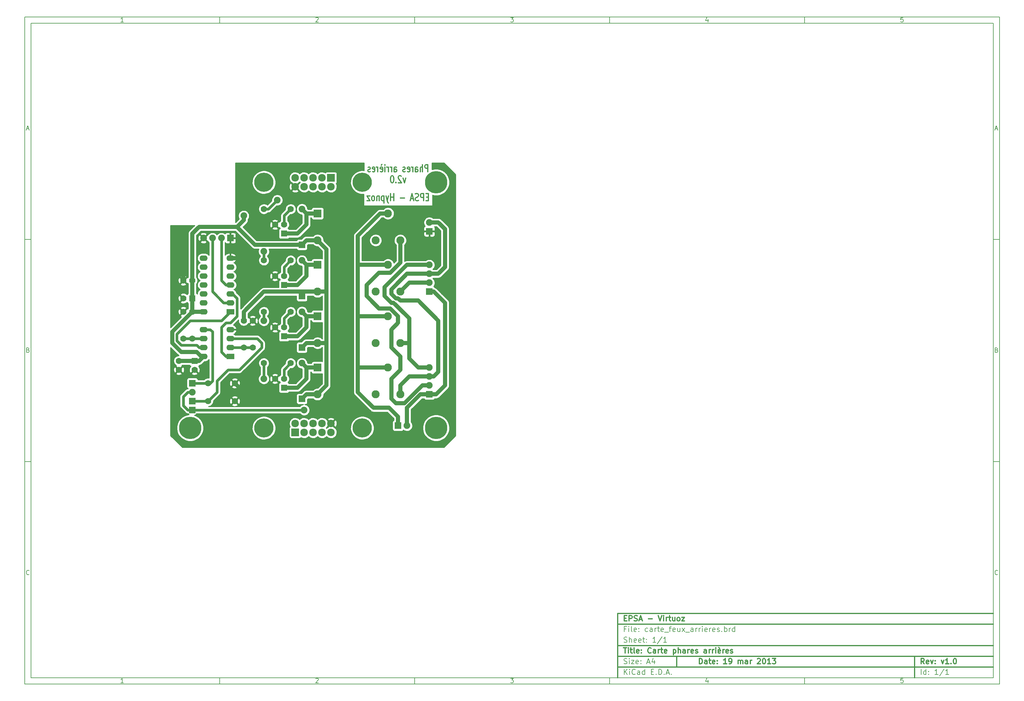
<source format=gbl>
G04 (created by PCBNEW-RS274X (2012-01-19 BZR 3256)-stable) date 19/03/2013 15:20:05*
G01*
G70*
G90*
%MOIN*%
G04 Gerber Fmt 3.4, Leading zero omitted, Abs format*
%FSLAX34Y34*%
G04 APERTURE LIST*
%ADD10C,0.006000*%
%ADD11C,0.012000*%
%ADD12C,0.215000*%
%ADD13R,0.085000X0.085000*%
%ADD14C,0.085000*%
%ADD15R,0.075000X0.075000*%
%ADD16C,0.075000*%
%ADD17R,0.070000X0.070000*%
%ADD18C,0.070000*%
%ADD19R,0.090000X0.090000*%
%ADD20C,0.090000*%
%ADD21R,0.090000X0.062000*%
%ADD22O,0.090000X0.062000*%
%ADD23C,0.250000*%
%ADD24C,0.045000*%
%ADD25C,0.030000*%
%ADD26C,0.010000*%
G04 APERTURE END LIST*
G54D10*
X04000Y-04000D02*
X113000Y-04000D01*
X113000Y-78670D01*
X04000Y-78670D01*
X04000Y-04000D01*
X04700Y-04700D02*
X112300Y-04700D01*
X112300Y-77970D01*
X04700Y-77970D01*
X04700Y-04700D01*
X25800Y-04000D02*
X25800Y-04700D01*
X15043Y-04552D02*
X14757Y-04552D01*
X14900Y-04552D02*
X14900Y-04052D01*
X14852Y-04124D01*
X14805Y-04171D01*
X14757Y-04195D01*
X25800Y-78670D02*
X25800Y-77970D01*
X15043Y-78522D02*
X14757Y-78522D01*
X14900Y-78522D02*
X14900Y-78022D01*
X14852Y-78094D01*
X14805Y-78141D01*
X14757Y-78165D01*
X47600Y-04000D02*
X47600Y-04700D01*
X36557Y-04100D02*
X36581Y-04076D01*
X36629Y-04052D01*
X36748Y-04052D01*
X36795Y-04076D01*
X36819Y-04100D01*
X36843Y-04148D01*
X36843Y-04195D01*
X36819Y-04267D01*
X36533Y-04552D01*
X36843Y-04552D01*
X47600Y-78670D02*
X47600Y-77970D01*
X36557Y-78070D02*
X36581Y-78046D01*
X36629Y-78022D01*
X36748Y-78022D01*
X36795Y-78046D01*
X36819Y-78070D01*
X36843Y-78118D01*
X36843Y-78165D01*
X36819Y-78237D01*
X36533Y-78522D01*
X36843Y-78522D01*
X69400Y-04000D02*
X69400Y-04700D01*
X58333Y-04052D02*
X58643Y-04052D01*
X58476Y-04243D01*
X58548Y-04243D01*
X58595Y-04267D01*
X58619Y-04290D01*
X58643Y-04338D01*
X58643Y-04457D01*
X58619Y-04505D01*
X58595Y-04529D01*
X58548Y-04552D01*
X58405Y-04552D01*
X58357Y-04529D01*
X58333Y-04505D01*
X69400Y-78670D02*
X69400Y-77970D01*
X58333Y-78022D02*
X58643Y-78022D01*
X58476Y-78213D01*
X58548Y-78213D01*
X58595Y-78237D01*
X58619Y-78260D01*
X58643Y-78308D01*
X58643Y-78427D01*
X58619Y-78475D01*
X58595Y-78499D01*
X58548Y-78522D01*
X58405Y-78522D01*
X58357Y-78499D01*
X58333Y-78475D01*
X91200Y-04000D02*
X91200Y-04700D01*
X80395Y-04219D02*
X80395Y-04552D01*
X80276Y-04029D02*
X80157Y-04386D01*
X80467Y-04386D01*
X91200Y-78670D02*
X91200Y-77970D01*
X80395Y-78189D02*
X80395Y-78522D01*
X80276Y-77999D02*
X80157Y-78356D01*
X80467Y-78356D01*
X102219Y-04052D02*
X101981Y-04052D01*
X101957Y-04290D01*
X101981Y-04267D01*
X102029Y-04243D01*
X102148Y-04243D01*
X102195Y-04267D01*
X102219Y-04290D01*
X102243Y-04338D01*
X102243Y-04457D01*
X102219Y-04505D01*
X102195Y-04529D01*
X102148Y-04552D01*
X102029Y-04552D01*
X101981Y-04529D01*
X101957Y-04505D01*
X102219Y-78022D02*
X101981Y-78022D01*
X101957Y-78260D01*
X101981Y-78237D01*
X102029Y-78213D01*
X102148Y-78213D01*
X102195Y-78237D01*
X102219Y-78260D01*
X102243Y-78308D01*
X102243Y-78427D01*
X102219Y-78475D01*
X102195Y-78499D01*
X102148Y-78522D01*
X102029Y-78522D01*
X101981Y-78499D01*
X101957Y-78475D01*
X04000Y-28890D02*
X04700Y-28890D01*
X04231Y-16510D02*
X04469Y-16510D01*
X04184Y-16652D02*
X04350Y-16152D01*
X04517Y-16652D01*
X113000Y-28890D02*
X112300Y-28890D01*
X112531Y-16510D02*
X112769Y-16510D01*
X112484Y-16652D02*
X112650Y-16152D01*
X112817Y-16652D01*
X04000Y-53780D02*
X04700Y-53780D01*
X04386Y-41280D02*
X04457Y-41304D01*
X04481Y-41328D01*
X04505Y-41376D01*
X04505Y-41447D01*
X04481Y-41495D01*
X04457Y-41519D01*
X04410Y-41542D01*
X04219Y-41542D01*
X04219Y-41042D01*
X04386Y-41042D01*
X04433Y-41066D01*
X04457Y-41090D01*
X04481Y-41138D01*
X04481Y-41185D01*
X04457Y-41233D01*
X04433Y-41257D01*
X04386Y-41280D01*
X04219Y-41280D01*
X113000Y-53780D02*
X112300Y-53780D01*
X112686Y-41280D02*
X112757Y-41304D01*
X112781Y-41328D01*
X112805Y-41376D01*
X112805Y-41447D01*
X112781Y-41495D01*
X112757Y-41519D01*
X112710Y-41542D01*
X112519Y-41542D01*
X112519Y-41042D01*
X112686Y-41042D01*
X112733Y-41066D01*
X112757Y-41090D01*
X112781Y-41138D01*
X112781Y-41185D01*
X112757Y-41233D01*
X112733Y-41257D01*
X112686Y-41280D01*
X112519Y-41280D01*
X04505Y-66385D02*
X04481Y-66409D01*
X04410Y-66432D01*
X04362Y-66432D01*
X04290Y-66409D01*
X04243Y-66361D01*
X04219Y-66313D01*
X04195Y-66218D01*
X04195Y-66147D01*
X04219Y-66051D01*
X04243Y-66004D01*
X04290Y-65956D01*
X04362Y-65932D01*
X04410Y-65932D01*
X04481Y-65956D01*
X04505Y-65980D01*
X112805Y-66385D02*
X112781Y-66409D01*
X112710Y-66432D01*
X112662Y-66432D01*
X112590Y-66409D01*
X112543Y-66361D01*
X112519Y-66313D01*
X112495Y-66218D01*
X112495Y-66147D01*
X112519Y-66051D01*
X112543Y-66004D01*
X112590Y-65956D01*
X112662Y-65932D01*
X112710Y-65932D01*
X112781Y-65956D01*
X112805Y-65980D01*
G54D11*
X79443Y-76413D02*
X79443Y-75813D01*
X79586Y-75813D01*
X79671Y-75841D01*
X79729Y-75899D01*
X79757Y-75956D01*
X79786Y-76070D01*
X79786Y-76156D01*
X79757Y-76270D01*
X79729Y-76327D01*
X79671Y-76384D01*
X79586Y-76413D01*
X79443Y-76413D01*
X80300Y-76413D02*
X80300Y-76099D01*
X80271Y-76041D01*
X80214Y-76013D01*
X80100Y-76013D01*
X80043Y-76041D01*
X80300Y-76384D02*
X80243Y-76413D01*
X80100Y-76413D01*
X80043Y-76384D01*
X80014Y-76327D01*
X80014Y-76270D01*
X80043Y-76213D01*
X80100Y-76184D01*
X80243Y-76184D01*
X80300Y-76156D01*
X80500Y-76013D02*
X80729Y-76013D01*
X80586Y-75813D02*
X80586Y-76327D01*
X80614Y-76384D01*
X80672Y-76413D01*
X80729Y-76413D01*
X81157Y-76384D02*
X81100Y-76413D01*
X80986Y-76413D01*
X80929Y-76384D01*
X80900Y-76327D01*
X80900Y-76099D01*
X80929Y-76041D01*
X80986Y-76013D01*
X81100Y-76013D01*
X81157Y-76041D01*
X81186Y-76099D01*
X81186Y-76156D01*
X80900Y-76213D01*
X81443Y-76356D02*
X81471Y-76384D01*
X81443Y-76413D01*
X81414Y-76384D01*
X81443Y-76356D01*
X81443Y-76413D01*
X81443Y-76041D02*
X81471Y-76070D01*
X81443Y-76099D01*
X81414Y-76070D01*
X81443Y-76041D01*
X81443Y-76099D01*
X82500Y-76413D02*
X82157Y-76413D01*
X82329Y-76413D02*
X82329Y-75813D01*
X82272Y-75899D01*
X82214Y-75956D01*
X82157Y-75984D01*
X82785Y-76413D02*
X82900Y-76413D01*
X82957Y-76384D01*
X82985Y-76356D01*
X83043Y-76270D01*
X83071Y-76156D01*
X83071Y-75927D01*
X83043Y-75870D01*
X83014Y-75841D01*
X82957Y-75813D01*
X82843Y-75813D01*
X82785Y-75841D01*
X82757Y-75870D01*
X82728Y-75927D01*
X82728Y-76070D01*
X82757Y-76127D01*
X82785Y-76156D01*
X82843Y-76184D01*
X82957Y-76184D01*
X83014Y-76156D01*
X83043Y-76127D01*
X83071Y-76070D01*
X83785Y-76413D02*
X83785Y-76013D01*
X83785Y-76070D02*
X83813Y-76041D01*
X83871Y-76013D01*
X83956Y-76013D01*
X84013Y-76041D01*
X84042Y-76099D01*
X84042Y-76413D01*
X84042Y-76099D02*
X84071Y-76041D01*
X84128Y-76013D01*
X84213Y-76013D01*
X84271Y-76041D01*
X84299Y-76099D01*
X84299Y-76413D01*
X84842Y-76413D02*
X84842Y-76099D01*
X84813Y-76041D01*
X84756Y-76013D01*
X84642Y-76013D01*
X84585Y-76041D01*
X84842Y-76384D02*
X84785Y-76413D01*
X84642Y-76413D01*
X84585Y-76384D01*
X84556Y-76327D01*
X84556Y-76270D01*
X84585Y-76213D01*
X84642Y-76184D01*
X84785Y-76184D01*
X84842Y-76156D01*
X85128Y-76413D02*
X85128Y-76013D01*
X85128Y-76127D02*
X85156Y-76070D01*
X85185Y-76041D01*
X85242Y-76013D01*
X85299Y-76013D01*
X85927Y-75870D02*
X85956Y-75841D01*
X86013Y-75813D01*
X86156Y-75813D01*
X86213Y-75841D01*
X86242Y-75870D01*
X86270Y-75927D01*
X86270Y-75984D01*
X86242Y-76070D01*
X85899Y-76413D01*
X86270Y-76413D01*
X86641Y-75813D02*
X86698Y-75813D01*
X86755Y-75841D01*
X86784Y-75870D01*
X86813Y-75927D01*
X86841Y-76041D01*
X86841Y-76184D01*
X86813Y-76299D01*
X86784Y-76356D01*
X86755Y-76384D01*
X86698Y-76413D01*
X86641Y-76413D01*
X86584Y-76384D01*
X86555Y-76356D01*
X86527Y-76299D01*
X86498Y-76184D01*
X86498Y-76041D01*
X86527Y-75927D01*
X86555Y-75870D01*
X86584Y-75841D01*
X86641Y-75813D01*
X87412Y-76413D02*
X87069Y-76413D01*
X87241Y-76413D02*
X87241Y-75813D01*
X87184Y-75899D01*
X87126Y-75956D01*
X87069Y-75984D01*
X87612Y-75813D02*
X87983Y-75813D01*
X87783Y-76041D01*
X87869Y-76041D01*
X87926Y-76070D01*
X87955Y-76099D01*
X87983Y-76156D01*
X87983Y-76299D01*
X87955Y-76356D01*
X87926Y-76384D01*
X87869Y-76413D01*
X87697Y-76413D01*
X87640Y-76384D01*
X87612Y-76356D01*
G54D10*
X71043Y-77613D02*
X71043Y-77013D01*
X71386Y-77613D02*
X71129Y-77270D01*
X71386Y-77013D02*
X71043Y-77356D01*
X71643Y-77613D02*
X71643Y-77213D01*
X71643Y-77013D02*
X71614Y-77041D01*
X71643Y-77070D01*
X71671Y-77041D01*
X71643Y-77013D01*
X71643Y-77070D01*
X72272Y-77556D02*
X72243Y-77584D01*
X72157Y-77613D01*
X72100Y-77613D01*
X72015Y-77584D01*
X71957Y-77527D01*
X71929Y-77470D01*
X71900Y-77356D01*
X71900Y-77270D01*
X71929Y-77156D01*
X71957Y-77099D01*
X72015Y-77041D01*
X72100Y-77013D01*
X72157Y-77013D01*
X72243Y-77041D01*
X72272Y-77070D01*
X72786Y-77613D02*
X72786Y-77299D01*
X72757Y-77241D01*
X72700Y-77213D01*
X72586Y-77213D01*
X72529Y-77241D01*
X72786Y-77584D02*
X72729Y-77613D01*
X72586Y-77613D01*
X72529Y-77584D01*
X72500Y-77527D01*
X72500Y-77470D01*
X72529Y-77413D01*
X72586Y-77384D01*
X72729Y-77384D01*
X72786Y-77356D01*
X73329Y-77613D02*
X73329Y-77013D01*
X73329Y-77584D02*
X73272Y-77613D01*
X73158Y-77613D01*
X73100Y-77584D01*
X73072Y-77556D01*
X73043Y-77499D01*
X73043Y-77327D01*
X73072Y-77270D01*
X73100Y-77241D01*
X73158Y-77213D01*
X73272Y-77213D01*
X73329Y-77241D01*
X74072Y-77299D02*
X74272Y-77299D01*
X74358Y-77613D02*
X74072Y-77613D01*
X74072Y-77013D01*
X74358Y-77013D01*
X74615Y-77556D02*
X74643Y-77584D01*
X74615Y-77613D01*
X74586Y-77584D01*
X74615Y-77556D01*
X74615Y-77613D01*
X74901Y-77613D02*
X74901Y-77013D01*
X75044Y-77013D01*
X75129Y-77041D01*
X75187Y-77099D01*
X75215Y-77156D01*
X75244Y-77270D01*
X75244Y-77356D01*
X75215Y-77470D01*
X75187Y-77527D01*
X75129Y-77584D01*
X75044Y-77613D01*
X74901Y-77613D01*
X75501Y-77556D02*
X75529Y-77584D01*
X75501Y-77613D01*
X75472Y-77584D01*
X75501Y-77556D01*
X75501Y-77613D01*
X75758Y-77441D02*
X76044Y-77441D01*
X75701Y-77613D02*
X75901Y-77013D01*
X76101Y-77613D01*
X76301Y-77556D02*
X76329Y-77584D01*
X76301Y-77613D01*
X76272Y-77584D01*
X76301Y-77556D01*
X76301Y-77613D01*
G54D11*
X104586Y-76413D02*
X104386Y-76127D01*
X104243Y-76413D02*
X104243Y-75813D01*
X104471Y-75813D01*
X104529Y-75841D01*
X104557Y-75870D01*
X104586Y-75927D01*
X104586Y-76013D01*
X104557Y-76070D01*
X104529Y-76099D01*
X104471Y-76127D01*
X104243Y-76127D01*
X105071Y-76384D02*
X105014Y-76413D01*
X104900Y-76413D01*
X104843Y-76384D01*
X104814Y-76327D01*
X104814Y-76099D01*
X104843Y-76041D01*
X104900Y-76013D01*
X105014Y-76013D01*
X105071Y-76041D01*
X105100Y-76099D01*
X105100Y-76156D01*
X104814Y-76213D01*
X105300Y-76013D02*
X105443Y-76413D01*
X105585Y-76013D01*
X105814Y-76356D02*
X105842Y-76384D01*
X105814Y-76413D01*
X105785Y-76384D01*
X105814Y-76356D01*
X105814Y-76413D01*
X105814Y-76041D02*
X105842Y-76070D01*
X105814Y-76099D01*
X105785Y-76070D01*
X105814Y-76041D01*
X105814Y-76099D01*
X106500Y-76013D02*
X106643Y-76413D01*
X106785Y-76013D01*
X107328Y-76413D02*
X106985Y-76413D01*
X107157Y-76413D02*
X107157Y-75813D01*
X107100Y-75899D01*
X107042Y-75956D01*
X106985Y-75984D01*
X107585Y-76356D02*
X107613Y-76384D01*
X107585Y-76413D01*
X107556Y-76384D01*
X107585Y-76356D01*
X107585Y-76413D01*
X107985Y-75813D02*
X108042Y-75813D01*
X108099Y-75841D01*
X108128Y-75870D01*
X108157Y-75927D01*
X108185Y-76041D01*
X108185Y-76184D01*
X108157Y-76299D01*
X108128Y-76356D01*
X108099Y-76384D01*
X108042Y-76413D01*
X107985Y-76413D01*
X107928Y-76384D01*
X107899Y-76356D01*
X107871Y-76299D01*
X107842Y-76184D01*
X107842Y-76041D01*
X107871Y-75927D01*
X107899Y-75870D01*
X107928Y-75841D01*
X107985Y-75813D01*
G54D10*
X71014Y-76384D02*
X71100Y-76413D01*
X71243Y-76413D01*
X71300Y-76384D01*
X71329Y-76356D01*
X71357Y-76299D01*
X71357Y-76241D01*
X71329Y-76184D01*
X71300Y-76156D01*
X71243Y-76127D01*
X71129Y-76099D01*
X71071Y-76070D01*
X71043Y-76041D01*
X71014Y-75984D01*
X71014Y-75927D01*
X71043Y-75870D01*
X71071Y-75841D01*
X71129Y-75813D01*
X71271Y-75813D01*
X71357Y-75841D01*
X71614Y-76413D02*
X71614Y-76013D01*
X71614Y-75813D02*
X71585Y-75841D01*
X71614Y-75870D01*
X71642Y-75841D01*
X71614Y-75813D01*
X71614Y-75870D01*
X71843Y-76013D02*
X72157Y-76013D01*
X71843Y-76413D01*
X72157Y-76413D01*
X72614Y-76384D02*
X72557Y-76413D01*
X72443Y-76413D01*
X72386Y-76384D01*
X72357Y-76327D01*
X72357Y-76099D01*
X72386Y-76041D01*
X72443Y-76013D01*
X72557Y-76013D01*
X72614Y-76041D01*
X72643Y-76099D01*
X72643Y-76156D01*
X72357Y-76213D01*
X72900Y-76356D02*
X72928Y-76384D01*
X72900Y-76413D01*
X72871Y-76384D01*
X72900Y-76356D01*
X72900Y-76413D01*
X72900Y-76041D02*
X72928Y-76070D01*
X72900Y-76099D01*
X72871Y-76070D01*
X72900Y-76041D01*
X72900Y-76099D01*
X73614Y-76241D02*
X73900Y-76241D01*
X73557Y-76413D02*
X73757Y-75813D01*
X73957Y-76413D01*
X74414Y-76013D02*
X74414Y-76413D01*
X74271Y-75784D02*
X74128Y-76213D01*
X74500Y-76213D01*
X104243Y-77613D02*
X104243Y-77013D01*
X104786Y-77613D02*
X104786Y-77013D01*
X104786Y-77584D02*
X104729Y-77613D01*
X104615Y-77613D01*
X104557Y-77584D01*
X104529Y-77556D01*
X104500Y-77499D01*
X104500Y-77327D01*
X104529Y-77270D01*
X104557Y-77241D01*
X104615Y-77213D01*
X104729Y-77213D01*
X104786Y-77241D01*
X105072Y-77556D02*
X105100Y-77584D01*
X105072Y-77613D01*
X105043Y-77584D01*
X105072Y-77556D01*
X105072Y-77613D01*
X105072Y-77241D02*
X105100Y-77270D01*
X105072Y-77299D01*
X105043Y-77270D01*
X105072Y-77241D01*
X105072Y-77299D01*
X106129Y-77613D02*
X105786Y-77613D01*
X105958Y-77613D02*
X105958Y-77013D01*
X105901Y-77099D01*
X105843Y-77156D01*
X105786Y-77184D01*
X106814Y-76984D02*
X106300Y-77756D01*
X107329Y-77613D02*
X106986Y-77613D01*
X107158Y-77613D02*
X107158Y-77013D01*
X107101Y-77099D01*
X107043Y-77156D01*
X106986Y-77184D01*
G54D11*
X70957Y-74613D02*
X71300Y-74613D01*
X71129Y-75213D02*
X71129Y-74613D01*
X71500Y-75213D02*
X71500Y-74813D01*
X71500Y-74613D02*
X71471Y-74641D01*
X71500Y-74670D01*
X71528Y-74641D01*
X71500Y-74613D01*
X71500Y-74670D01*
X71700Y-74813D02*
X71929Y-74813D01*
X71786Y-74613D02*
X71786Y-75127D01*
X71814Y-75184D01*
X71872Y-75213D01*
X71929Y-75213D01*
X72215Y-75213D02*
X72157Y-75184D01*
X72129Y-75127D01*
X72129Y-74613D01*
X72671Y-75184D02*
X72614Y-75213D01*
X72500Y-75213D01*
X72443Y-75184D01*
X72414Y-75127D01*
X72414Y-74899D01*
X72443Y-74841D01*
X72500Y-74813D01*
X72614Y-74813D01*
X72671Y-74841D01*
X72700Y-74899D01*
X72700Y-74956D01*
X72414Y-75013D01*
X72957Y-75156D02*
X72985Y-75184D01*
X72957Y-75213D01*
X72928Y-75184D01*
X72957Y-75156D01*
X72957Y-75213D01*
X72957Y-74841D02*
X72985Y-74870D01*
X72957Y-74899D01*
X72928Y-74870D01*
X72957Y-74841D01*
X72957Y-74899D01*
X74043Y-75156D02*
X74014Y-75184D01*
X73928Y-75213D01*
X73871Y-75213D01*
X73786Y-75184D01*
X73728Y-75127D01*
X73700Y-75070D01*
X73671Y-74956D01*
X73671Y-74870D01*
X73700Y-74756D01*
X73728Y-74699D01*
X73786Y-74641D01*
X73871Y-74613D01*
X73928Y-74613D01*
X74014Y-74641D01*
X74043Y-74670D01*
X74557Y-75213D02*
X74557Y-74899D01*
X74528Y-74841D01*
X74471Y-74813D01*
X74357Y-74813D01*
X74300Y-74841D01*
X74557Y-75184D02*
X74500Y-75213D01*
X74357Y-75213D01*
X74300Y-75184D01*
X74271Y-75127D01*
X74271Y-75070D01*
X74300Y-75013D01*
X74357Y-74984D01*
X74500Y-74984D01*
X74557Y-74956D01*
X74843Y-75213D02*
X74843Y-74813D01*
X74843Y-74927D02*
X74871Y-74870D01*
X74900Y-74841D01*
X74957Y-74813D01*
X75014Y-74813D01*
X75128Y-74813D02*
X75357Y-74813D01*
X75214Y-74613D02*
X75214Y-75127D01*
X75242Y-75184D01*
X75300Y-75213D01*
X75357Y-75213D01*
X75785Y-75184D02*
X75728Y-75213D01*
X75614Y-75213D01*
X75557Y-75184D01*
X75528Y-75127D01*
X75528Y-74899D01*
X75557Y-74841D01*
X75614Y-74813D01*
X75728Y-74813D01*
X75785Y-74841D01*
X75814Y-74899D01*
X75814Y-74956D01*
X75528Y-75013D01*
X76528Y-74813D02*
X76528Y-75413D01*
X76528Y-74841D02*
X76585Y-74813D01*
X76699Y-74813D01*
X76756Y-74841D01*
X76785Y-74870D01*
X76814Y-74927D01*
X76814Y-75099D01*
X76785Y-75156D01*
X76756Y-75184D01*
X76699Y-75213D01*
X76585Y-75213D01*
X76528Y-75184D01*
X77071Y-75213D02*
X77071Y-74613D01*
X77328Y-75213D02*
X77328Y-74899D01*
X77299Y-74841D01*
X77242Y-74813D01*
X77157Y-74813D01*
X77099Y-74841D01*
X77071Y-74870D01*
X77871Y-75213D02*
X77871Y-74899D01*
X77842Y-74841D01*
X77785Y-74813D01*
X77671Y-74813D01*
X77614Y-74841D01*
X77871Y-75184D02*
X77814Y-75213D01*
X77671Y-75213D01*
X77614Y-75184D01*
X77585Y-75127D01*
X77585Y-75070D01*
X77614Y-75013D01*
X77671Y-74984D01*
X77814Y-74984D01*
X77871Y-74956D01*
X78157Y-75213D02*
X78157Y-74813D01*
X78157Y-74927D02*
X78185Y-74870D01*
X78214Y-74841D01*
X78271Y-74813D01*
X78328Y-74813D01*
X78756Y-75184D02*
X78699Y-75213D01*
X78585Y-75213D01*
X78528Y-75184D01*
X78499Y-75127D01*
X78499Y-74899D01*
X78528Y-74841D01*
X78585Y-74813D01*
X78699Y-74813D01*
X78756Y-74841D01*
X78785Y-74899D01*
X78785Y-74956D01*
X78499Y-75013D01*
X79013Y-75184D02*
X79070Y-75213D01*
X79185Y-75213D01*
X79242Y-75184D01*
X79270Y-75127D01*
X79270Y-75099D01*
X79242Y-75041D01*
X79185Y-75013D01*
X79099Y-75013D01*
X79042Y-74984D01*
X79013Y-74927D01*
X79013Y-74899D01*
X79042Y-74841D01*
X79099Y-74813D01*
X79185Y-74813D01*
X79242Y-74841D01*
X80242Y-75213D02*
X80242Y-74899D01*
X80213Y-74841D01*
X80156Y-74813D01*
X80042Y-74813D01*
X79985Y-74841D01*
X80242Y-75184D02*
X80185Y-75213D01*
X80042Y-75213D01*
X79985Y-75184D01*
X79956Y-75127D01*
X79956Y-75070D01*
X79985Y-75013D01*
X80042Y-74984D01*
X80185Y-74984D01*
X80242Y-74956D01*
X80528Y-75213D02*
X80528Y-74813D01*
X80528Y-74927D02*
X80556Y-74870D01*
X80585Y-74841D01*
X80642Y-74813D01*
X80699Y-74813D01*
X80899Y-75213D02*
X80899Y-74813D01*
X80899Y-74927D02*
X80927Y-74870D01*
X80956Y-74841D01*
X81013Y-74813D01*
X81070Y-74813D01*
X81270Y-75213D02*
X81270Y-74813D01*
X81270Y-74613D02*
X81241Y-74641D01*
X81270Y-74670D01*
X81298Y-74641D01*
X81270Y-74613D01*
X81270Y-74670D01*
X81784Y-75184D02*
X81727Y-75213D01*
X81613Y-75213D01*
X81556Y-75184D01*
X81527Y-75127D01*
X81527Y-74899D01*
X81556Y-74841D01*
X81613Y-74813D01*
X81727Y-74813D01*
X81784Y-74841D01*
X81813Y-74899D01*
X81813Y-74956D01*
X81527Y-75013D01*
X81613Y-74584D02*
X81699Y-74670D01*
X82070Y-75213D02*
X82070Y-74813D01*
X82070Y-74927D02*
X82098Y-74870D01*
X82127Y-74841D01*
X82184Y-74813D01*
X82241Y-74813D01*
X82669Y-75184D02*
X82612Y-75213D01*
X82498Y-75213D01*
X82441Y-75184D01*
X82412Y-75127D01*
X82412Y-74899D01*
X82441Y-74841D01*
X82498Y-74813D01*
X82612Y-74813D01*
X82669Y-74841D01*
X82698Y-74899D01*
X82698Y-74956D01*
X82412Y-75013D01*
X82926Y-75184D02*
X82983Y-75213D01*
X83098Y-75213D01*
X83155Y-75184D01*
X83183Y-75127D01*
X83183Y-75099D01*
X83155Y-75041D01*
X83098Y-75013D01*
X83012Y-75013D01*
X82955Y-74984D01*
X82926Y-74927D01*
X82926Y-74899D01*
X82955Y-74841D01*
X83012Y-74813D01*
X83098Y-74813D01*
X83155Y-74841D01*
G54D10*
X71243Y-72499D02*
X71043Y-72499D01*
X71043Y-72813D02*
X71043Y-72213D01*
X71329Y-72213D01*
X71557Y-72813D02*
X71557Y-72413D01*
X71557Y-72213D02*
X71528Y-72241D01*
X71557Y-72270D01*
X71585Y-72241D01*
X71557Y-72213D01*
X71557Y-72270D01*
X71929Y-72813D02*
X71871Y-72784D01*
X71843Y-72727D01*
X71843Y-72213D01*
X72385Y-72784D02*
X72328Y-72813D01*
X72214Y-72813D01*
X72157Y-72784D01*
X72128Y-72727D01*
X72128Y-72499D01*
X72157Y-72441D01*
X72214Y-72413D01*
X72328Y-72413D01*
X72385Y-72441D01*
X72414Y-72499D01*
X72414Y-72556D01*
X72128Y-72613D01*
X72671Y-72756D02*
X72699Y-72784D01*
X72671Y-72813D01*
X72642Y-72784D01*
X72671Y-72756D01*
X72671Y-72813D01*
X72671Y-72441D02*
X72699Y-72470D01*
X72671Y-72499D01*
X72642Y-72470D01*
X72671Y-72441D01*
X72671Y-72499D01*
X73671Y-72784D02*
X73614Y-72813D01*
X73500Y-72813D01*
X73442Y-72784D01*
X73414Y-72756D01*
X73385Y-72699D01*
X73385Y-72527D01*
X73414Y-72470D01*
X73442Y-72441D01*
X73500Y-72413D01*
X73614Y-72413D01*
X73671Y-72441D01*
X74185Y-72813D02*
X74185Y-72499D01*
X74156Y-72441D01*
X74099Y-72413D01*
X73985Y-72413D01*
X73928Y-72441D01*
X74185Y-72784D02*
X74128Y-72813D01*
X73985Y-72813D01*
X73928Y-72784D01*
X73899Y-72727D01*
X73899Y-72670D01*
X73928Y-72613D01*
X73985Y-72584D01*
X74128Y-72584D01*
X74185Y-72556D01*
X74471Y-72813D02*
X74471Y-72413D01*
X74471Y-72527D02*
X74499Y-72470D01*
X74528Y-72441D01*
X74585Y-72413D01*
X74642Y-72413D01*
X74756Y-72413D02*
X74985Y-72413D01*
X74842Y-72213D02*
X74842Y-72727D01*
X74870Y-72784D01*
X74928Y-72813D01*
X74985Y-72813D01*
X75413Y-72784D02*
X75356Y-72813D01*
X75242Y-72813D01*
X75185Y-72784D01*
X75156Y-72727D01*
X75156Y-72499D01*
X75185Y-72441D01*
X75242Y-72413D01*
X75356Y-72413D01*
X75413Y-72441D01*
X75442Y-72499D01*
X75442Y-72556D01*
X75156Y-72613D01*
X75556Y-72870D02*
X76013Y-72870D01*
X76070Y-72413D02*
X76299Y-72413D01*
X76156Y-72813D02*
X76156Y-72299D01*
X76184Y-72241D01*
X76242Y-72213D01*
X76299Y-72213D01*
X76727Y-72784D02*
X76670Y-72813D01*
X76556Y-72813D01*
X76499Y-72784D01*
X76470Y-72727D01*
X76470Y-72499D01*
X76499Y-72441D01*
X76556Y-72413D01*
X76670Y-72413D01*
X76727Y-72441D01*
X76756Y-72499D01*
X76756Y-72556D01*
X76470Y-72613D01*
X77270Y-72413D02*
X77270Y-72813D01*
X77013Y-72413D02*
X77013Y-72727D01*
X77041Y-72784D01*
X77099Y-72813D01*
X77184Y-72813D01*
X77241Y-72784D01*
X77270Y-72756D01*
X77499Y-72813D02*
X77813Y-72413D01*
X77499Y-72413D02*
X77813Y-72813D01*
X77899Y-72870D02*
X78356Y-72870D01*
X78756Y-72813D02*
X78756Y-72499D01*
X78727Y-72441D01*
X78670Y-72413D01*
X78556Y-72413D01*
X78499Y-72441D01*
X78756Y-72784D02*
X78699Y-72813D01*
X78556Y-72813D01*
X78499Y-72784D01*
X78470Y-72727D01*
X78470Y-72670D01*
X78499Y-72613D01*
X78556Y-72584D01*
X78699Y-72584D01*
X78756Y-72556D01*
X79042Y-72813D02*
X79042Y-72413D01*
X79042Y-72527D02*
X79070Y-72470D01*
X79099Y-72441D01*
X79156Y-72413D01*
X79213Y-72413D01*
X79413Y-72813D02*
X79413Y-72413D01*
X79413Y-72527D02*
X79441Y-72470D01*
X79470Y-72441D01*
X79527Y-72413D01*
X79584Y-72413D01*
X79784Y-72813D02*
X79784Y-72413D01*
X79784Y-72213D02*
X79755Y-72241D01*
X79784Y-72270D01*
X79812Y-72241D01*
X79784Y-72213D01*
X79784Y-72270D01*
X80298Y-72784D02*
X80241Y-72813D01*
X80127Y-72813D01*
X80070Y-72784D01*
X80041Y-72727D01*
X80041Y-72499D01*
X80070Y-72441D01*
X80127Y-72413D01*
X80241Y-72413D01*
X80298Y-72441D01*
X80327Y-72499D01*
X80327Y-72556D01*
X80041Y-72613D01*
X80584Y-72813D02*
X80584Y-72413D01*
X80584Y-72527D02*
X80612Y-72470D01*
X80641Y-72441D01*
X80698Y-72413D01*
X80755Y-72413D01*
X81183Y-72784D02*
X81126Y-72813D01*
X81012Y-72813D01*
X80955Y-72784D01*
X80926Y-72727D01*
X80926Y-72499D01*
X80955Y-72441D01*
X81012Y-72413D01*
X81126Y-72413D01*
X81183Y-72441D01*
X81212Y-72499D01*
X81212Y-72556D01*
X80926Y-72613D01*
X81440Y-72784D02*
X81497Y-72813D01*
X81612Y-72813D01*
X81669Y-72784D01*
X81697Y-72727D01*
X81697Y-72699D01*
X81669Y-72641D01*
X81612Y-72613D01*
X81526Y-72613D01*
X81469Y-72584D01*
X81440Y-72527D01*
X81440Y-72499D01*
X81469Y-72441D01*
X81526Y-72413D01*
X81612Y-72413D01*
X81669Y-72441D01*
X81955Y-72756D02*
X81983Y-72784D01*
X81955Y-72813D01*
X81926Y-72784D01*
X81955Y-72756D01*
X81955Y-72813D01*
X82241Y-72813D02*
X82241Y-72213D01*
X82241Y-72441D02*
X82298Y-72413D01*
X82412Y-72413D01*
X82469Y-72441D01*
X82498Y-72470D01*
X82527Y-72527D01*
X82527Y-72699D01*
X82498Y-72756D01*
X82469Y-72784D01*
X82412Y-72813D01*
X82298Y-72813D01*
X82241Y-72784D01*
X82784Y-72813D02*
X82784Y-72413D01*
X82784Y-72527D02*
X82812Y-72470D01*
X82841Y-72441D01*
X82898Y-72413D01*
X82955Y-72413D01*
X83412Y-72813D02*
X83412Y-72213D01*
X83412Y-72784D02*
X83355Y-72813D01*
X83241Y-72813D01*
X83183Y-72784D01*
X83155Y-72756D01*
X83126Y-72699D01*
X83126Y-72527D01*
X83155Y-72470D01*
X83183Y-72441D01*
X83241Y-72413D01*
X83355Y-72413D01*
X83412Y-72441D01*
X71014Y-73984D02*
X71100Y-74013D01*
X71243Y-74013D01*
X71300Y-73984D01*
X71329Y-73956D01*
X71357Y-73899D01*
X71357Y-73841D01*
X71329Y-73784D01*
X71300Y-73756D01*
X71243Y-73727D01*
X71129Y-73699D01*
X71071Y-73670D01*
X71043Y-73641D01*
X71014Y-73584D01*
X71014Y-73527D01*
X71043Y-73470D01*
X71071Y-73441D01*
X71129Y-73413D01*
X71271Y-73413D01*
X71357Y-73441D01*
X71614Y-74013D02*
X71614Y-73413D01*
X71871Y-74013D02*
X71871Y-73699D01*
X71842Y-73641D01*
X71785Y-73613D01*
X71700Y-73613D01*
X71642Y-73641D01*
X71614Y-73670D01*
X72385Y-73984D02*
X72328Y-74013D01*
X72214Y-74013D01*
X72157Y-73984D01*
X72128Y-73927D01*
X72128Y-73699D01*
X72157Y-73641D01*
X72214Y-73613D01*
X72328Y-73613D01*
X72385Y-73641D01*
X72414Y-73699D01*
X72414Y-73756D01*
X72128Y-73813D01*
X72899Y-73984D02*
X72842Y-74013D01*
X72728Y-74013D01*
X72671Y-73984D01*
X72642Y-73927D01*
X72642Y-73699D01*
X72671Y-73641D01*
X72728Y-73613D01*
X72842Y-73613D01*
X72899Y-73641D01*
X72928Y-73699D01*
X72928Y-73756D01*
X72642Y-73813D01*
X73099Y-73613D02*
X73328Y-73613D01*
X73185Y-73413D02*
X73185Y-73927D01*
X73213Y-73984D01*
X73271Y-74013D01*
X73328Y-74013D01*
X73528Y-73956D02*
X73556Y-73984D01*
X73528Y-74013D01*
X73499Y-73984D01*
X73528Y-73956D01*
X73528Y-74013D01*
X73528Y-73641D02*
X73556Y-73670D01*
X73528Y-73699D01*
X73499Y-73670D01*
X73528Y-73641D01*
X73528Y-73699D01*
X74585Y-74013D02*
X74242Y-74013D01*
X74414Y-74013D02*
X74414Y-73413D01*
X74357Y-73499D01*
X74299Y-73556D01*
X74242Y-73584D01*
X75270Y-73384D02*
X74756Y-74156D01*
X75785Y-74013D02*
X75442Y-74013D01*
X75614Y-74013D02*
X75614Y-73413D01*
X75557Y-73499D01*
X75499Y-73556D01*
X75442Y-73584D01*
G54D11*
X71043Y-71299D02*
X71243Y-71299D01*
X71329Y-71613D02*
X71043Y-71613D01*
X71043Y-71013D01*
X71329Y-71013D01*
X71586Y-71613D02*
X71586Y-71013D01*
X71814Y-71013D01*
X71872Y-71041D01*
X71900Y-71070D01*
X71929Y-71127D01*
X71929Y-71213D01*
X71900Y-71270D01*
X71872Y-71299D01*
X71814Y-71327D01*
X71586Y-71327D01*
X72157Y-71584D02*
X72243Y-71613D01*
X72386Y-71613D01*
X72443Y-71584D01*
X72472Y-71556D01*
X72500Y-71499D01*
X72500Y-71441D01*
X72472Y-71384D01*
X72443Y-71356D01*
X72386Y-71327D01*
X72272Y-71299D01*
X72214Y-71270D01*
X72186Y-71241D01*
X72157Y-71184D01*
X72157Y-71127D01*
X72186Y-71070D01*
X72214Y-71041D01*
X72272Y-71013D01*
X72414Y-71013D01*
X72500Y-71041D01*
X72728Y-71441D02*
X73014Y-71441D01*
X72671Y-71613D02*
X72871Y-71013D01*
X73071Y-71613D01*
X73728Y-71384D02*
X74185Y-71384D01*
X74842Y-71013D02*
X75042Y-71613D01*
X75242Y-71013D01*
X75442Y-71613D02*
X75442Y-71213D01*
X75442Y-71013D02*
X75413Y-71041D01*
X75442Y-71070D01*
X75470Y-71041D01*
X75442Y-71013D01*
X75442Y-71070D01*
X75728Y-71613D02*
X75728Y-71213D01*
X75728Y-71327D02*
X75756Y-71270D01*
X75785Y-71241D01*
X75842Y-71213D01*
X75899Y-71213D01*
X76013Y-71213D02*
X76242Y-71213D01*
X76099Y-71013D02*
X76099Y-71527D01*
X76127Y-71584D01*
X76185Y-71613D01*
X76242Y-71613D01*
X76699Y-71213D02*
X76699Y-71613D01*
X76442Y-71213D02*
X76442Y-71527D01*
X76470Y-71584D01*
X76528Y-71613D01*
X76613Y-71613D01*
X76670Y-71584D01*
X76699Y-71556D01*
X77071Y-71613D02*
X77013Y-71584D01*
X76985Y-71556D01*
X76956Y-71499D01*
X76956Y-71327D01*
X76985Y-71270D01*
X77013Y-71241D01*
X77071Y-71213D01*
X77156Y-71213D01*
X77213Y-71241D01*
X77242Y-71270D01*
X77271Y-71327D01*
X77271Y-71499D01*
X77242Y-71556D01*
X77213Y-71584D01*
X77156Y-71613D01*
X77071Y-71613D01*
X77471Y-71213D02*
X77785Y-71213D01*
X77471Y-71613D01*
X77785Y-71613D01*
X70300Y-70770D02*
X70300Y-77970D01*
X70300Y-71970D02*
X112300Y-71970D01*
X70300Y-70770D02*
X112300Y-70770D01*
X70300Y-74370D02*
X112300Y-74370D01*
X103500Y-75570D02*
X103500Y-77970D01*
X70300Y-76770D02*
X112300Y-76770D01*
X70300Y-75570D02*
X112300Y-75570D01*
X76900Y-75570D02*
X76900Y-76770D01*
X49150Y-24155D02*
X48950Y-24155D01*
X48864Y-24574D02*
X49150Y-24574D01*
X49150Y-23774D01*
X48864Y-23774D01*
X48607Y-24574D02*
X48607Y-23774D01*
X48379Y-23774D01*
X48321Y-23812D01*
X48293Y-23850D01*
X48264Y-23926D01*
X48264Y-24040D01*
X48293Y-24117D01*
X48321Y-24155D01*
X48379Y-24193D01*
X48607Y-24193D01*
X48036Y-24536D02*
X47950Y-24574D01*
X47807Y-24574D01*
X47750Y-24536D01*
X47721Y-24498D01*
X47693Y-24421D01*
X47693Y-24345D01*
X47721Y-24269D01*
X47750Y-24231D01*
X47807Y-24193D01*
X47921Y-24155D01*
X47979Y-24117D01*
X48007Y-24079D01*
X48036Y-24002D01*
X48036Y-23926D01*
X48007Y-23850D01*
X47979Y-23812D01*
X47921Y-23774D01*
X47779Y-23774D01*
X47693Y-23812D01*
X47465Y-24345D02*
X47179Y-24345D01*
X47522Y-24574D02*
X47322Y-23774D01*
X47122Y-24574D01*
X46465Y-24269D02*
X46008Y-24269D01*
X45265Y-24574D02*
X45265Y-23774D01*
X45265Y-24155D02*
X44922Y-24155D01*
X44922Y-24574D02*
X44922Y-23774D01*
X44693Y-24040D02*
X44550Y-24574D01*
X44408Y-24040D02*
X44550Y-24574D01*
X44608Y-24764D01*
X44636Y-24802D01*
X44693Y-24840D01*
X44179Y-24040D02*
X44179Y-24840D01*
X44179Y-24079D02*
X44122Y-24040D01*
X44008Y-24040D01*
X43951Y-24079D01*
X43922Y-24117D01*
X43893Y-24193D01*
X43893Y-24421D01*
X43922Y-24498D01*
X43951Y-24536D01*
X44008Y-24574D01*
X44122Y-24574D01*
X44179Y-24536D01*
X43636Y-24040D02*
X43636Y-24574D01*
X43636Y-24117D02*
X43608Y-24079D01*
X43550Y-24040D01*
X43465Y-24040D01*
X43408Y-24079D01*
X43379Y-24155D01*
X43379Y-24574D01*
X43007Y-24574D02*
X43065Y-24536D01*
X43093Y-24498D01*
X43122Y-24421D01*
X43122Y-24193D01*
X43093Y-24117D01*
X43065Y-24079D01*
X43007Y-24040D01*
X42922Y-24040D01*
X42865Y-24079D01*
X42836Y-24117D01*
X42807Y-24193D01*
X42807Y-24421D01*
X42836Y-24498D01*
X42865Y-24536D01*
X42922Y-24574D01*
X43007Y-24574D01*
X42607Y-24040D02*
X42293Y-24040D01*
X42607Y-24574D01*
X42293Y-24574D01*
X49092Y-21324D02*
X49092Y-20524D01*
X48864Y-20524D01*
X48806Y-20562D01*
X48778Y-20600D01*
X48749Y-20676D01*
X48749Y-20790D01*
X48778Y-20867D01*
X48806Y-20905D01*
X48864Y-20943D01*
X49092Y-20943D01*
X48492Y-21324D02*
X48492Y-20524D01*
X48235Y-21324D02*
X48235Y-20905D01*
X48264Y-20829D01*
X48321Y-20790D01*
X48406Y-20790D01*
X48464Y-20829D01*
X48492Y-20867D01*
X47692Y-21324D02*
X47692Y-20905D01*
X47721Y-20829D01*
X47778Y-20790D01*
X47892Y-20790D01*
X47949Y-20829D01*
X47692Y-21286D02*
X47749Y-21324D01*
X47892Y-21324D01*
X47949Y-21286D01*
X47978Y-21210D01*
X47978Y-21133D01*
X47949Y-21057D01*
X47892Y-21019D01*
X47749Y-21019D01*
X47692Y-20981D01*
X47406Y-21324D02*
X47406Y-20790D01*
X47406Y-20943D02*
X47378Y-20867D01*
X47349Y-20829D01*
X47292Y-20790D01*
X47235Y-20790D01*
X46807Y-21286D02*
X46864Y-21324D01*
X46978Y-21324D01*
X47035Y-21286D01*
X47064Y-21210D01*
X47064Y-20905D01*
X47035Y-20829D01*
X46978Y-20790D01*
X46864Y-20790D01*
X46807Y-20829D01*
X46778Y-20905D01*
X46778Y-20981D01*
X47064Y-21057D01*
X46550Y-21286D02*
X46493Y-21324D01*
X46378Y-21324D01*
X46321Y-21286D01*
X46293Y-21210D01*
X46293Y-21171D01*
X46321Y-21095D01*
X46378Y-21057D01*
X46464Y-21057D01*
X46521Y-21019D01*
X46550Y-20943D01*
X46550Y-20905D01*
X46521Y-20829D01*
X46464Y-20790D01*
X46378Y-20790D01*
X46321Y-20829D01*
X45321Y-21324D02*
X45321Y-20905D01*
X45350Y-20829D01*
X45407Y-20790D01*
X45521Y-20790D01*
X45578Y-20829D01*
X45321Y-21286D02*
X45378Y-21324D01*
X45521Y-21324D01*
X45578Y-21286D01*
X45607Y-21210D01*
X45607Y-21133D01*
X45578Y-21057D01*
X45521Y-21019D01*
X45378Y-21019D01*
X45321Y-20981D01*
X45035Y-21324D02*
X45035Y-20790D01*
X45035Y-20943D02*
X45007Y-20867D01*
X44978Y-20829D01*
X44921Y-20790D01*
X44864Y-20790D01*
X44664Y-21324D02*
X44664Y-20790D01*
X44664Y-20943D02*
X44636Y-20867D01*
X44607Y-20829D01*
X44550Y-20790D01*
X44493Y-20790D01*
X44293Y-21324D02*
X44293Y-20790D01*
X44293Y-20524D02*
X44322Y-20562D01*
X44293Y-20600D01*
X44265Y-20562D01*
X44293Y-20524D01*
X44293Y-20600D01*
X43779Y-21286D02*
X43836Y-21324D01*
X43950Y-21324D01*
X44007Y-21286D01*
X44036Y-21210D01*
X44036Y-20905D01*
X44007Y-20829D01*
X43950Y-20790D01*
X43836Y-20790D01*
X43779Y-20829D01*
X43750Y-20905D01*
X43750Y-20981D01*
X44036Y-21057D01*
X43950Y-20486D02*
X43864Y-20600D01*
X43493Y-21324D02*
X43493Y-20790D01*
X43493Y-20943D02*
X43465Y-20867D01*
X43436Y-20829D01*
X43379Y-20790D01*
X43322Y-20790D01*
X42894Y-21286D02*
X42951Y-21324D01*
X43065Y-21324D01*
X43122Y-21286D01*
X43151Y-21210D01*
X43151Y-20905D01*
X43122Y-20829D01*
X43065Y-20790D01*
X42951Y-20790D01*
X42894Y-20829D01*
X42865Y-20905D01*
X42865Y-20981D01*
X43151Y-21057D01*
X42637Y-21286D02*
X42580Y-21324D01*
X42465Y-21324D01*
X42408Y-21286D01*
X42380Y-21210D01*
X42380Y-21171D01*
X42408Y-21095D01*
X42465Y-21057D01*
X42551Y-21057D01*
X42608Y-21019D01*
X42637Y-20943D01*
X42637Y-20905D01*
X42608Y-20829D01*
X42551Y-20790D01*
X42465Y-20790D01*
X42408Y-20829D01*
X46606Y-22030D02*
X46463Y-22564D01*
X46321Y-22030D01*
X46121Y-21840D02*
X46092Y-21802D01*
X46035Y-21764D01*
X45892Y-21764D01*
X45835Y-21802D01*
X45806Y-21840D01*
X45778Y-21916D01*
X45778Y-21992D01*
X45806Y-22107D01*
X46149Y-22564D01*
X45778Y-22564D01*
X45521Y-22488D02*
X45493Y-22526D01*
X45521Y-22564D01*
X45550Y-22526D01*
X45521Y-22488D01*
X45521Y-22564D01*
X45121Y-21764D02*
X45064Y-21764D01*
X45007Y-21802D01*
X44978Y-21840D01*
X44949Y-21916D01*
X44921Y-22069D01*
X44921Y-22259D01*
X44949Y-22411D01*
X44978Y-22488D01*
X45007Y-22526D01*
X45064Y-22564D01*
X45121Y-22564D01*
X45178Y-22526D01*
X45207Y-22488D01*
X45235Y-22411D01*
X45264Y-22259D01*
X45264Y-22069D01*
X45235Y-21916D01*
X45207Y-21840D01*
X45178Y-21802D01*
X45121Y-21764D01*
G54D12*
X30750Y-50000D03*
X41750Y-50000D03*
G54D13*
X34250Y-50500D03*
G54D14*
X34250Y-49500D03*
X35250Y-50500D03*
X35250Y-49500D03*
X36250Y-50500D03*
X36250Y-49500D03*
X37250Y-50500D03*
X37250Y-49500D03*
X38250Y-50500D03*
X38250Y-49500D03*
G54D12*
X41750Y-22500D03*
X30750Y-22500D03*
G54D13*
X38250Y-22000D03*
G54D14*
X38250Y-23000D03*
X37250Y-22000D03*
X37250Y-23000D03*
X36250Y-22000D03*
X36250Y-23000D03*
X35250Y-22000D03*
X35250Y-23000D03*
X34250Y-22000D03*
X34250Y-23000D03*
G54D15*
X49250Y-28000D03*
G54D16*
X49250Y-27000D03*
X49250Y-43250D03*
X49250Y-44250D03*
G54D15*
X49250Y-46250D03*
G54D16*
X49250Y-45250D03*
X49250Y-31750D03*
X49250Y-32750D03*
G54D15*
X49250Y-34750D03*
G54D16*
X49250Y-33750D03*
G54D15*
X45750Y-49750D03*
G54D16*
X46750Y-49750D03*
G54D17*
X33000Y-34000D03*
G54D18*
X33000Y-33000D03*
X32000Y-33000D03*
G54D17*
X33000Y-39750D03*
G54D18*
X33000Y-38750D03*
X32000Y-38750D03*
G54D17*
X33000Y-45500D03*
G54D18*
X33000Y-44500D03*
X32000Y-44500D03*
G54D17*
X33000Y-28250D03*
G54D18*
X33000Y-27250D03*
X32000Y-27250D03*
G54D19*
X36750Y-37500D03*
G54D20*
X36750Y-40500D03*
X43246Y-40500D03*
X46002Y-40500D03*
X44624Y-37500D03*
G54D19*
X36750Y-31750D03*
G54D20*
X36750Y-34750D03*
X43246Y-34750D03*
X46002Y-34750D03*
X44624Y-31750D03*
G54D19*
X36750Y-43250D03*
G54D20*
X36750Y-46250D03*
X43246Y-46250D03*
X46002Y-46250D03*
X44624Y-43250D03*
G54D19*
X36750Y-26000D03*
G54D20*
X36750Y-29000D03*
X43246Y-29000D03*
X46002Y-29000D03*
X44624Y-26000D03*
G54D16*
X35000Y-37000D03*
G54D15*
X35000Y-41000D03*
G54D16*
X35000Y-31250D03*
G54D15*
X35000Y-35250D03*
G54D16*
X35000Y-42750D03*
G54D15*
X35000Y-46750D03*
G54D16*
X35000Y-25500D03*
G54D15*
X35000Y-29500D03*
G54D18*
X27500Y-45000D03*
X24500Y-45000D03*
X27500Y-47000D03*
X24500Y-47000D03*
X33750Y-37000D03*
X30750Y-37000D03*
X33750Y-31250D03*
X30750Y-31250D03*
X33750Y-42750D03*
X30750Y-42750D03*
X33750Y-25500D03*
X30750Y-25500D03*
X28500Y-38000D03*
X28500Y-41000D03*
X29500Y-41000D03*
X29500Y-38000D03*
X22750Y-37000D03*
X22750Y-40000D03*
X21750Y-40000D03*
X21750Y-37000D03*
G54D16*
X24000Y-28750D03*
X25000Y-28750D03*
G54D15*
X27000Y-28750D03*
G54D16*
X26000Y-28750D03*
G54D15*
X22750Y-47000D03*
X22750Y-48000D03*
X22750Y-45000D03*
G54D16*
X22750Y-46000D03*
G54D21*
X27000Y-42000D03*
G54D22*
X27000Y-41000D03*
X27000Y-40000D03*
X27000Y-39000D03*
X24000Y-39000D03*
X24000Y-40000D03*
X24000Y-41000D03*
X24000Y-42000D03*
G54D21*
X27000Y-37000D03*
G54D22*
X27000Y-36000D03*
X27000Y-35000D03*
X27000Y-34000D03*
X27000Y-33000D03*
X27000Y-32000D03*
X27000Y-31000D03*
X24000Y-31000D03*
X24000Y-32000D03*
X24000Y-33000D03*
X24000Y-34000D03*
X24000Y-35000D03*
X24000Y-36000D03*
X24000Y-37000D03*
G54D17*
X23000Y-42500D03*
G54D18*
X23000Y-43500D03*
G54D17*
X22750Y-35500D03*
G54D18*
X21750Y-35500D03*
X21250Y-42500D03*
X21250Y-43500D03*
X22750Y-33500D03*
X21750Y-33500D03*
G54D23*
X22500Y-50000D03*
X50000Y-50000D03*
X50000Y-22500D03*
G54D16*
X35250Y-48000D03*
X32250Y-24500D03*
X30750Y-30250D03*
X30750Y-38000D03*
X30750Y-44500D03*
X21750Y-28750D03*
X28500Y-46000D03*
X29500Y-31000D03*
X28500Y-26250D03*
G54D24*
X44624Y-26000D02*
X43750Y-26000D01*
X41250Y-37500D02*
X41250Y-43250D01*
X41250Y-31750D02*
X41250Y-37500D01*
X42000Y-31750D02*
X41250Y-31750D01*
X44624Y-37500D02*
X42000Y-37500D01*
X44750Y-47750D02*
X43000Y-47750D01*
X45750Y-49750D02*
X45750Y-48750D01*
X41250Y-28500D02*
X41250Y-31750D01*
X42000Y-27750D02*
X41250Y-28500D01*
X45750Y-48750D02*
X44750Y-47750D01*
X43750Y-26000D02*
X42000Y-27750D01*
X44624Y-31750D02*
X42000Y-31750D01*
X41250Y-43250D02*
X41250Y-46000D01*
X41250Y-46000D02*
X42250Y-47000D01*
X42500Y-43250D02*
X41250Y-43250D01*
X42000Y-37500D02*
X41250Y-37500D01*
X43000Y-47750D02*
X42250Y-47000D01*
X44624Y-43250D02*
X42500Y-43250D01*
G54D25*
X21750Y-46500D02*
X21750Y-47500D01*
X35250Y-48000D02*
X22750Y-48000D01*
X22250Y-48000D02*
X22750Y-48000D01*
X21750Y-47500D02*
X22250Y-48000D01*
X22250Y-46000D02*
X21750Y-46500D01*
X22750Y-46000D02*
X22250Y-46000D01*
X30500Y-40500D02*
X30500Y-41000D01*
X22750Y-47000D02*
X24500Y-47000D01*
X30000Y-40000D02*
X30500Y-40500D01*
X30500Y-41000D02*
X28000Y-43500D01*
X28000Y-43500D02*
X26750Y-43500D01*
X26750Y-43500D02*
X25500Y-44750D01*
X25500Y-44750D02*
X25500Y-46000D01*
X25500Y-46000D02*
X24500Y-47000D01*
X27000Y-40000D02*
X30000Y-40000D01*
X24500Y-45000D02*
X24750Y-45000D01*
X25000Y-44750D02*
X25000Y-42000D01*
X24750Y-45000D02*
X25000Y-44750D01*
X22750Y-45000D02*
X23750Y-45000D01*
X24750Y-39000D02*
X25000Y-39250D01*
X24000Y-39000D02*
X24750Y-39000D01*
X25000Y-39250D02*
X25000Y-42000D01*
X23750Y-45000D02*
X24500Y-45000D01*
G54D24*
X46470Y-47250D02*
X45500Y-47250D01*
X46002Y-31498D02*
X46002Y-29000D01*
X45000Y-46750D02*
X45000Y-44500D01*
X46000Y-42000D02*
X45000Y-41000D01*
X48470Y-45250D02*
X46470Y-47250D01*
X49250Y-45250D02*
X48470Y-45250D01*
X45000Y-41000D02*
X45000Y-39000D01*
X45000Y-39000D02*
X45750Y-38250D01*
X44750Y-36625D02*
X44875Y-36625D01*
X45750Y-38250D02*
X45750Y-37500D01*
X46000Y-43500D02*
X46000Y-42000D01*
X45000Y-44500D02*
X46000Y-43500D01*
X42750Y-35750D02*
X42250Y-35250D01*
X42250Y-35250D02*
X42250Y-34000D01*
X42250Y-34000D02*
X43250Y-33000D01*
X44875Y-36625D02*
X45750Y-37500D01*
X44750Y-32625D02*
X43625Y-32625D01*
X43625Y-32625D02*
X43250Y-33000D01*
X43625Y-36625D02*
X42750Y-35750D01*
X45500Y-47250D02*
X45000Y-46750D01*
X44750Y-36625D02*
X43625Y-36625D01*
X44875Y-32625D02*
X46002Y-31498D01*
X44750Y-32625D02*
X44875Y-32625D01*
X49250Y-33750D02*
X47002Y-33750D01*
X47002Y-33750D02*
X46002Y-34750D01*
G54D25*
X31250Y-25500D02*
X32250Y-24500D01*
X30750Y-25500D02*
X31250Y-25500D01*
X30750Y-30250D02*
X30750Y-31250D01*
X30750Y-38000D02*
X30750Y-37000D01*
X30750Y-44500D02*
X30750Y-42750D01*
G54D24*
X47000Y-40500D02*
X47000Y-42250D01*
X45250Y-33250D02*
X44250Y-34250D01*
X46750Y-31750D02*
X47000Y-31750D01*
X47000Y-31750D02*
X49250Y-31750D01*
X47000Y-42250D02*
X48000Y-43250D01*
X44250Y-35250D02*
X45000Y-36000D01*
X45250Y-33250D02*
X46750Y-31750D01*
X46002Y-40500D02*
X47000Y-40500D01*
X45250Y-36000D02*
X46500Y-37250D01*
X47000Y-37750D02*
X47000Y-38000D01*
X46500Y-37250D02*
X47000Y-37750D01*
X45000Y-36000D02*
X45250Y-36000D01*
X49250Y-43250D02*
X48000Y-43250D01*
X47000Y-40500D02*
X47000Y-38000D01*
X44250Y-34250D02*
X44250Y-35250D01*
X46002Y-45248D02*
X47000Y-44250D01*
X46002Y-46250D02*
X46002Y-45248D01*
X45000Y-34500D02*
X45000Y-35000D01*
X45000Y-35000D02*
X45500Y-35500D01*
X50250Y-27000D02*
X51000Y-27750D01*
X51000Y-32000D02*
X51000Y-31500D01*
X46750Y-32750D02*
X47000Y-32750D01*
X49250Y-32750D02*
X50000Y-32750D01*
X45750Y-35500D02*
X45500Y-35500D01*
X47000Y-44250D02*
X49250Y-44250D01*
X51000Y-29000D02*
X51000Y-31500D01*
X51000Y-27750D02*
X51000Y-29000D01*
X50250Y-38000D02*
X48000Y-35750D01*
X50250Y-43750D02*
X50250Y-38000D01*
X49750Y-44250D02*
X50250Y-43750D01*
X45500Y-34000D02*
X46750Y-32750D01*
X47000Y-32750D02*
X49250Y-32750D01*
X45500Y-34000D02*
X45000Y-34500D01*
X46000Y-35750D02*
X48000Y-35750D01*
X50250Y-32750D02*
X51000Y-32000D01*
X50000Y-32750D02*
X50250Y-32750D01*
X46000Y-35750D02*
X45750Y-35500D01*
X49250Y-27000D02*
X50250Y-27000D01*
X49250Y-44250D02*
X49750Y-44250D01*
X28500Y-46000D02*
X27500Y-45000D01*
X21750Y-28750D02*
X21750Y-33500D01*
X29500Y-31000D02*
X27000Y-31000D01*
X49250Y-46250D02*
X50000Y-46250D01*
X50000Y-46250D02*
X50500Y-45750D01*
X51000Y-45250D02*
X51000Y-36000D01*
X50500Y-45750D02*
X51000Y-45250D01*
X49250Y-34750D02*
X49750Y-34750D01*
X46750Y-49750D02*
X46750Y-47750D01*
X46750Y-47750D02*
X48250Y-46250D01*
X51000Y-36000D02*
X50250Y-35250D01*
X48250Y-46250D02*
X49250Y-46250D01*
X49750Y-34750D02*
X50250Y-35250D01*
X35500Y-43250D02*
X35000Y-42750D01*
X35500Y-44500D02*
X35500Y-43250D01*
X34500Y-45500D02*
X35500Y-44500D01*
X33000Y-45500D02*
X34500Y-45500D01*
X36750Y-43250D02*
X35500Y-43250D01*
G54D25*
X33000Y-44500D02*
X33000Y-43500D01*
X33000Y-43500D02*
X33750Y-42750D01*
G54D24*
X36750Y-31750D02*
X35500Y-31750D01*
X34500Y-34000D02*
X35500Y-33000D01*
X33000Y-34000D02*
X34500Y-34000D01*
X35500Y-31750D02*
X35000Y-31250D01*
X35500Y-33000D02*
X35500Y-31750D01*
G54D25*
X33000Y-26250D02*
X33750Y-25500D01*
X33000Y-27250D02*
X33000Y-26250D01*
G54D24*
X33000Y-28250D02*
X34500Y-28250D01*
X34500Y-28250D02*
X35500Y-27250D01*
X35500Y-26000D02*
X35000Y-25500D01*
X36750Y-26000D02*
X35500Y-26000D01*
X35500Y-27250D02*
X35500Y-26000D01*
G54D25*
X27000Y-36000D02*
X26250Y-36000D01*
X25000Y-34750D02*
X25000Y-28750D01*
X26250Y-36000D02*
X25000Y-34750D01*
X26000Y-38000D02*
X27000Y-37000D01*
X21500Y-40750D02*
X21000Y-40250D01*
X21000Y-39500D02*
X22500Y-38000D01*
X24000Y-41000D02*
X23500Y-41000D01*
X23500Y-41000D02*
X23250Y-40750D01*
X21000Y-40250D02*
X21000Y-39500D01*
X23250Y-40750D02*
X21500Y-40750D01*
X22500Y-38000D02*
X26000Y-38000D01*
X26000Y-28750D02*
X26000Y-33500D01*
X26500Y-34000D02*
X27000Y-34000D01*
X26000Y-33500D02*
X26500Y-34000D01*
X27750Y-35500D02*
X27750Y-37250D01*
X26000Y-38750D02*
X26000Y-41500D01*
X27750Y-37250D02*
X27750Y-37500D01*
X26000Y-41500D02*
X26250Y-41750D01*
X26250Y-41750D02*
X26500Y-42000D01*
X26500Y-42000D02*
X27000Y-42000D01*
X27250Y-35000D02*
X27750Y-35500D01*
X27000Y-35000D02*
X27250Y-35000D01*
X27000Y-38250D02*
X26500Y-38250D01*
X26500Y-38250D02*
X26000Y-38750D01*
X27750Y-37500D02*
X27000Y-38250D01*
X33000Y-38750D02*
X33000Y-37750D01*
X33000Y-37750D02*
X33750Y-37000D01*
X33000Y-33000D02*
X33000Y-32000D01*
X33000Y-32000D02*
X33750Y-31250D01*
X22750Y-40000D02*
X24000Y-40000D01*
X21750Y-40000D02*
X22750Y-40000D01*
X27000Y-41000D02*
X28500Y-41000D01*
X28500Y-41000D02*
X29500Y-41000D01*
G54D24*
X34500Y-39750D02*
X35500Y-38750D01*
X35500Y-38250D02*
X35500Y-37500D01*
X34250Y-39750D02*
X34500Y-39750D01*
X35500Y-37500D02*
X35000Y-37000D01*
X35500Y-38750D02*
X35500Y-38250D01*
X36750Y-37500D02*
X35500Y-37500D01*
X33000Y-39750D02*
X34250Y-39750D01*
X28500Y-37000D02*
X28500Y-38000D01*
X22750Y-35500D02*
X22750Y-33500D01*
X27750Y-27500D02*
X29750Y-29500D01*
X36750Y-34750D02*
X37750Y-34750D01*
X30750Y-34750D02*
X28500Y-37000D01*
X36750Y-29000D02*
X35500Y-29000D01*
X37750Y-30000D02*
X36750Y-29000D01*
X35500Y-29000D02*
X35000Y-29500D01*
X35500Y-46250D02*
X35000Y-46750D01*
X36750Y-46250D02*
X37750Y-45250D01*
X36750Y-40500D02*
X35500Y-40500D01*
X36750Y-40500D02*
X37750Y-40500D01*
X20500Y-39250D02*
X20500Y-40227D01*
X21250Y-38500D02*
X20500Y-39250D01*
X23500Y-42500D02*
X24000Y-42000D01*
X23000Y-42500D02*
X23500Y-42500D01*
X23250Y-41500D02*
X22750Y-41500D01*
X37750Y-45250D02*
X37750Y-40500D01*
X37750Y-40500D02*
X37750Y-34750D01*
X36750Y-34750D02*
X35500Y-34750D01*
X22750Y-35500D02*
X22750Y-37000D01*
X37750Y-34750D02*
X37750Y-30000D01*
X22750Y-28250D02*
X23500Y-27500D01*
X29750Y-29500D02*
X35000Y-29500D01*
X21500Y-41500D02*
X22750Y-41500D01*
X22750Y-37000D02*
X21250Y-38500D01*
X20500Y-40227D02*
X20500Y-40500D01*
X23750Y-42000D02*
X23250Y-41500D01*
X35000Y-35250D02*
X35000Y-34750D01*
X28500Y-26250D02*
X28500Y-26750D01*
X24000Y-42000D02*
X23750Y-42000D01*
X21500Y-41500D02*
X20500Y-40500D01*
X21250Y-42500D02*
X23000Y-42500D01*
X36750Y-46250D02*
X35500Y-46250D01*
X35500Y-40500D02*
X35000Y-41000D01*
X22750Y-37000D02*
X24000Y-37000D01*
X35000Y-34750D02*
X30750Y-34750D01*
X22750Y-33500D02*
X22750Y-28250D01*
X23500Y-27500D02*
X27750Y-27500D01*
X27750Y-27500D02*
X28500Y-26750D01*
X35500Y-34750D02*
X35000Y-34750D01*
G54D10*
G36*
X23003Y-27325D02*
X22414Y-27914D01*
X22367Y-27971D01*
X22358Y-27982D01*
X22357Y-27983D01*
X22355Y-27986D01*
X22341Y-28010D01*
X22313Y-28063D01*
X22285Y-28151D01*
X22284Y-28153D01*
X22284Y-28156D01*
X22280Y-28194D01*
X22275Y-28243D01*
X22275Y-28249D01*
X22275Y-28250D01*
X22275Y-33133D01*
X22240Y-33182D01*
X22164Y-33157D01*
X22093Y-33228D01*
X22093Y-33086D01*
X22060Y-32987D01*
X21955Y-32937D01*
X21842Y-32907D01*
X21725Y-32901D01*
X21610Y-32917D01*
X21500Y-32956D01*
X21440Y-32987D01*
X21407Y-33086D01*
X21750Y-33429D01*
X22093Y-33086D01*
X22093Y-33228D01*
X21821Y-33500D01*
X22164Y-33843D01*
X22241Y-33817D01*
X22275Y-33869D01*
X22275Y-34933D01*
X22242Y-34955D01*
X22207Y-34990D01*
X22179Y-35030D01*
X22164Y-35063D01*
X22105Y-35004D01*
X22093Y-35016D01*
X22093Y-33914D01*
X21750Y-33571D01*
X21679Y-33642D01*
X21679Y-33500D01*
X21336Y-33157D01*
X21237Y-33190D01*
X21187Y-33295D01*
X21157Y-33408D01*
X21151Y-33525D01*
X21167Y-33640D01*
X21206Y-33750D01*
X21237Y-33810D01*
X21336Y-33843D01*
X21679Y-33500D01*
X21679Y-33642D01*
X21407Y-33914D01*
X21440Y-34013D01*
X21545Y-34063D01*
X21658Y-34093D01*
X21775Y-34099D01*
X21890Y-34083D01*
X22000Y-34044D01*
X22060Y-34013D01*
X22093Y-33914D01*
X22093Y-35016D01*
X22075Y-35033D01*
X22060Y-34987D01*
X21955Y-34937D01*
X21842Y-34907D01*
X21725Y-34901D01*
X21610Y-34917D01*
X21500Y-34956D01*
X21440Y-34987D01*
X21407Y-35086D01*
X21715Y-35394D01*
X21750Y-35429D01*
X21821Y-35500D01*
X21750Y-35571D01*
X21715Y-35606D01*
X21679Y-35642D01*
X21679Y-35500D01*
X21336Y-35157D01*
X21237Y-35190D01*
X21187Y-35295D01*
X21157Y-35408D01*
X21151Y-35525D01*
X21167Y-35640D01*
X21206Y-35750D01*
X21237Y-35810D01*
X21336Y-35843D01*
X21679Y-35500D01*
X21679Y-35642D01*
X21407Y-35914D01*
X21440Y-36013D01*
X21545Y-36063D01*
X21658Y-36093D01*
X21775Y-36099D01*
X21890Y-36083D01*
X22000Y-36044D01*
X22060Y-36013D01*
X22075Y-35966D01*
X22093Y-35984D01*
X22105Y-35996D01*
X22164Y-35936D01*
X22178Y-35967D01*
X22205Y-36008D01*
X22240Y-36043D01*
X22275Y-36067D01*
X22275Y-36633D01*
X22240Y-36682D01*
X22164Y-36657D01*
X22093Y-36728D01*
X22093Y-36586D01*
X22060Y-36487D01*
X21955Y-36437D01*
X21842Y-36407D01*
X21725Y-36401D01*
X21610Y-36417D01*
X21500Y-36456D01*
X21440Y-36487D01*
X21407Y-36586D01*
X21750Y-36929D01*
X22093Y-36586D01*
X22093Y-36728D01*
X21856Y-36965D01*
X21821Y-37000D01*
X21750Y-37071D01*
X21715Y-37106D01*
X21679Y-37142D01*
X21679Y-37000D01*
X21336Y-36657D01*
X21237Y-36690D01*
X21187Y-36795D01*
X21157Y-36908D01*
X21151Y-37025D01*
X21167Y-37140D01*
X21206Y-37250D01*
X21237Y-37310D01*
X21336Y-37343D01*
X21679Y-37000D01*
X21679Y-37142D01*
X21407Y-37414D01*
X21440Y-37513D01*
X21524Y-37553D01*
X20914Y-38164D01*
X20909Y-38169D01*
X20325Y-38753D01*
X20325Y-27325D01*
X20745Y-27325D01*
X20750Y-27325D01*
X23003Y-27325D01*
X23003Y-27325D01*
G37*
G54D26*
X23003Y-27325D02*
X22414Y-27914D01*
X22367Y-27971D01*
X22358Y-27982D01*
X22357Y-27983D01*
X22355Y-27986D01*
X22341Y-28010D01*
X22313Y-28063D01*
X22285Y-28151D01*
X22284Y-28153D01*
X22284Y-28156D01*
X22280Y-28194D01*
X22275Y-28243D01*
X22275Y-28249D01*
X22275Y-28250D01*
X22275Y-33133D01*
X22240Y-33182D01*
X22164Y-33157D01*
X22093Y-33228D01*
X22093Y-33086D01*
X22060Y-32987D01*
X21955Y-32937D01*
X21842Y-32907D01*
X21725Y-32901D01*
X21610Y-32917D01*
X21500Y-32956D01*
X21440Y-32987D01*
X21407Y-33086D01*
X21750Y-33429D01*
X22093Y-33086D01*
X22093Y-33228D01*
X21821Y-33500D01*
X22164Y-33843D01*
X22241Y-33817D01*
X22275Y-33869D01*
X22275Y-34933D01*
X22242Y-34955D01*
X22207Y-34990D01*
X22179Y-35030D01*
X22164Y-35063D01*
X22105Y-35004D01*
X22093Y-35016D01*
X22093Y-33914D01*
X21750Y-33571D01*
X21679Y-33642D01*
X21679Y-33500D01*
X21336Y-33157D01*
X21237Y-33190D01*
X21187Y-33295D01*
X21157Y-33408D01*
X21151Y-33525D01*
X21167Y-33640D01*
X21206Y-33750D01*
X21237Y-33810D01*
X21336Y-33843D01*
X21679Y-33500D01*
X21679Y-33642D01*
X21407Y-33914D01*
X21440Y-34013D01*
X21545Y-34063D01*
X21658Y-34093D01*
X21775Y-34099D01*
X21890Y-34083D01*
X22000Y-34044D01*
X22060Y-34013D01*
X22093Y-33914D01*
X22093Y-35016D01*
X22075Y-35033D01*
X22060Y-34987D01*
X21955Y-34937D01*
X21842Y-34907D01*
X21725Y-34901D01*
X21610Y-34917D01*
X21500Y-34956D01*
X21440Y-34987D01*
X21407Y-35086D01*
X21715Y-35394D01*
X21750Y-35429D01*
X21821Y-35500D01*
X21750Y-35571D01*
X21715Y-35606D01*
X21679Y-35642D01*
X21679Y-35500D01*
X21336Y-35157D01*
X21237Y-35190D01*
X21187Y-35295D01*
X21157Y-35408D01*
X21151Y-35525D01*
X21167Y-35640D01*
X21206Y-35750D01*
X21237Y-35810D01*
X21336Y-35843D01*
X21679Y-35500D01*
X21679Y-35642D01*
X21407Y-35914D01*
X21440Y-36013D01*
X21545Y-36063D01*
X21658Y-36093D01*
X21775Y-36099D01*
X21890Y-36083D01*
X22000Y-36044D01*
X22060Y-36013D01*
X22075Y-35966D01*
X22093Y-35984D01*
X22105Y-35996D01*
X22164Y-35936D01*
X22178Y-35967D01*
X22205Y-36008D01*
X22240Y-36043D01*
X22275Y-36067D01*
X22275Y-36633D01*
X22240Y-36682D01*
X22164Y-36657D01*
X22093Y-36728D01*
X22093Y-36586D01*
X22060Y-36487D01*
X21955Y-36437D01*
X21842Y-36407D01*
X21725Y-36401D01*
X21610Y-36417D01*
X21500Y-36456D01*
X21440Y-36487D01*
X21407Y-36586D01*
X21750Y-36929D01*
X22093Y-36586D01*
X22093Y-36728D01*
X21856Y-36965D01*
X21821Y-37000D01*
X21750Y-37071D01*
X21715Y-37106D01*
X21679Y-37142D01*
X21679Y-37000D01*
X21336Y-36657D01*
X21237Y-36690D01*
X21187Y-36795D01*
X21157Y-36908D01*
X21151Y-37025D01*
X21167Y-37140D01*
X21206Y-37250D01*
X21237Y-37310D01*
X21336Y-37343D01*
X21679Y-37000D01*
X21679Y-37142D01*
X21407Y-37414D01*
X21440Y-37513D01*
X21524Y-37553D01*
X20914Y-38164D01*
X20909Y-38169D01*
X20325Y-38753D01*
X20325Y-27325D01*
X20745Y-27325D01*
X20750Y-27325D01*
X23003Y-27325D01*
G54D10*
G36*
X37275Y-31060D02*
X37227Y-31050D01*
X37178Y-31050D01*
X36276Y-31050D01*
X36228Y-31059D01*
X36183Y-31078D01*
X36142Y-31105D01*
X36107Y-31140D01*
X36079Y-31180D01*
X36060Y-31225D01*
X36050Y-31273D01*
X36050Y-31275D01*
X35697Y-31275D01*
X35624Y-31202D01*
X35625Y-31189D01*
X35601Y-31069D01*
X35555Y-30955D01*
X35487Y-30853D01*
X35400Y-30766D01*
X35299Y-30698D01*
X35186Y-30650D01*
X35066Y-30625D01*
X34943Y-30625D01*
X34823Y-30648D01*
X34709Y-30693D01*
X34607Y-30760D01*
X34519Y-30846D01*
X34450Y-30947D01*
X34402Y-31060D01*
X34376Y-31180D01*
X34374Y-31302D01*
X34396Y-31423D01*
X34441Y-31537D01*
X34508Y-31640D01*
X34593Y-31728D01*
X34693Y-31798D01*
X34806Y-31847D01*
X34925Y-31874D01*
X34952Y-31874D01*
X35025Y-31947D01*
X35025Y-32803D01*
X34303Y-33525D01*
X33566Y-33525D01*
X33545Y-33492D01*
X33510Y-33457D01*
X33470Y-33429D01*
X33434Y-33413D01*
X33456Y-33393D01*
X33523Y-33297D01*
X33571Y-33190D01*
X33597Y-33075D01*
X33599Y-32941D01*
X33576Y-32826D01*
X33531Y-32717D01*
X33466Y-32619D01*
X33400Y-32553D01*
X33400Y-32165D01*
X33716Y-31848D01*
X33796Y-31850D01*
X33912Y-31830D01*
X34022Y-31787D01*
X34121Y-31724D01*
X34206Y-31643D01*
X34273Y-31547D01*
X34321Y-31440D01*
X34347Y-31325D01*
X34349Y-31191D01*
X34326Y-31076D01*
X34281Y-30967D01*
X34216Y-30869D01*
X34133Y-30786D01*
X34036Y-30720D01*
X33928Y-30675D01*
X33813Y-30651D01*
X33695Y-30651D01*
X33580Y-30673D01*
X33471Y-30717D01*
X33373Y-30781D01*
X33289Y-30863D01*
X33222Y-30960D01*
X33176Y-31068D01*
X33152Y-31183D01*
X33150Y-31284D01*
X32720Y-31713D01*
X32720Y-31714D01*
X32719Y-31714D01*
X32717Y-31717D01*
X32703Y-31733D01*
X32670Y-31774D01*
X32632Y-31842D01*
X32609Y-31917D01*
X32608Y-31918D01*
X32608Y-31921D01*
X32604Y-31958D01*
X32600Y-31994D01*
X32600Y-31999D01*
X32600Y-32000D01*
X32600Y-32553D01*
X32539Y-32613D01*
X32490Y-32682D01*
X32414Y-32657D01*
X32343Y-32728D01*
X32343Y-32586D01*
X32310Y-32487D01*
X32205Y-32437D01*
X32092Y-32407D01*
X31975Y-32401D01*
X31860Y-32417D01*
X31750Y-32456D01*
X31690Y-32487D01*
X31657Y-32586D01*
X32000Y-32929D01*
X32343Y-32586D01*
X32343Y-32728D01*
X32071Y-33000D01*
X32414Y-33343D01*
X32491Y-33317D01*
X32528Y-33374D01*
X32566Y-33413D01*
X32533Y-33428D01*
X32492Y-33455D01*
X32457Y-33490D01*
X32429Y-33530D01*
X32410Y-33575D01*
X32400Y-33623D01*
X32400Y-33672D01*
X32400Y-34275D01*
X32343Y-34275D01*
X32343Y-33414D01*
X32000Y-33071D01*
X31929Y-33142D01*
X31929Y-33000D01*
X31586Y-32657D01*
X31487Y-32690D01*
X31437Y-32795D01*
X31407Y-32908D01*
X31401Y-33025D01*
X31417Y-33140D01*
X31456Y-33250D01*
X31487Y-33310D01*
X31586Y-33343D01*
X31929Y-33000D01*
X31929Y-33142D01*
X31657Y-33414D01*
X31690Y-33513D01*
X31795Y-33563D01*
X31908Y-33593D01*
X32025Y-33599D01*
X32140Y-33583D01*
X32250Y-33544D01*
X32310Y-33513D01*
X32343Y-33414D01*
X32343Y-34275D01*
X30750Y-34275D01*
X30658Y-34284D01*
X30608Y-34299D01*
X30573Y-34309D01*
X30569Y-34310D01*
X30569Y-34311D01*
X30487Y-34354D01*
X30439Y-34392D01*
X30418Y-34410D01*
X30415Y-34413D01*
X30413Y-34415D01*
X28164Y-36664D01*
X28150Y-36681D01*
X28150Y-35504D01*
X28150Y-35500D01*
X28147Y-35472D01*
X28143Y-35426D01*
X28142Y-35422D01*
X28139Y-35415D01*
X28122Y-35351D01*
X28120Y-35348D01*
X28085Y-35282D01*
X28083Y-35280D01*
X28083Y-35279D01*
X28065Y-35257D01*
X28037Y-35221D01*
X28034Y-35218D01*
X28033Y-35217D01*
X27685Y-34869D01*
X27680Y-34842D01*
X27639Y-34740D01*
X27579Y-34649D01*
X27502Y-34571D01*
X27412Y-34509D01*
X27391Y-34500D01*
X27406Y-34494D01*
X27497Y-34434D01*
X27575Y-34356D01*
X27636Y-34266D01*
X27678Y-34165D01*
X27700Y-34058D01*
X27700Y-33949D01*
X27680Y-33842D01*
X27639Y-33740D01*
X27579Y-33649D01*
X27502Y-33571D01*
X27412Y-33509D01*
X27391Y-33500D01*
X27406Y-33494D01*
X27497Y-33434D01*
X27575Y-33356D01*
X27636Y-33266D01*
X27678Y-33165D01*
X27700Y-33058D01*
X27700Y-32949D01*
X27680Y-32842D01*
X27639Y-32740D01*
X27579Y-32649D01*
X27502Y-32571D01*
X27412Y-32509D01*
X27391Y-32500D01*
X27406Y-32494D01*
X27497Y-32434D01*
X27575Y-32356D01*
X27636Y-32266D01*
X27678Y-32165D01*
X27700Y-32058D01*
X27700Y-31949D01*
X27680Y-31842D01*
X27639Y-31740D01*
X27579Y-31649D01*
X27502Y-31571D01*
X27412Y-31509D01*
X27389Y-31499D01*
X27466Y-31455D01*
X27548Y-31383D01*
X27615Y-31296D01*
X27663Y-31198D01*
X27682Y-31137D01*
X27682Y-30863D01*
X27663Y-30802D01*
X27625Y-30724D01*
X27625Y-29152D01*
X27625Y-29103D01*
X27625Y-28862D01*
X27625Y-28638D01*
X27625Y-28397D01*
X27625Y-28348D01*
X27615Y-28300D01*
X27596Y-28255D01*
X27568Y-28215D01*
X27533Y-28180D01*
X27492Y-28153D01*
X27447Y-28134D01*
X27399Y-28125D01*
X27112Y-28125D01*
X27050Y-28187D01*
X27050Y-28700D01*
X27563Y-28700D01*
X27625Y-28638D01*
X27625Y-28862D01*
X27563Y-28800D01*
X27050Y-28800D01*
X27050Y-29313D01*
X27112Y-29375D01*
X27399Y-29375D01*
X27447Y-29366D01*
X27492Y-29347D01*
X27533Y-29320D01*
X27568Y-29285D01*
X27596Y-29245D01*
X27615Y-29200D01*
X27625Y-29152D01*
X27625Y-30724D01*
X27615Y-30704D01*
X27548Y-30617D01*
X27466Y-30545D01*
X27371Y-30490D01*
X27268Y-30455D01*
X27160Y-30440D01*
X27050Y-30440D01*
X27050Y-30950D01*
X27635Y-30950D01*
X27682Y-30863D01*
X27682Y-31137D01*
X27635Y-31050D01*
X27100Y-31050D01*
X27050Y-31050D01*
X26950Y-31050D01*
X26950Y-30950D01*
X26950Y-30900D01*
X26950Y-30440D01*
X26840Y-30440D01*
X26732Y-30455D01*
X26629Y-30490D01*
X26534Y-30545D01*
X26452Y-30617D01*
X26400Y-30684D01*
X26400Y-29235D01*
X26404Y-29245D01*
X26432Y-29285D01*
X26467Y-29320D01*
X26508Y-29347D01*
X26553Y-29366D01*
X26601Y-29375D01*
X26888Y-29375D01*
X26950Y-29313D01*
X26950Y-28850D01*
X26950Y-28800D01*
X26950Y-28700D01*
X26950Y-28650D01*
X26950Y-28187D01*
X26888Y-28125D01*
X26601Y-28125D01*
X26553Y-28134D01*
X26508Y-28153D01*
X26467Y-28180D01*
X26432Y-28215D01*
X26404Y-28255D01*
X26399Y-28265D01*
X26299Y-28198D01*
X26186Y-28150D01*
X26066Y-28125D01*
X25943Y-28125D01*
X25823Y-28148D01*
X25709Y-28193D01*
X25607Y-28260D01*
X25519Y-28346D01*
X25500Y-28373D01*
X25487Y-28353D01*
X25400Y-28266D01*
X25299Y-28198D01*
X25186Y-28150D01*
X25066Y-28125D01*
X24943Y-28125D01*
X24823Y-28148D01*
X24709Y-28193D01*
X24607Y-28260D01*
X24519Y-28346D01*
X24478Y-28405D01*
X24431Y-28389D01*
X24361Y-28459D01*
X24361Y-28319D01*
X24325Y-28217D01*
X24216Y-28164D01*
X24098Y-28133D01*
X23976Y-28126D01*
X23855Y-28143D01*
X23740Y-28183D01*
X23675Y-28217D01*
X23639Y-28319D01*
X24000Y-28679D01*
X24361Y-28319D01*
X24361Y-28459D01*
X24071Y-28750D01*
X24431Y-29111D01*
X24478Y-29094D01*
X24508Y-29140D01*
X24593Y-29228D01*
X24600Y-29232D01*
X24600Y-30680D01*
X24579Y-30649D01*
X24502Y-30571D01*
X24412Y-30509D01*
X24361Y-30487D01*
X24361Y-29181D01*
X24000Y-28821D01*
X23929Y-28891D01*
X23929Y-28750D01*
X23569Y-28389D01*
X23467Y-28425D01*
X23414Y-28534D01*
X23383Y-28652D01*
X23376Y-28774D01*
X23393Y-28895D01*
X23433Y-29010D01*
X23467Y-29075D01*
X23569Y-29111D01*
X23929Y-28750D01*
X23929Y-28891D01*
X23639Y-29181D01*
X23675Y-29283D01*
X23784Y-29336D01*
X23902Y-29367D01*
X24024Y-29374D01*
X24145Y-29357D01*
X24260Y-29317D01*
X24325Y-29283D01*
X24361Y-29181D01*
X24361Y-30487D01*
X24312Y-30466D01*
X24205Y-30444D01*
X24096Y-30442D01*
X23802Y-30443D01*
X23695Y-30464D01*
X23594Y-30506D01*
X23503Y-30566D01*
X23425Y-30644D01*
X23364Y-30734D01*
X23322Y-30835D01*
X23300Y-30942D01*
X23300Y-31051D01*
X23320Y-31158D01*
X23361Y-31260D01*
X23421Y-31351D01*
X23498Y-31429D01*
X23588Y-31491D01*
X23608Y-31499D01*
X23594Y-31506D01*
X23503Y-31566D01*
X23425Y-31644D01*
X23364Y-31734D01*
X23322Y-31835D01*
X23300Y-31942D01*
X23300Y-32051D01*
X23320Y-32158D01*
X23361Y-32260D01*
X23421Y-32351D01*
X23498Y-32429D01*
X23588Y-32491D01*
X23608Y-32499D01*
X23594Y-32506D01*
X23503Y-32566D01*
X23425Y-32644D01*
X23364Y-32734D01*
X23322Y-32835D01*
X23300Y-32942D01*
X23300Y-33051D01*
X23320Y-33158D01*
X23361Y-33260D01*
X23421Y-33351D01*
X23498Y-33429D01*
X23588Y-33491D01*
X23608Y-33499D01*
X23594Y-33506D01*
X23503Y-33566D01*
X23425Y-33644D01*
X23364Y-33734D01*
X23322Y-33835D01*
X23300Y-33942D01*
X23300Y-34051D01*
X23320Y-34158D01*
X23361Y-34260D01*
X23421Y-34351D01*
X23498Y-34429D01*
X23588Y-34491D01*
X23608Y-34499D01*
X23594Y-34506D01*
X23503Y-34566D01*
X23425Y-34644D01*
X23364Y-34734D01*
X23322Y-34835D01*
X23300Y-34942D01*
X23300Y-34999D01*
X23295Y-34992D01*
X23260Y-34957D01*
X23225Y-34932D01*
X23225Y-33865D01*
X23273Y-33797D01*
X23321Y-33690D01*
X23347Y-33575D01*
X23349Y-33441D01*
X23326Y-33326D01*
X23281Y-33217D01*
X23225Y-33132D01*
X23225Y-28446D01*
X23696Y-27975D01*
X27553Y-27975D01*
X29414Y-29836D01*
X29466Y-29878D01*
X29482Y-29892D01*
X29483Y-29892D01*
X29485Y-29894D01*
X29502Y-29903D01*
X29563Y-29937D01*
X29567Y-29938D01*
X29651Y-29965D01*
X29653Y-29965D01*
X29656Y-29966D01*
X29698Y-29970D01*
X29743Y-29975D01*
X29748Y-29975D01*
X29750Y-29975D01*
X30188Y-29975D01*
X30152Y-30060D01*
X30126Y-30180D01*
X30124Y-30302D01*
X30146Y-30423D01*
X30191Y-30537D01*
X30258Y-30640D01*
X30343Y-30728D01*
X30350Y-30732D01*
X30350Y-30803D01*
X30289Y-30863D01*
X30222Y-30960D01*
X30176Y-31068D01*
X30152Y-31183D01*
X30150Y-31301D01*
X30171Y-31416D01*
X30215Y-31525D01*
X30278Y-31624D01*
X30360Y-31709D01*
X30457Y-31776D01*
X30564Y-31823D01*
X30679Y-31848D01*
X30796Y-31850D01*
X30912Y-31830D01*
X31022Y-31787D01*
X31121Y-31724D01*
X31206Y-31643D01*
X31273Y-31547D01*
X31321Y-31440D01*
X31347Y-31325D01*
X31349Y-31191D01*
X31326Y-31076D01*
X31281Y-30967D01*
X31216Y-30869D01*
X31150Y-30803D01*
X31150Y-30731D01*
X31225Y-30661D01*
X31296Y-30560D01*
X31346Y-30448D01*
X31373Y-30329D01*
X31375Y-30189D01*
X31351Y-30069D01*
X31313Y-29975D01*
X34395Y-29975D01*
X34403Y-29992D01*
X34430Y-30033D01*
X34465Y-30068D01*
X34505Y-30096D01*
X34550Y-30115D01*
X34598Y-30125D01*
X34647Y-30125D01*
X35399Y-30125D01*
X35447Y-30116D01*
X35492Y-30097D01*
X35533Y-30070D01*
X35568Y-30035D01*
X35596Y-29995D01*
X35615Y-29950D01*
X35625Y-29902D01*
X35625Y-29853D01*
X35625Y-29547D01*
X35697Y-29475D01*
X36235Y-29475D01*
X36294Y-29536D01*
X36407Y-29614D01*
X36533Y-29669D01*
X36667Y-29698D01*
X36778Y-29700D01*
X37275Y-30197D01*
X37275Y-31060D01*
X37275Y-31060D01*
G37*
G54D26*
X37275Y-31060D02*
X37227Y-31050D01*
X37178Y-31050D01*
X36276Y-31050D01*
X36228Y-31059D01*
X36183Y-31078D01*
X36142Y-31105D01*
X36107Y-31140D01*
X36079Y-31180D01*
X36060Y-31225D01*
X36050Y-31273D01*
X36050Y-31275D01*
X35697Y-31275D01*
X35624Y-31202D01*
X35625Y-31189D01*
X35601Y-31069D01*
X35555Y-30955D01*
X35487Y-30853D01*
X35400Y-30766D01*
X35299Y-30698D01*
X35186Y-30650D01*
X35066Y-30625D01*
X34943Y-30625D01*
X34823Y-30648D01*
X34709Y-30693D01*
X34607Y-30760D01*
X34519Y-30846D01*
X34450Y-30947D01*
X34402Y-31060D01*
X34376Y-31180D01*
X34374Y-31302D01*
X34396Y-31423D01*
X34441Y-31537D01*
X34508Y-31640D01*
X34593Y-31728D01*
X34693Y-31798D01*
X34806Y-31847D01*
X34925Y-31874D01*
X34952Y-31874D01*
X35025Y-31947D01*
X35025Y-32803D01*
X34303Y-33525D01*
X33566Y-33525D01*
X33545Y-33492D01*
X33510Y-33457D01*
X33470Y-33429D01*
X33434Y-33413D01*
X33456Y-33393D01*
X33523Y-33297D01*
X33571Y-33190D01*
X33597Y-33075D01*
X33599Y-32941D01*
X33576Y-32826D01*
X33531Y-32717D01*
X33466Y-32619D01*
X33400Y-32553D01*
X33400Y-32165D01*
X33716Y-31848D01*
X33796Y-31850D01*
X33912Y-31830D01*
X34022Y-31787D01*
X34121Y-31724D01*
X34206Y-31643D01*
X34273Y-31547D01*
X34321Y-31440D01*
X34347Y-31325D01*
X34349Y-31191D01*
X34326Y-31076D01*
X34281Y-30967D01*
X34216Y-30869D01*
X34133Y-30786D01*
X34036Y-30720D01*
X33928Y-30675D01*
X33813Y-30651D01*
X33695Y-30651D01*
X33580Y-30673D01*
X33471Y-30717D01*
X33373Y-30781D01*
X33289Y-30863D01*
X33222Y-30960D01*
X33176Y-31068D01*
X33152Y-31183D01*
X33150Y-31284D01*
X32720Y-31713D01*
X32720Y-31714D01*
X32719Y-31714D01*
X32717Y-31717D01*
X32703Y-31733D01*
X32670Y-31774D01*
X32632Y-31842D01*
X32609Y-31917D01*
X32608Y-31918D01*
X32608Y-31921D01*
X32604Y-31958D01*
X32600Y-31994D01*
X32600Y-31999D01*
X32600Y-32000D01*
X32600Y-32553D01*
X32539Y-32613D01*
X32490Y-32682D01*
X32414Y-32657D01*
X32343Y-32728D01*
X32343Y-32586D01*
X32310Y-32487D01*
X32205Y-32437D01*
X32092Y-32407D01*
X31975Y-32401D01*
X31860Y-32417D01*
X31750Y-32456D01*
X31690Y-32487D01*
X31657Y-32586D01*
X32000Y-32929D01*
X32343Y-32586D01*
X32343Y-32728D01*
X32071Y-33000D01*
X32414Y-33343D01*
X32491Y-33317D01*
X32528Y-33374D01*
X32566Y-33413D01*
X32533Y-33428D01*
X32492Y-33455D01*
X32457Y-33490D01*
X32429Y-33530D01*
X32410Y-33575D01*
X32400Y-33623D01*
X32400Y-33672D01*
X32400Y-34275D01*
X32343Y-34275D01*
X32343Y-33414D01*
X32000Y-33071D01*
X31929Y-33142D01*
X31929Y-33000D01*
X31586Y-32657D01*
X31487Y-32690D01*
X31437Y-32795D01*
X31407Y-32908D01*
X31401Y-33025D01*
X31417Y-33140D01*
X31456Y-33250D01*
X31487Y-33310D01*
X31586Y-33343D01*
X31929Y-33000D01*
X31929Y-33142D01*
X31657Y-33414D01*
X31690Y-33513D01*
X31795Y-33563D01*
X31908Y-33593D01*
X32025Y-33599D01*
X32140Y-33583D01*
X32250Y-33544D01*
X32310Y-33513D01*
X32343Y-33414D01*
X32343Y-34275D01*
X30750Y-34275D01*
X30658Y-34284D01*
X30608Y-34299D01*
X30573Y-34309D01*
X30569Y-34310D01*
X30569Y-34311D01*
X30487Y-34354D01*
X30439Y-34392D01*
X30418Y-34410D01*
X30415Y-34413D01*
X30413Y-34415D01*
X28164Y-36664D01*
X28150Y-36681D01*
X28150Y-35504D01*
X28150Y-35500D01*
X28147Y-35472D01*
X28143Y-35426D01*
X28142Y-35422D01*
X28139Y-35415D01*
X28122Y-35351D01*
X28120Y-35348D01*
X28085Y-35282D01*
X28083Y-35280D01*
X28083Y-35279D01*
X28065Y-35257D01*
X28037Y-35221D01*
X28034Y-35218D01*
X28033Y-35217D01*
X27685Y-34869D01*
X27680Y-34842D01*
X27639Y-34740D01*
X27579Y-34649D01*
X27502Y-34571D01*
X27412Y-34509D01*
X27391Y-34500D01*
X27406Y-34494D01*
X27497Y-34434D01*
X27575Y-34356D01*
X27636Y-34266D01*
X27678Y-34165D01*
X27700Y-34058D01*
X27700Y-33949D01*
X27680Y-33842D01*
X27639Y-33740D01*
X27579Y-33649D01*
X27502Y-33571D01*
X27412Y-33509D01*
X27391Y-33500D01*
X27406Y-33494D01*
X27497Y-33434D01*
X27575Y-33356D01*
X27636Y-33266D01*
X27678Y-33165D01*
X27700Y-33058D01*
X27700Y-32949D01*
X27680Y-32842D01*
X27639Y-32740D01*
X27579Y-32649D01*
X27502Y-32571D01*
X27412Y-32509D01*
X27391Y-32500D01*
X27406Y-32494D01*
X27497Y-32434D01*
X27575Y-32356D01*
X27636Y-32266D01*
X27678Y-32165D01*
X27700Y-32058D01*
X27700Y-31949D01*
X27680Y-31842D01*
X27639Y-31740D01*
X27579Y-31649D01*
X27502Y-31571D01*
X27412Y-31509D01*
X27389Y-31499D01*
X27466Y-31455D01*
X27548Y-31383D01*
X27615Y-31296D01*
X27663Y-31198D01*
X27682Y-31137D01*
X27682Y-30863D01*
X27663Y-30802D01*
X27625Y-30724D01*
X27625Y-29152D01*
X27625Y-29103D01*
X27625Y-28862D01*
X27625Y-28638D01*
X27625Y-28397D01*
X27625Y-28348D01*
X27615Y-28300D01*
X27596Y-28255D01*
X27568Y-28215D01*
X27533Y-28180D01*
X27492Y-28153D01*
X27447Y-28134D01*
X27399Y-28125D01*
X27112Y-28125D01*
X27050Y-28187D01*
X27050Y-28700D01*
X27563Y-28700D01*
X27625Y-28638D01*
X27625Y-28862D01*
X27563Y-28800D01*
X27050Y-28800D01*
X27050Y-29313D01*
X27112Y-29375D01*
X27399Y-29375D01*
X27447Y-29366D01*
X27492Y-29347D01*
X27533Y-29320D01*
X27568Y-29285D01*
X27596Y-29245D01*
X27615Y-29200D01*
X27625Y-29152D01*
X27625Y-30724D01*
X27615Y-30704D01*
X27548Y-30617D01*
X27466Y-30545D01*
X27371Y-30490D01*
X27268Y-30455D01*
X27160Y-30440D01*
X27050Y-30440D01*
X27050Y-30950D01*
X27635Y-30950D01*
X27682Y-30863D01*
X27682Y-31137D01*
X27635Y-31050D01*
X27100Y-31050D01*
X27050Y-31050D01*
X26950Y-31050D01*
X26950Y-30950D01*
X26950Y-30900D01*
X26950Y-30440D01*
X26840Y-30440D01*
X26732Y-30455D01*
X26629Y-30490D01*
X26534Y-30545D01*
X26452Y-30617D01*
X26400Y-30684D01*
X26400Y-29235D01*
X26404Y-29245D01*
X26432Y-29285D01*
X26467Y-29320D01*
X26508Y-29347D01*
X26553Y-29366D01*
X26601Y-29375D01*
X26888Y-29375D01*
X26950Y-29313D01*
X26950Y-28850D01*
X26950Y-28800D01*
X26950Y-28700D01*
X26950Y-28650D01*
X26950Y-28187D01*
X26888Y-28125D01*
X26601Y-28125D01*
X26553Y-28134D01*
X26508Y-28153D01*
X26467Y-28180D01*
X26432Y-28215D01*
X26404Y-28255D01*
X26399Y-28265D01*
X26299Y-28198D01*
X26186Y-28150D01*
X26066Y-28125D01*
X25943Y-28125D01*
X25823Y-28148D01*
X25709Y-28193D01*
X25607Y-28260D01*
X25519Y-28346D01*
X25500Y-28373D01*
X25487Y-28353D01*
X25400Y-28266D01*
X25299Y-28198D01*
X25186Y-28150D01*
X25066Y-28125D01*
X24943Y-28125D01*
X24823Y-28148D01*
X24709Y-28193D01*
X24607Y-28260D01*
X24519Y-28346D01*
X24478Y-28405D01*
X24431Y-28389D01*
X24361Y-28459D01*
X24361Y-28319D01*
X24325Y-28217D01*
X24216Y-28164D01*
X24098Y-28133D01*
X23976Y-28126D01*
X23855Y-28143D01*
X23740Y-28183D01*
X23675Y-28217D01*
X23639Y-28319D01*
X24000Y-28679D01*
X24361Y-28319D01*
X24361Y-28459D01*
X24071Y-28750D01*
X24431Y-29111D01*
X24478Y-29094D01*
X24508Y-29140D01*
X24593Y-29228D01*
X24600Y-29232D01*
X24600Y-30680D01*
X24579Y-30649D01*
X24502Y-30571D01*
X24412Y-30509D01*
X24361Y-30487D01*
X24361Y-29181D01*
X24000Y-28821D01*
X23929Y-28891D01*
X23929Y-28750D01*
X23569Y-28389D01*
X23467Y-28425D01*
X23414Y-28534D01*
X23383Y-28652D01*
X23376Y-28774D01*
X23393Y-28895D01*
X23433Y-29010D01*
X23467Y-29075D01*
X23569Y-29111D01*
X23929Y-28750D01*
X23929Y-28891D01*
X23639Y-29181D01*
X23675Y-29283D01*
X23784Y-29336D01*
X23902Y-29367D01*
X24024Y-29374D01*
X24145Y-29357D01*
X24260Y-29317D01*
X24325Y-29283D01*
X24361Y-29181D01*
X24361Y-30487D01*
X24312Y-30466D01*
X24205Y-30444D01*
X24096Y-30442D01*
X23802Y-30443D01*
X23695Y-30464D01*
X23594Y-30506D01*
X23503Y-30566D01*
X23425Y-30644D01*
X23364Y-30734D01*
X23322Y-30835D01*
X23300Y-30942D01*
X23300Y-31051D01*
X23320Y-31158D01*
X23361Y-31260D01*
X23421Y-31351D01*
X23498Y-31429D01*
X23588Y-31491D01*
X23608Y-31499D01*
X23594Y-31506D01*
X23503Y-31566D01*
X23425Y-31644D01*
X23364Y-31734D01*
X23322Y-31835D01*
X23300Y-31942D01*
X23300Y-32051D01*
X23320Y-32158D01*
X23361Y-32260D01*
X23421Y-32351D01*
X23498Y-32429D01*
X23588Y-32491D01*
X23608Y-32499D01*
X23594Y-32506D01*
X23503Y-32566D01*
X23425Y-32644D01*
X23364Y-32734D01*
X23322Y-32835D01*
X23300Y-32942D01*
X23300Y-33051D01*
X23320Y-33158D01*
X23361Y-33260D01*
X23421Y-33351D01*
X23498Y-33429D01*
X23588Y-33491D01*
X23608Y-33499D01*
X23594Y-33506D01*
X23503Y-33566D01*
X23425Y-33644D01*
X23364Y-33734D01*
X23322Y-33835D01*
X23300Y-33942D01*
X23300Y-34051D01*
X23320Y-34158D01*
X23361Y-34260D01*
X23421Y-34351D01*
X23498Y-34429D01*
X23588Y-34491D01*
X23608Y-34499D01*
X23594Y-34506D01*
X23503Y-34566D01*
X23425Y-34644D01*
X23364Y-34734D01*
X23322Y-34835D01*
X23300Y-34942D01*
X23300Y-34999D01*
X23295Y-34992D01*
X23260Y-34957D01*
X23225Y-34932D01*
X23225Y-33865D01*
X23273Y-33797D01*
X23321Y-33690D01*
X23347Y-33575D01*
X23349Y-33441D01*
X23326Y-33326D01*
X23281Y-33217D01*
X23225Y-33132D01*
X23225Y-28446D01*
X23696Y-27975D01*
X27553Y-27975D01*
X29414Y-29836D01*
X29466Y-29878D01*
X29482Y-29892D01*
X29483Y-29892D01*
X29485Y-29894D01*
X29502Y-29903D01*
X29563Y-29937D01*
X29567Y-29938D01*
X29651Y-29965D01*
X29653Y-29965D01*
X29656Y-29966D01*
X29698Y-29970D01*
X29743Y-29975D01*
X29748Y-29975D01*
X29750Y-29975D01*
X30188Y-29975D01*
X30152Y-30060D01*
X30126Y-30180D01*
X30124Y-30302D01*
X30146Y-30423D01*
X30191Y-30537D01*
X30258Y-30640D01*
X30343Y-30728D01*
X30350Y-30732D01*
X30350Y-30803D01*
X30289Y-30863D01*
X30222Y-30960D01*
X30176Y-31068D01*
X30152Y-31183D01*
X30150Y-31301D01*
X30171Y-31416D01*
X30215Y-31525D01*
X30278Y-31624D01*
X30360Y-31709D01*
X30457Y-31776D01*
X30564Y-31823D01*
X30679Y-31848D01*
X30796Y-31850D01*
X30912Y-31830D01*
X31022Y-31787D01*
X31121Y-31724D01*
X31206Y-31643D01*
X31273Y-31547D01*
X31321Y-31440D01*
X31347Y-31325D01*
X31349Y-31191D01*
X31326Y-31076D01*
X31281Y-30967D01*
X31216Y-30869D01*
X31150Y-30803D01*
X31150Y-30731D01*
X31225Y-30661D01*
X31296Y-30560D01*
X31346Y-30448D01*
X31373Y-30329D01*
X31375Y-30189D01*
X31351Y-30069D01*
X31313Y-29975D01*
X34395Y-29975D01*
X34403Y-29992D01*
X34430Y-30033D01*
X34465Y-30068D01*
X34505Y-30096D01*
X34550Y-30115D01*
X34598Y-30125D01*
X34647Y-30125D01*
X35399Y-30125D01*
X35447Y-30116D01*
X35492Y-30097D01*
X35533Y-30070D01*
X35568Y-30035D01*
X35596Y-29995D01*
X35615Y-29950D01*
X35625Y-29902D01*
X35625Y-29853D01*
X35625Y-29547D01*
X35697Y-29475D01*
X36235Y-29475D01*
X36294Y-29536D01*
X36407Y-29614D01*
X36533Y-29669D01*
X36667Y-29698D01*
X36778Y-29700D01*
X37275Y-30197D01*
X37275Y-31060D01*
G54D10*
G36*
X37275Y-45053D02*
X36778Y-45550D01*
X36686Y-45550D01*
X36551Y-45575D01*
X36424Y-45627D01*
X36309Y-45702D01*
X36234Y-45775D01*
X35500Y-45775D01*
X35438Y-45780D01*
X35412Y-45783D01*
X35408Y-45783D01*
X35408Y-45784D01*
X35393Y-45788D01*
X35323Y-45809D01*
X35319Y-45810D01*
X35319Y-45811D01*
X35315Y-45813D01*
X35241Y-45851D01*
X35237Y-45853D01*
X35237Y-45854D01*
X35221Y-45867D01*
X35169Y-45909D01*
X35165Y-45913D01*
X35164Y-45914D01*
X34953Y-46125D01*
X34601Y-46125D01*
X34553Y-46134D01*
X34508Y-46153D01*
X34467Y-46180D01*
X34432Y-46215D01*
X34404Y-46255D01*
X34385Y-46300D01*
X34375Y-46348D01*
X34375Y-46397D01*
X34375Y-47149D01*
X34384Y-47197D01*
X34403Y-47242D01*
X34430Y-47283D01*
X34465Y-47318D01*
X34505Y-47346D01*
X34550Y-47365D01*
X34598Y-47375D01*
X34647Y-47375D01*
X35193Y-47375D01*
X35073Y-47398D01*
X34959Y-47443D01*
X34857Y-47510D01*
X34769Y-47596D01*
X34766Y-47600D01*
X32343Y-47600D01*
X32343Y-44914D01*
X32000Y-44571D01*
X31929Y-44642D01*
X31929Y-44500D01*
X31586Y-44157D01*
X31487Y-44190D01*
X31437Y-44295D01*
X31407Y-44408D01*
X31401Y-44525D01*
X31417Y-44640D01*
X31456Y-44750D01*
X31487Y-44810D01*
X31586Y-44843D01*
X31929Y-44500D01*
X31929Y-44642D01*
X31657Y-44914D01*
X31690Y-45013D01*
X31795Y-45063D01*
X31908Y-45093D01*
X32025Y-45099D01*
X32140Y-45083D01*
X32250Y-45044D01*
X32310Y-45013D01*
X32343Y-44914D01*
X32343Y-47600D01*
X31375Y-47600D01*
X31375Y-44439D01*
X31375Y-37939D01*
X31351Y-37819D01*
X31305Y-37705D01*
X31237Y-37603D01*
X31150Y-37516D01*
X31150Y-37446D01*
X31206Y-37393D01*
X31273Y-37297D01*
X31321Y-37190D01*
X31347Y-37075D01*
X31349Y-36941D01*
X31326Y-36826D01*
X31281Y-36717D01*
X31216Y-36619D01*
X31133Y-36536D01*
X31036Y-36470D01*
X30928Y-36425D01*
X30813Y-36401D01*
X30695Y-36401D01*
X30580Y-36423D01*
X30471Y-36467D01*
X30373Y-36531D01*
X30289Y-36613D01*
X30222Y-36710D01*
X30176Y-36818D01*
X30152Y-36933D01*
X30150Y-37051D01*
X30171Y-37166D01*
X30215Y-37275D01*
X30278Y-37374D01*
X30350Y-37448D01*
X30350Y-37516D01*
X30269Y-37596D01*
X30200Y-37697D01*
X30152Y-37810D01*
X30126Y-37930D01*
X30124Y-38052D01*
X30146Y-38173D01*
X30191Y-38287D01*
X30258Y-38390D01*
X30343Y-38478D01*
X30443Y-38548D01*
X30556Y-38597D01*
X30675Y-38624D01*
X30798Y-38626D01*
X30919Y-38605D01*
X31033Y-38561D01*
X31136Y-38495D01*
X31225Y-38411D01*
X31296Y-38310D01*
X31346Y-38198D01*
X31373Y-38079D01*
X31375Y-37939D01*
X31375Y-44439D01*
X31351Y-44319D01*
X31305Y-44205D01*
X31237Y-44103D01*
X31150Y-44016D01*
X31150Y-43196D01*
X31206Y-43143D01*
X31273Y-43047D01*
X31321Y-42940D01*
X31347Y-42825D01*
X31349Y-42691D01*
X31326Y-42576D01*
X31281Y-42467D01*
X31216Y-42369D01*
X31133Y-42286D01*
X31036Y-42220D01*
X30928Y-42175D01*
X30813Y-42151D01*
X30695Y-42151D01*
X30580Y-42173D01*
X30471Y-42217D01*
X30373Y-42281D01*
X30289Y-42363D01*
X30222Y-42460D01*
X30176Y-42568D01*
X30152Y-42683D01*
X30150Y-42801D01*
X30171Y-42916D01*
X30215Y-43025D01*
X30278Y-43124D01*
X30350Y-43198D01*
X30350Y-44016D01*
X30269Y-44096D01*
X30200Y-44197D01*
X30152Y-44310D01*
X30126Y-44430D01*
X30124Y-44552D01*
X30146Y-44673D01*
X30191Y-44787D01*
X30258Y-44890D01*
X30343Y-44978D01*
X30443Y-45048D01*
X30556Y-45097D01*
X30675Y-45124D01*
X30798Y-45126D01*
X30919Y-45105D01*
X31033Y-45061D01*
X31136Y-44995D01*
X31225Y-44911D01*
X31296Y-44810D01*
X31346Y-44698D01*
X31373Y-44579D01*
X31375Y-44439D01*
X31375Y-47600D01*
X28099Y-47600D01*
X28099Y-46975D01*
X28099Y-44975D01*
X28083Y-44860D01*
X28044Y-44750D01*
X28013Y-44690D01*
X27914Y-44657D01*
X27843Y-44728D01*
X27843Y-44586D01*
X27810Y-44487D01*
X27705Y-44437D01*
X27592Y-44407D01*
X27475Y-44401D01*
X27360Y-44417D01*
X27250Y-44456D01*
X27190Y-44487D01*
X27157Y-44586D01*
X27500Y-44929D01*
X27843Y-44586D01*
X27843Y-44728D01*
X27571Y-45000D01*
X27914Y-45343D01*
X28013Y-45310D01*
X28063Y-45205D01*
X28093Y-45092D01*
X28099Y-44975D01*
X28099Y-46975D01*
X28083Y-46860D01*
X28044Y-46750D01*
X28013Y-46690D01*
X27914Y-46657D01*
X27843Y-46728D01*
X27843Y-46586D01*
X27843Y-45414D01*
X27500Y-45071D01*
X27429Y-45142D01*
X27429Y-45000D01*
X27086Y-44657D01*
X26987Y-44690D01*
X26937Y-44795D01*
X26907Y-44908D01*
X26901Y-45025D01*
X26917Y-45140D01*
X26956Y-45250D01*
X26987Y-45310D01*
X27086Y-45343D01*
X27429Y-45000D01*
X27429Y-45142D01*
X27157Y-45414D01*
X27190Y-45513D01*
X27295Y-45563D01*
X27408Y-45593D01*
X27525Y-45599D01*
X27640Y-45583D01*
X27750Y-45544D01*
X27810Y-45513D01*
X27843Y-45414D01*
X27843Y-46586D01*
X27810Y-46487D01*
X27705Y-46437D01*
X27592Y-46407D01*
X27475Y-46401D01*
X27360Y-46417D01*
X27250Y-46456D01*
X27190Y-46487D01*
X27157Y-46586D01*
X27500Y-46929D01*
X27843Y-46586D01*
X27843Y-46728D01*
X27571Y-47000D01*
X27914Y-47343D01*
X28013Y-47310D01*
X28063Y-47205D01*
X28093Y-47092D01*
X28099Y-46975D01*
X28099Y-47600D01*
X27843Y-47600D01*
X27843Y-47414D01*
X27500Y-47071D01*
X27429Y-47142D01*
X27429Y-47000D01*
X27086Y-46657D01*
X26987Y-46690D01*
X26937Y-46795D01*
X26907Y-46908D01*
X26901Y-47025D01*
X26917Y-47140D01*
X26956Y-47250D01*
X26987Y-47310D01*
X27086Y-47343D01*
X27429Y-47000D01*
X27429Y-47142D01*
X27157Y-47414D01*
X27190Y-47513D01*
X27295Y-47563D01*
X27408Y-47593D01*
X27525Y-47599D01*
X27640Y-47583D01*
X27750Y-47544D01*
X27810Y-47513D01*
X27843Y-47414D01*
X27843Y-47600D01*
X24546Y-47600D01*
X24662Y-47580D01*
X24772Y-47537D01*
X24871Y-47474D01*
X24956Y-47393D01*
X25023Y-47297D01*
X25071Y-47190D01*
X25097Y-47075D01*
X25098Y-46967D01*
X25780Y-46286D01*
X25783Y-46283D01*
X25796Y-46266D01*
X25830Y-46226D01*
X25832Y-46222D01*
X25868Y-46158D01*
X25869Y-46154D01*
X25891Y-46083D01*
X25891Y-46081D01*
X25892Y-46079D01*
X25896Y-46038D01*
X25900Y-46006D01*
X25900Y-46002D01*
X25900Y-46000D01*
X25900Y-44915D01*
X26915Y-43900D01*
X27996Y-43900D01*
X28000Y-43900D01*
X28028Y-43897D01*
X28074Y-43893D01*
X28077Y-43892D01*
X28078Y-43892D01*
X28088Y-43889D01*
X28148Y-43872D01*
X28151Y-43870D01*
X28152Y-43870D01*
X28166Y-43862D01*
X28218Y-43835D01*
X28219Y-43833D01*
X28221Y-43833D01*
X28243Y-43815D01*
X28279Y-43787D01*
X28282Y-43784D01*
X28283Y-43783D01*
X30774Y-41290D01*
X30780Y-41286D01*
X30782Y-41283D01*
X30830Y-41226D01*
X30832Y-41222D01*
X30868Y-41158D01*
X30868Y-41155D01*
X30869Y-41155D01*
X30870Y-41149D01*
X30891Y-41083D01*
X30891Y-41080D01*
X30900Y-41006D01*
X30900Y-41002D01*
X30900Y-41000D01*
X30900Y-40504D01*
X30900Y-40500D01*
X30897Y-40472D01*
X30893Y-40426D01*
X30892Y-40422D01*
X30889Y-40415D01*
X30872Y-40351D01*
X30870Y-40348D01*
X30835Y-40282D01*
X30833Y-40280D01*
X30833Y-40279D01*
X30815Y-40257D01*
X30787Y-40221D01*
X30784Y-40218D01*
X30783Y-40217D01*
X30286Y-39720D01*
X30283Y-39717D01*
X30266Y-39703D01*
X30226Y-39670D01*
X30222Y-39668D01*
X30158Y-39632D01*
X30154Y-39631D01*
X30099Y-39613D01*
X30099Y-37975D01*
X30083Y-37860D01*
X30044Y-37750D01*
X30013Y-37690D01*
X29914Y-37657D01*
X29843Y-37728D01*
X29843Y-37586D01*
X29810Y-37487D01*
X29705Y-37437D01*
X29592Y-37407D01*
X29475Y-37401D01*
X29360Y-37417D01*
X29250Y-37456D01*
X29190Y-37487D01*
X29157Y-37586D01*
X29500Y-37929D01*
X29843Y-37586D01*
X29843Y-37728D01*
X29571Y-38000D01*
X29914Y-38343D01*
X30013Y-38310D01*
X30063Y-38205D01*
X30093Y-38092D01*
X30099Y-37975D01*
X30099Y-39613D01*
X30083Y-39609D01*
X30081Y-39608D01*
X30079Y-39608D01*
X30041Y-39604D01*
X30006Y-39600D01*
X30001Y-39600D01*
X30000Y-39600D01*
X29843Y-39600D01*
X29843Y-38414D01*
X29500Y-38071D01*
X29157Y-38414D01*
X29190Y-38513D01*
X29295Y-38563D01*
X29408Y-38593D01*
X29525Y-38599D01*
X29640Y-38583D01*
X29750Y-38544D01*
X29810Y-38513D01*
X29843Y-38414D01*
X29843Y-39600D01*
X27530Y-39600D01*
X27502Y-39571D01*
X27412Y-39509D01*
X27389Y-39499D01*
X27466Y-39455D01*
X27548Y-39383D01*
X27615Y-39296D01*
X27663Y-39198D01*
X27682Y-39137D01*
X27635Y-39050D01*
X27100Y-39050D01*
X27050Y-39050D01*
X26950Y-39050D01*
X26950Y-38950D01*
X27050Y-38950D01*
X27100Y-38950D01*
X27635Y-38950D01*
X27682Y-38863D01*
X27663Y-38802D01*
X27615Y-38704D01*
X27548Y-38617D01*
X27466Y-38545D01*
X27371Y-38490D01*
X27337Y-38478D01*
X27907Y-37907D01*
X27902Y-37933D01*
X27900Y-38051D01*
X27921Y-38166D01*
X27965Y-38275D01*
X28028Y-38374D01*
X28110Y-38459D01*
X28207Y-38526D01*
X28314Y-38573D01*
X28429Y-38598D01*
X28546Y-38600D01*
X28662Y-38580D01*
X28772Y-38537D01*
X28871Y-38474D01*
X28956Y-38393D01*
X29008Y-38317D01*
X29086Y-38343D01*
X29429Y-38000D01*
X29086Y-37657D01*
X29008Y-37682D01*
X28975Y-37632D01*
X28975Y-37197D01*
X30947Y-35225D01*
X34375Y-35225D01*
X34375Y-35649D01*
X34384Y-35697D01*
X34403Y-35742D01*
X34430Y-35783D01*
X34465Y-35818D01*
X34505Y-35846D01*
X34550Y-35865D01*
X34598Y-35875D01*
X34647Y-35875D01*
X35399Y-35875D01*
X35447Y-35866D01*
X35492Y-35847D01*
X35533Y-35820D01*
X35568Y-35785D01*
X35596Y-35745D01*
X35615Y-35700D01*
X35625Y-35652D01*
X35625Y-35603D01*
X35625Y-35225D01*
X36235Y-35225D01*
X36294Y-35286D01*
X36407Y-35364D01*
X36533Y-35419D01*
X36667Y-35448D01*
X36804Y-35451D01*
X36940Y-35427D01*
X37067Y-35378D01*
X37183Y-35304D01*
X37266Y-35225D01*
X37275Y-35225D01*
X37275Y-36810D01*
X37227Y-36800D01*
X37178Y-36800D01*
X36276Y-36800D01*
X36228Y-36809D01*
X36183Y-36828D01*
X36142Y-36855D01*
X36107Y-36890D01*
X36079Y-36930D01*
X36060Y-36975D01*
X36050Y-37023D01*
X36050Y-37025D01*
X35697Y-37025D01*
X35624Y-36952D01*
X35625Y-36939D01*
X35601Y-36819D01*
X35555Y-36705D01*
X35487Y-36603D01*
X35400Y-36516D01*
X35299Y-36448D01*
X35186Y-36400D01*
X35066Y-36375D01*
X34943Y-36375D01*
X34823Y-36398D01*
X34709Y-36443D01*
X34607Y-36510D01*
X34519Y-36596D01*
X34450Y-36697D01*
X34402Y-36810D01*
X34376Y-36930D01*
X34374Y-37052D01*
X34396Y-37173D01*
X34441Y-37287D01*
X34508Y-37390D01*
X34593Y-37478D01*
X34693Y-37548D01*
X34806Y-37597D01*
X34925Y-37624D01*
X34952Y-37624D01*
X35025Y-37697D01*
X35025Y-38243D01*
X35025Y-38250D01*
X35025Y-38553D01*
X34303Y-39275D01*
X34257Y-39275D01*
X34250Y-39275D01*
X33566Y-39275D01*
X33545Y-39242D01*
X33510Y-39207D01*
X33470Y-39179D01*
X33434Y-39163D01*
X33456Y-39143D01*
X33523Y-39047D01*
X33571Y-38940D01*
X33597Y-38825D01*
X33599Y-38691D01*
X33576Y-38576D01*
X33531Y-38467D01*
X33466Y-38369D01*
X33400Y-38303D01*
X33400Y-37915D01*
X33716Y-37598D01*
X33796Y-37600D01*
X33912Y-37580D01*
X34022Y-37537D01*
X34121Y-37474D01*
X34206Y-37393D01*
X34273Y-37297D01*
X34321Y-37190D01*
X34347Y-37075D01*
X34349Y-36941D01*
X34326Y-36826D01*
X34281Y-36717D01*
X34216Y-36619D01*
X34133Y-36536D01*
X34036Y-36470D01*
X33928Y-36425D01*
X33813Y-36401D01*
X33695Y-36401D01*
X33580Y-36423D01*
X33471Y-36467D01*
X33373Y-36531D01*
X33289Y-36613D01*
X33222Y-36710D01*
X33176Y-36818D01*
X33152Y-36933D01*
X33150Y-37034D01*
X32720Y-37463D01*
X32720Y-37464D01*
X32719Y-37464D01*
X32717Y-37467D01*
X32703Y-37483D01*
X32670Y-37524D01*
X32632Y-37592D01*
X32609Y-37667D01*
X32608Y-37668D01*
X32608Y-37671D01*
X32604Y-37708D01*
X32600Y-37744D01*
X32600Y-37749D01*
X32600Y-37750D01*
X32600Y-38303D01*
X32539Y-38363D01*
X32490Y-38432D01*
X32414Y-38407D01*
X32343Y-38478D01*
X32343Y-38336D01*
X32310Y-38237D01*
X32205Y-38187D01*
X32092Y-38157D01*
X31975Y-38151D01*
X31860Y-38167D01*
X31750Y-38206D01*
X31690Y-38237D01*
X31657Y-38336D01*
X32000Y-38679D01*
X32343Y-38336D01*
X32343Y-38478D01*
X32071Y-38750D01*
X32414Y-39093D01*
X32491Y-39067D01*
X32528Y-39124D01*
X32566Y-39163D01*
X32533Y-39178D01*
X32492Y-39205D01*
X32457Y-39240D01*
X32429Y-39280D01*
X32410Y-39325D01*
X32400Y-39373D01*
X32400Y-39422D01*
X32400Y-40124D01*
X32409Y-40172D01*
X32428Y-40217D01*
X32455Y-40258D01*
X32490Y-40293D01*
X32530Y-40321D01*
X32575Y-40340D01*
X32623Y-40350D01*
X32672Y-40350D01*
X33374Y-40350D01*
X33422Y-40341D01*
X33467Y-40322D01*
X33508Y-40295D01*
X33543Y-40260D01*
X33567Y-40225D01*
X34243Y-40225D01*
X34250Y-40225D01*
X34500Y-40225D01*
X34561Y-40219D01*
X34588Y-40217D01*
X34591Y-40216D01*
X34592Y-40216D01*
X34607Y-40211D01*
X34677Y-40191D01*
X34680Y-40189D01*
X34681Y-40189D01*
X34685Y-40186D01*
X34759Y-40149D01*
X34762Y-40146D01*
X34763Y-40146D01*
X34779Y-40132D01*
X34831Y-40091D01*
X34835Y-40087D01*
X34836Y-40086D01*
X35832Y-39089D01*
X35836Y-39086D01*
X35878Y-39034D01*
X35892Y-39018D01*
X35892Y-39016D01*
X35894Y-39015D01*
X35903Y-38997D01*
X35937Y-38937D01*
X35938Y-38933D01*
X35965Y-38849D01*
X35965Y-38846D01*
X35966Y-38844D01*
X35970Y-38802D01*
X35975Y-38757D01*
X35975Y-38752D01*
X35975Y-38750D01*
X35975Y-38257D01*
X35975Y-38250D01*
X35975Y-37975D01*
X36050Y-37975D01*
X36059Y-38022D01*
X36078Y-38067D01*
X36105Y-38108D01*
X36140Y-38143D01*
X36180Y-38171D01*
X36225Y-38190D01*
X36273Y-38200D01*
X36322Y-38200D01*
X37224Y-38200D01*
X37272Y-38191D01*
X37275Y-38189D01*
X37275Y-40025D01*
X37265Y-40025D01*
X37198Y-39958D01*
X37084Y-39881D01*
X36958Y-39828D01*
X36823Y-39800D01*
X36686Y-39800D01*
X36551Y-39825D01*
X36424Y-39877D01*
X36309Y-39952D01*
X36234Y-40025D01*
X35500Y-40025D01*
X35438Y-40030D01*
X35412Y-40033D01*
X35408Y-40033D01*
X35408Y-40034D01*
X35393Y-40038D01*
X35323Y-40059D01*
X35319Y-40060D01*
X35319Y-40061D01*
X35315Y-40063D01*
X35241Y-40101D01*
X35237Y-40103D01*
X35237Y-40104D01*
X35221Y-40117D01*
X35169Y-40159D01*
X35165Y-40163D01*
X35164Y-40164D01*
X34953Y-40375D01*
X34601Y-40375D01*
X34553Y-40384D01*
X34508Y-40403D01*
X34467Y-40430D01*
X34432Y-40465D01*
X34404Y-40505D01*
X34385Y-40550D01*
X34375Y-40598D01*
X34375Y-40647D01*
X34375Y-41399D01*
X34384Y-41447D01*
X34403Y-41492D01*
X34430Y-41533D01*
X34465Y-41568D01*
X34505Y-41596D01*
X34550Y-41615D01*
X34598Y-41625D01*
X34647Y-41625D01*
X35399Y-41625D01*
X35447Y-41616D01*
X35492Y-41597D01*
X35533Y-41570D01*
X35568Y-41535D01*
X35596Y-41495D01*
X35615Y-41450D01*
X35625Y-41402D01*
X35625Y-41353D01*
X35625Y-41047D01*
X35697Y-40975D01*
X36235Y-40975D01*
X36294Y-41036D01*
X36407Y-41114D01*
X36533Y-41169D01*
X36667Y-41198D01*
X36804Y-41201D01*
X36940Y-41177D01*
X37067Y-41128D01*
X37183Y-41054D01*
X37266Y-40975D01*
X37275Y-40975D01*
X37275Y-42560D01*
X37227Y-42550D01*
X37178Y-42550D01*
X36276Y-42550D01*
X36228Y-42559D01*
X36183Y-42578D01*
X36142Y-42605D01*
X36107Y-42640D01*
X36079Y-42680D01*
X36060Y-42725D01*
X36050Y-42773D01*
X36050Y-42775D01*
X35697Y-42775D01*
X35624Y-42702D01*
X35625Y-42689D01*
X35601Y-42569D01*
X35555Y-42455D01*
X35487Y-42353D01*
X35400Y-42266D01*
X35299Y-42198D01*
X35186Y-42150D01*
X35066Y-42125D01*
X34943Y-42125D01*
X34823Y-42148D01*
X34709Y-42193D01*
X34607Y-42260D01*
X34519Y-42346D01*
X34450Y-42447D01*
X34402Y-42560D01*
X34376Y-42680D01*
X34374Y-42802D01*
X34396Y-42923D01*
X34441Y-43037D01*
X34508Y-43140D01*
X34593Y-43228D01*
X34693Y-43298D01*
X34806Y-43347D01*
X34925Y-43374D01*
X34952Y-43374D01*
X35025Y-43447D01*
X35025Y-44303D01*
X34303Y-45025D01*
X33566Y-45025D01*
X33545Y-44992D01*
X33510Y-44957D01*
X33470Y-44929D01*
X33434Y-44913D01*
X33456Y-44893D01*
X33523Y-44797D01*
X33571Y-44690D01*
X33597Y-44575D01*
X33599Y-44441D01*
X33576Y-44326D01*
X33531Y-44217D01*
X33466Y-44119D01*
X33400Y-44053D01*
X33400Y-43665D01*
X33716Y-43348D01*
X33796Y-43350D01*
X33912Y-43330D01*
X34022Y-43287D01*
X34121Y-43224D01*
X34206Y-43143D01*
X34273Y-43047D01*
X34321Y-42940D01*
X34347Y-42825D01*
X34349Y-42691D01*
X34326Y-42576D01*
X34281Y-42467D01*
X34216Y-42369D01*
X34133Y-42286D01*
X34036Y-42220D01*
X33928Y-42175D01*
X33813Y-42151D01*
X33695Y-42151D01*
X33580Y-42173D01*
X33471Y-42217D01*
X33373Y-42281D01*
X33289Y-42363D01*
X33222Y-42460D01*
X33176Y-42568D01*
X33152Y-42683D01*
X33150Y-42784D01*
X32720Y-43213D01*
X32720Y-43214D01*
X32719Y-43214D01*
X32717Y-43217D01*
X32703Y-43233D01*
X32670Y-43274D01*
X32632Y-43342D01*
X32609Y-43417D01*
X32608Y-43418D01*
X32608Y-43421D01*
X32604Y-43458D01*
X32600Y-43494D01*
X32600Y-43499D01*
X32600Y-43500D01*
X32600Y-44053D01*
X32539Y-44113D01*
X32490Y-44182D01*
X32414Y-44157D01*
X32343Y-44228D01*
X32343Y-44086D01*
X32343Y-39164D01*
X32000Y-38821D01*
X31929Y-38892D01*
X31929Y-38750D01*
X31586Y-38407D01*
X31487Y-38440D01*
X31437Y-38545D01*
X31407Y-38658D01*
X31401Y-38775D01*
X31417Y-38890D01*
X31456Y-39000D01*
X31487Y-39060D01*
X31586Y-39093D01*
X31929Y-38750D01*
X31929Y-38892D01*
X31657Y-39164D01*
X31690Y-39263D01*
X31795Y-39313D01*
X31908Y-39343D01*
X32025Y-39349D01*
X32140Y-39333D01*
X32250Y-39294D01*
X32310Y-39263D01*
X32343Y-39164D01*
X32343Y-44086D01*
X32310Y-43987D01*
X32205Y-43937D01*
X32092Y-43907D01*
X31975Y-43901D01*
X31860Y-43917D01*
X31750Y-43956D01*
X31690Y-43987D01*
X31657Y-44086D01*
X32000Y-44429D01*
X32343Y-44086D01*
X32343Y-44228D01*
X32071Y-44500D01*
X32414Y-44843D01*
X32491Y-44817D01*
X32528Y-44874D01*
X32566Y-44913D01*
X32533Y-44928D01*
X32492Y-44955D01*
X32457Y-44990D01*
X32429Y-45030D01*
X32410Y-45075D01*
X32400Y-45123D01*
X32400Y-45172D01*
X32400Y-45874D01*
X32409Y-45922D01*
X32428Y-45967D01*
X32455Y-46008D01*
X32490Y-46043D01*
X32530Y-46071D01*
X32575Y-46090D01*
X32623Y-46100D01*
X32672Y-46100D01*
X33374Y-46100D01*
X33422Y-46091D01*
X33467Y-46072D01*
X33508Y-46045D01*
X33543Y-46010D01*
X33567Y-45975D01*
X34500Y-45975D01*
X34561Y-45969D01*
X34588Y-45967D01*
X34591Y-45966D01*
X34592Y-45966D01*
X34607Y-45961D01*
X34677Y-45941D01*
X34680Y-45939D01*
X34681Y-45939D01*
X34685Y-45936D01*
X34759Y-45899D01*
X34762Y-45896D01*
X34763Y-45896D01*
X34779Y-45882D01*
X34831Y-45841D01*
X34835Y-45837D01*
X34836Y-45836D01*
X35832Y-44839D01*
X35836Y-44836D01*
X35878Y-44784D01*
X35892Y-44768D01*
X35892Y-44766D01*
X35894Y-44765D01*
X35903Y-44747D01*
X35937Y-44687D01*
X35938Y-44683D01*
X35965Y-44599D01*
X35965Y-44596D01*
X35966Y-44594D01*
X35970Y-44552D01*
X35975Y-44507D01*
X35975Y-44502D01*
X35975Y-44500D01*
X35975Y-43725D01*
X36050Y-43725D01*
X36059Y-43772D01*
X36078Y-43817D01*
X36105Y-43858D01*
X36140Y-43893D01*
X36180Y-43921D01*
X36225Y-43940D01*
X36273Y-43950D01*
X36322Y-43950D01*
X37224Y-43950D01*
X37272Y-43941D01*
X37275Y-43939D01*
X37275Y-45053D01*
X37275Y-45053D01*
G37*
G54D26*
X37275Y-45053D02*
X36778Y-45550D01*
X36686Y-45550D01*
X36551Y-45575D01*
X36424Y-45627D01*
X36309Y-45702D01*
X36234Y-45775D01*
X35500Y-45775D01*
X35438Y-45780D01*
X35412Y-45783D01*
X35408Y-45783D01*
X35408Y-45784D01*
X35393Y-45788D01*
X35323Y-45809D01*
X35319Y-45810D01*
X35319Y-45811D01*
X35315Y-45813D01*
X35241Y-45851D01*
X35237Y-45853D01*
X35237Y-45854D01*
X35221Y-45867D01*
X35169Y-45909D01*
X35165Y-45913D01*
X35164Y-45914D01*
X34953Y-46125D01*
X34601Y-46125D01*
X34553Y-46134D01*
X34508Y-46153D01*
X34467Y-46180D01*
X34432Y-46215D01*
X34404Y-46255D01*
X34385Y-46300D01*
X34375Y-46348D01*
X34375Y-46397D01*
X34375Y-47149D01*
X34384Y-47197D01*
X34403Y-47242D01*
X34430Y-47283D01*
X34465Y-47318D01*
X34505Y-47346D01*
X34550Y-47365D01*
X34598Y-47375D01*
X34647Y-47375D01*
X35193Y-47375D01*
X35073Y-47398D01*
X34959Y-47443D01*
X34857Y-47510D01*
X34769Y-47596D01*
X34766Y-47600D01*
X32343Y-47600D01*
X32343Y-44914D01*
X32000Y-44571D01*
X31929Y-44642D01*
X31929Y-44500D01*
X31586Y-44157D01*
X31487Y-44190D01*
X31437Y-44295D01*
X31407Y-44408D01*
X31401Y-44525D01*
X31417Y-44640D01*
X31456Y-44750D01*
X31487Y-44810D01*
X31586Y-44843D01*
X31929Y-44500D01*
X31929Y-44642D01*
X31657Y-44914D01*
X31690Y-45013D01*
X31795Y-45063D01*
X31908Y-45093D01*
X32025Y-45099D01*
X32140Y-45083D01*
X32250Y-45044D01*
X32310Y-45013D01*
X32343Y-44914D01*
X32343Y-47600D01*
X31375Y-47600D01*
X31375Y-44439D01*
X31375Y-37939D01*
X31351Y-37819D01*
X31305Y-37705D01*
X31237Y-37603D01*
X31150Y-37516D01*
X31150Y-37446D01*
X31206Y-37393D01*
X31273Y-37297D01*
X31321Y-37190D01*
X31347Y-37075D01*
X31349Y-36941D01*
X31326Y-36826D01*
X31281Y-36717D01*
X31216Y-36619D01*
X31133Y-36536D01*
X31036Y-36470D01*
X30928Y-36425D01*
X30813Y-36401D01*
X30695Y-36401D01*
X30580Y-36423D01*
X30471Y-36467D01*
X30373Y-36531D01*
X30289Y-36613D01*
X30222Y-36710D01*
X30176Y-36818D01*
X30152Y-36933D01*
X30150Y-37051D01*
X30171Y-37166D01*
X30215Y-37275D01*
X30278Y-37374D01*
X30350Y-37448D01*
X30350Y-37516D01*
X30269Y-37596D01*
X30200Y-37697D01*
X30152Y-37810D01*
X30126Y-37930D01*
X30124Y-38052D01*
X30146Y-38173D01*
X30191Y-38287D01*
X30258Y-38390D01*
X30343Y-38478D01*
X30443Y-38548D01*
X30556Y-38597D01*
X30675Y-38624D01*
X30798Y-38626D01*
X30919Y-38605D01*
X31033Y-38561D01*
X31136Y-38495D01*
X31225Y-38411D01*
X31296Y-38310D01*
X31346Y-38198D01*
X31373Y-38079D01*
X31375Y-37939D01*
X31375Y-44439D01*
X31351Y-44319D01*
X31305Y-44205D01*
X31237Y-44103D01*
X31150Y-44016D01*
X31150Y-43196D01*
X31206Y-43143D01*
X31273Y-43047D01*
X31321Y-42940D01*
X31347Y-42825D01*
X31349Y-42691D01*
X31326Y-42576D01*
X31281Y-42467D01*
X31216Y-42369D01*
X31133Y-42286D01*
X31036Y-42220D01*
X30928Y-42175D01*
X30813Y-42151D01*
X30695Y-42151D01*
X30580Y-42173D01*
X30471Y-42217D01*
X30373Y-42281D01*
X30289Y-42363D01*
X30222Y-42460D01*
X30176Y-42568D01*
X30152Y-42683D01*
X30150Y-42801D01*
X30171Y-42916D01*
X30215Y-43025D01*
X30278Y-43124D01*
X30350Y-43198D01*
X30350Y-44016D01*
X30269Y-44096D01*
X30200Y-44197D01*
X30152Y-44310D01*
X30126Y-44430D01*
X30124Y-44552D01*
X30146Y-44673D01*
X30191Y-44787D01*
X30258Y-44890D01*
X30343Y-44978D01*
X30443Y-45048D01*
X30556Y-45097D01*
X30675Y-45124D01*
X30798Y-45126D01*
X30919Y-45105D01*
X31033Y-45061D01*
X31136Y-44995D01*
X31225Y-44911D01*
X31296Y-44810D01*
X31346Y-44698D01*
X31373Y-44579D01*
X31375Y-44439D01*
X31375Y-47600D01*
X28099Y-47600D01*
X28099Y-46975D01*
X28099Y-44975D01*
X28083Y-44860D01*
X28044Y-44750D01*
X28013Y-44690D01*
X27914Y-44657D01*
X27843Y-44728D01*
X27843Y-44586D01*
X27810Y-44487D01*
X27705Y-44437D01*
X27592Y-44407D01*
X27475Y-44401D01*
X27360Y-44417D01*
X27250Y-44456D01*
X27190Y-44487D01*
X27157Y-44586D01*
X27500Y-44929D01*
X27843Y-44586D01*
X27843Y-44728D01*
X27571Y-45000D01*
X27914Y-45343D01*
X28013Y-45310D01*
X28063Y-45205D01*
X28093Y-45092D01*
X28099Y-44975D01*
X28099Y-46975D01*
X28083Y-46860D01*
X28044Y-46750D01*
X28013Y-46690D01*
X27914Y-46657D01*
X27843Y-46728D01*
X27843Y-46586D01*
X27843Y-45414D01*
X27500Y-45071D01*
X27429Y-45142D01*
X27429Y-45000D01*
X27086Y-44657D01*
X26987Y-44690D01*
X26937Y-44795D01*
X26907Y-44908D01*
X26901Y-45025D01*
X26917Y-45140D01*
X26956Y-45250D01*
X26987Y-45310D01*
X27086Y-45343D01*
X27429Y-45000D01*
X27429Y-45142D01*
X27157Y-45414D01*
X27190Y-45513D01*
X27295Y-45563D01*
X27408Y-45593D01*
X27525Y-45599D01*
X27640Y-45583D01*
X27750Y-45544D01*
X27810Y-45513D01*
X27843Y-45414D01*
X27843Y-46586D01*
X27810Y-46487D01*
X27705Y-46437D01*
X27592Y-46407D01*
X27475Y-46401D01*
X27360Y-46417D01*
X27250Y-46456D01*
X27190Y-46487D01*
X27157Y-46586D01*
X27500Y-46929D01*
X27843Y-46586D01*
X27843Y-46728D01*
X27571Y-47000D01*
X27914Y-47343D01*
X28013Y-47310D01*
X28063Y-47205D01*
X28093Y-47092D01*
X28099Y-46975D01*
X28099Y-47600D01*
X27843Y-47600D01*
X27843Y-47414D01*
X27500Y-47071D01*
X27429Y-47142D01*
X27429Y-47000D01*
X27086Y-46657D01*
X26987Y-46690D01*
X26937Y-46795D01*
X26907Y-46908D01*
X26901Y-47025D01*
X26917Y-47140D01*
X26956Y-47250D01*
X26987Y-47310D01*
X27086Y-47343D01*
X27429Y-47000D01*
X27429Y-47142D01*
X27157Y-47414D01*
X27190Y-47513D01*
X27295Y-47563D01*
X27408Y-47593D01*
X27525Y-47599D01*
X27640Y-47583D01*
X27750Y-47544D01*
X27810Y-47513D01*
X27843Y-47414D01*
X27843Y-47600D01*
X24546Y-47600D01*
X24662Y-47580D01*
X24772Y-47537D01*
X24871Y-47474D01*
X24956Y-47393D01*
X25023Y-47297D01*
X25071Y-47190D01*
X25097Y-47075D01*
X25098Y-46967D01*
X25780Y-46286D01*
X25783Y-46283D01*
X25796Y-46266D01*
X25830Y-46226D01*
X25832Y-46222D01*
X25868Y-46158D01*
X25869Y-46154D01*
X25891Y-46083D01*
X25891Y-46081D01*
X25892Y-46079D01*
X25896Y-46038D01*
X25900Y-46006D01*
X25900Y-46002D01*
X25900Y-46000D01*
X25900Y-44915D01*
X26915Y-43900D01*
X27996Y-43900D01*
X28000Y-43900D01*
X28028Y-43897D01*
X28074Y-43893D01*
X28077Y-43892D01*
X28078Y-43892D01*
X28088Y-43889D01*
X28148Y-43872D01*
X28151Y-43870D01*
X28152Y-43870D01*
X28166Y-43862D01*
X28218Y-43835D01*
X28219Y-43833D01*
X28221Y-43833D01*
X28243Y-43815D01*
X28279Y-43787D01*
X28282Y-43784D01*
X28283Y-43783D01*
X30774Y-41290D01*
X30780Y-41286D01*
X30782Y-41283D01*
X30830Y-41226D01*
X30832Y-41222D01*
X30868Y-41158D01*
X30868Y-41155D01*
X30869Y-41155D01*
X30870Y-41149D01*
X30891Y-41083D01*
X30891Y-41080D01*
X30900Y-41006D01*
X30900Y-41002D01*
X30900Y-41000D01*
X30900Y-40504D01*
X30900Y-40500D01*
X30897Y-40472D01*
X30893Y-40426D01*
X30892Y-40422D01*
X30889Y-40415D01*
X30872Y-40351D01*
X30870Y-40348D01*
X30835Y-40282D01*
X30833Y-40280D01*
X30833Y-40279D01*
X30815Y-40257D01*
X30787Y-40221D01*
X30784Y-40218D01*
X30783Y-40217D01*
X30286Y-39720D01*
X30283Y-39717D01*
X30266Y-39703D01*
X30226Y-39670D01*
X30222Y-39668D01*
X30158Y-39632D01*
X30154Y-39631D01*
X30099Y-39613D01*
X30099Y-37975D01*
X30083Y-37860D01*
X30044Y-37750D01*
X30013Y-37690D01*
X29914Y-37657D01*
X29843Y-37728D01*
X29843Y-37586D01*
X29810Y-37487D01*
X29705Y-37437D01*
X29592Y-37407D01*
X29475Y-37401D01*
X29360Y-37417D01*
X29250Y-37456D01*
X29190Y-37487D01*
X29157Y-37586D01*
X29500Y-37929D01*
X29843Y-37586D01*
X29843Y-37728D01*
X29571Y-38000D01*
X29914Y-38343D01*
X30013Y-38310D01*
X30063Y-38205D01*
X30093Y-38092D01*
X30099Y-37975D01*
X30099Y-39613D01*
X30083Y-39609D01*
X30081Y-39608D01*
X30079Y-39608D01*
X30041Y-39604D01*
X30006Y-39600D01*
X30001Y-39600D01*
X30000Y-39600D01*
X29843Y-39600D01*
X29843Y-38414D01*
X29500Y-38071D01*
X29157Y-38414D01*
X29190Y-38513D01*
X29295Y-38563D01*
X29408Y-38593D01*
X29525Y-38599D01*
X29640Y-38583D01*
X29750Y-38544D01*
X29810Y-38513D01*
X29843Y-38414D01*
X29843Y-39600D01*
X27530Y-39600D01*
X27502Y-39571D01*
X27412Y-39509D01*
X27389Y-39499D01*
X27466Y-39455D01*
X27548Y-39383D01*
X27615Y-39296D01*
X27663Y-39198D01*
X27682Y-39137D01*
X27635Y-39050D01*
X27100Y-39050D01*
X27050Y-39050D01*
X26950Y-39050D01*
X26950Y-38950D01*
X27050Y-38950D01*
X27100Y-38950D01*
X27635Y-38950D01*
X27682Y-38863D01*
X27663Y-38802D01*
X27615Y-38704D01*
X27548Y-38617D01*
X27466Y-38545D01*
X27371Y-38490D01*
X27337Y-38478D01*
X27907Y-37907D01*
X27902Y-37933D01*
X27900Y-38051D01*
X27921Y-38166D01*
X27965Y-38275D01*
X28028Y-38374D01*
X28110Y-38459D01*
X28207Y-38526D01*
X28314Y-38573D01*
X28429Y-38598D01*
X28546Y-38600D01*
X28662Y-38580D01*
X28772Y-38537D01*
X28871Y-38474D01*
X28956Y-38393D01*
X29008Y-38317D01*
X29086Y-38343D01*
X29429Y-38000D01*
X29086Y-37657D01*
X29008Y-37682D01*
X28975Y-37632D01*
X28975Y-37197D01*
X30947Y-35225D01*
X34375Y-35225D01*
X34375Y-35649D01*
X34384Y-35697D01*
X34403Y-35742D01*
X34430Y-35783D01*
X34465Y-35818D01*
X34505Y-35846D01*
X34550Y-35865D01*
X34598Y-35875D01*
X34647Y-35875D01*
X35399Y-35875D01*
X35447Y-35866D01*
X35492Y-35847D01*
X35533Y-35820D01*
X35568Y-35785D01*
X35596Y-35745D01*
X35615Y-35700D01*
X35625Y-35652D01*
X35625Y-35603D01*
X35625Y-35225D01*
X36235Y-35225D01*
X36294Y-35286D01*
X36407Y-35364D01*
X36533Y-35419D01*
X36667Y-35448D01*
X36804Y-35451D01*
X36940Y-35427D01*
X37067Y-35378D01*
X37183Y-35304D01*
X37266Y-35225D01*
X37275Y-35225D01*
X37275Y-36810D01*
X37227Y-36800D01*
X37178Y-36800D01*
X36276Y-36800D01*
X36228Y-36809D01*
X36183Y-36828D01*
X36142Y-36855D01*
X36107Y-36890D01*
X36079Y-36930D01*
X36060Y-36975D01*
X36050Y-37023D01*
X36050Y-37025D01*
X35697Y-37025D01*
X35624Y-36952D01*
X35625Y-36939D01*
X35601Y-36819D01*
X35555Y-36705D01*
X35487Y-36603D01*
X35400Y-36516D01*
X35299Y-36448D01*
X35186Y-36400D01*
X35066Y-36375D01*
X34943Y-36375D01*
X34823Y-36398D01*
X34709Y-36443D01*
X34607Y-36510D01*
X34519Y-36596D01*
X34450Y-36697D01*
X34402Y-36810D01*
X34376Y-36930D01*
X34374Y-37052D01*
X34396Y-37173D01*
X34441Y-37287D01*
X34508Y-37390D01*
X34593Y-37478D01*
X34693Y-37548D01*
X34806Y-37597D01*
X34925Y-37624D01*
X34952Y-37624D01*
X35025Y-37697D01*
X35025Y-38243D01*
X35025Y-38250D01*
X35025Y-38553D01*
X34303Y-39275D01*
X34257Y-39275D01*
X34250Y-39275D01*
X33566Y-39275D01*
X33545Y-39242D01*
X33510Y-39207D01*
X33470Y-39179D01*
X33434Y-39163D01*
X33456Y-39143D01*
X33523Y-39047D01*
X33571Y-38940D01*
X33597Y-38825D01*
X33599Y-38691D01*
X33576Y-38576D01*
X33531Y-38467D01*
X33466Y-38369D01*
X33400Y-38303D01*
X33400Y-37915D01*
X33716Y-37598D01*
X33796Y-37600D01*
X33912Y-37580D01*
X34022Y-37537D01*
X34121Y-37474D01*
X34206Y-37393D01*
X34273Y-37297D01*
X34321Y-37190D01*
X34347Y-37075D01*
X34349Y-36941D01*
X34326Y-36826D01*
X34281Y-36717D01*
X34216Y-36619D01*
X34133Y-36536D01*
X34036Y-36470D01*
X33928Y-36425D01*
X33813Y-36401D01*
X33695Y-36401D01*
X33580Y-36423D01*
X33471Y-36467D01*
X33373Y-36531D01*
X33289Y-36613D01*
X33222Y-36710D01*
X33176Y-36818D01*
X33152Y-36933D01*
X33150Y-37034D01*
X32720Y-37463D01*
X32720Y-37464D01*
X32719Y-37464D01*
X32717Y-37467D01*
X32703Y-37483D01*
X32670Y-37524D01*
X32632Y-37592D01*
X32609Y-37667D01*
X32608Y-37668D01*
X32608Y-37671D01*
X32604Y-37708D01*
X32600Y-37744D01*
X32600Y-37749D01*
X32600Y-37750D01*
X32600Y-38303D01*
X32539Y-38363D01*
X32490Y-38432D01*
X32414Y-38407D01*
X32343Y-38478D01*
X32343Y-38336D01*
X32310Y-38237D01*
X32205Y-38187D01*
X32092Y-38157D01*
X31975Y-38151D01*
X31860Y-38167D01*
X31750Y-38206D01*
X31690Y-38237D01*
X31657Y-38336D01*
X32000Y-38679D01*
X32343Y-38336D01*
X32343Y-38478D01*
X32071Y-38750D01*
X32414Y-39093D01*
X32491Y-39067D01*
X32528Y-39124D01*
X32566Y-39163D01*
X32533Y-39178D01*
X32492Y-39205D01*
X32457Y-39240D01*
X32429Y-39280D01*
X32410Y-39325D01*
X32400Y-39373D01*
X32400Y-39422D01*
X32400Y-40124D01*
X32409Y-40172D01*
X32428Y-40217D01*
X32455Y-40258D01*
X32490Y-40293D01*
X32530Y-40321D01*
X32575Y-40340D01*
X32623Y-40350D01*
X32672Y-40350D01*
X33374Y-40350D01*
X33422Y-40341D01*
X33467Y-40322D01*
X33508Y-40295D01*
X33543Y-40260D01*
X33567Y-40225D01*
X34243Y-40225D01*
X34250Y-40225D01*
X34500Y-40225D01*
X34561Y-40219D01*
X34588Y-40217D01*
X34591Y-40216D01*
X34592Y-40216D01*
X34607Y-40211D01*
X34677Y-40191D01*
X34680Y-40189D01*
X34681Y-40189D01*
X34685Y-40186D01*
X34759Y-40149D01*
X34762Y-40146D01*
X34763Y-40146D01*
X34779Y-40132D01*
X34831Y-40091D01*
X34835Y-40087D01*
X34836Y-40086D01*
X35832Y-39089D01*
X35836Y-39086D01*
X35878Y-39034D01*
X35892Y-39018D01*
X35892Y-39016D01*
X35894Y-39015D01*
X35903Y-38997D01*
X35937Y-38937D01*
X35938Y-38933D01*
X35965Y-38849D01*
X35965Y-38846D01*
X35966Y-38844D01*
X35970Y-38802D01*
X35975Y-38757D01*
X35975Y-38752D01*
X35975Y-38750D01*
X35975Y-38257D01*
X35975Y-38250D01*
X35975Y-37975D01*
X36050Y-37975D01*
X36059Y-38022D01*
X36078Y-38067D01*
X36105Y-38108D01*
X36140Y-38143D01*
X36180Y-38171D01*
X36225Y-38190D01*
X36273Y-38200D01*
X36322Y-38200D01*
X37224Y-38200D01*
X37272Y-38191D01*
X37275Y-38189D01*
X37275Y-40025D01*
X37265Y-40025D01*
X37198Y-39958D01*
X37084Y-39881D01*
X36958Y-39828D01*
X36823Y-39800D01*
X36686Y-39800D01*
X36551Y-39825D01*
X36424Y-39877D01*
X36309Y-39952D01*
X36234Y-40025D01*
X35500Y-40025D01*
X35438Y-40030D01*
X35412Y-40033D01*
X35408Y-40033D01*
X35408Y-40034D01*
X35393Y-40038D01*
X35323Y-40059D01*
X35319Y-40060D01*
X35319Y-40061D01*
X35315Y-40063D01*
X35241Y-40101D01*
X35237Y-40103D01*
X35237Y-40104D01*
X35221Y-40117D01*
X35169Y-40159D01*
X35165Y-40163D01*
X35164Y-40164D01*
X34953Y-40375D01*
X34601Y-40375D01*
X34553Y-40384D01*
X34508Y-40403D01*
X34467Y-40430D01*
X34432Y-40465D01*
X34404Y-40505D01*
X34385Y-40550D01*
X34375Y-40598D01*
X34375Y-40647D01*
X34375Y-41399D01*
X34384Y-41447D01*
X34403Y-41492D01*
X34430Y-41533D01*
X34465Y-41568D01*
X34505Y-41596D01*
X34550Y-41615D01*
X34598Y-41625D01*
X34647Y-41625D01*
X35399Y-41625D01*
X35447Y-41616D01*
X35492Y-41597D01*
X35533Y-41570D01*
X35568Y-41535D01*
X35596Y-41495D01*
X35615Y-41450D01*
X35625Y-41402D01*
X35625Y-41353D01*
X35625Y-41047D01*
X35697Y-40975D01*
X36235Y-40975D01*
X36294Y-41036D01*
X36407Y-41114D01*
X36533Y-41169D01*
X36667Y-41198D01*
X36804Y-41201D01*
X36940Y-41177D01*
X37067Y-41128D01*
X37183Y-41054D01*
X37266Y-40975D01*
X37275Y-40975D01*
X37275Y-42560D01*
X37227Y-42550D01*
X37178Y-42550D01*
X36276Y-42550D01*
X36228Y-42559D01*
X36183Y-42578D01*
X36142Y-42605D01*
X36107Y-42640D01*
X36079Y-42680D01*
X36060Y-42725D01*
X36050Y-42773D01*
X36050Y-42775D01*
X35697Y-42775D01*
X35624Y-42702D01*
X35625Y-42689D01*
X35601Y-42569D01*
X35555Y-42455D01*
X35487Y-42353D01*
X35400Y-42266D01*
X35299Y-42198D01*
X35186Y-42150D01*
X35066Y-42125D01*
X34943Y-42125D01*
X34823Y-42148D01*
X34709Y-42193D01*
X34607Y-42260D01*
X34519Y-42346D01*
X34450Y-42447D01*
X34402Y-42560D01*
X34376Y-42680D01*
X34374Y-42802D01*
X34396Y-42923D01*
X34441Y-43037D01*
X34508Y-43140D01*
X34593Y-43228D01*
X34693Y-43298D01*
X34806Y-43347D01*
X34925Y-43374D01*
X34952Y-43374D01*
X35025Y-43447D01*
X35025Y-44303D01*
X34303Y-45025D01*
X33566Y-45025D01*
X33545Y-44992D01*
X33510Y-44957D01*
X33470Y-44929D01*
X33434Y-44913D01*
X33456Y-44893D01*
X33523Y-44797D01*
X33571Y-44690D01*
X33597Y-44575D01*
X33599Y-44441D01*
X33576Y-44326D01*
X33531Y-44217D01*
X33466Y-44119D01*
X33400Y-44053D01*
X33400Y-43665D01*
X33716Y-43348D01*
X33796Y-43350D01*
X33912Y-43330D01*
X34022Y-43287D01*
X34121Y-43224D01*
X34206Y-43143D01*
X34273Y-43047D01*
X34321Y-42940D01*
X34347Y-42825D01*
X34349Y-42691D01*
X34326Y-42576D01*
X34281Y-42467D01*
X34216Y-42369D01*
X34133Y-42286D01*
X34036Y-42220D01*
X33928Y-42175D01*
X33813Y-42151D01*
X33695Y-42151D01*
X33580Y-42173D01*
X33471Y-42217D01*
X33373Y-42281D01*
X33289Y-42363D01*
X33222Y-42460D01*
X33176Y-42568D01*
X33152Y-42683D01*
X33150Y-42784D01*
X32720Y-43213D01*
X32720Y-43214D01*
X32719Y-43214D01*
X32717Y-43217D01*
X32703Y-43233D01*
X32670Y-43274D01*
X32632Y-43342D01*
X32609Y-43417D01*
X32608Y-43418D01*
X32608Y-43421D01*
X32604Y-43458D01*
X32600Y-43494D01*
X32600Y-43499D01*
X32600Y-43500D01*
X32600Y-44053D01*
X32539Y-44113D01*
X32490Y-44182D01*
X32414Y-44157D01*
X32343Y-44228D01*
X32343Y-44086D01*
X32343Y-39164D01*
X32000Y-38821D01*
X31929Y-38892D01*
X31929Y-38750D01*
X31586Y-38407D01*
X31487Y-38440D01*
X31437Y-38545D01*
X31407Y-38658D01*
X31401Y-38775D01*
X31417Y-38890D01*
X31456Y-39000D01*
X31487Y-39060D01*
X31586Y-39093D01*
X31929Y-38750D01*
X31929Y-38892D01*
X31657Y-39164D01*
X31690Y-39263D01*
X31795Y-39313D01*
X31908Y-39343D01*
X32025Y-39349D01*
X32140Y-39333D01*
X32250Y-39294D01*
X32310Y-39263D01*
X32343Y-39164D01*
X32343Y-44086D01*
X32310Y-43987D01*
X32205Y-43937D01*
X32092Y-43907D01*
X31975Y-43901D01*
X31860Y-43917D01*
X31750Y-43956D01*
X31690Y-43987D01*
X31657Y-44086D01*
X32000Y-44429D01*
X32343Y-44086D01*
X32343Y-44228D01*
X32071Y-44500D01*
X32414Y-44843D01*
X32491Y-44817D01*
X32528Y-44874D01*
X32566Y-44913D01*
X32533Y-44928D01*
X32492Y-44955D01*
X32457Y-44990D01*
X32429Y-45030D01*
X32410Y-45075D01*
X32400Y-45123D01*
X32400Y-45172D01*
X32400Y-45874D01*
X32409Y-45922D01*
X32428Y-45967D01*
X32455Y-46008D01*
X32490Y-46043D01*
X32530Y-46071D01*
X32575Y-46090D01*
X32623Y-46100D01*
X32672Y-46100D01*
X33374Y-46100D01*
X33422Y-46091D01*
X33467Y-46072D01*
X33508Y-46045D01*
X33543Y-46010D01*
X33567Y-45975D01*
X34500Y-45975D01*
X34561Y-45969D01*
X34588Y-45967D01*
X34591Y-45966D01*
X34592Y-45966D01*
X34607Y-45961D01*
X34677Y-45941D01*
X34680Y-45939D01*
X34681Y-45939D01*
X34685Y-45936D01*
X34759Y-45899D01*
X34762Y-45896D01*
X34763Y-45896D01*
X34779Y-45882D01*
X34831Y-45841D01*
X34835Y-45837D01*
X34836Y-45836D01*
X35832Y-44839D01*
X35836Y-44836D01*
X35878Y-44784D01*
X35892Y-44768D01*
X35892Y-44766D01*
X35894Y-44765D01*
X35903Y-44747D01*
X35937Y-44687D01*
X35938Y-44683D01*
X35965Y-44599D01*
X35965Y-44596D01*
X35966Y-44594D01*
X35970Y-44552D01*
X35975Y-44507D01*
X35975Y-44502D01*
X35975Y-44500D01*
X35975Y-43725D01*
X36050Y-43725D01*
X36059Y-43772D01*
X36078Y-43817D01*
X36105Y-43858D01*
X36140Y-43893D01*
X36180Y-43921D01*
X36225Y-43940D01*
X36273Y-43950D01*
X36322Y-43950D01*
X37224Y-43950D01*
X37272Y-43941D01*
X37275Y-43939D01*
X37275Y-45053D01*
G54D10*
G36*
X52175Y-50865D02*
X51500Y-51540D01*
X51500Y-49853D01*
X51475Y-49726D01*
X51475Y-45257D01*
X51475Y-45251D01*
X51475Y-45250D01*
X51475Y-36000D01*
X51466Y-35912D01*
X51466Y-35908D01*
X51450Y-35858D01*
X51441Y-35823D01*
X51439Y-35819D01*
X51398Y-35741D01*
X51396Y-35737D01*
X51340Y-35669D01*
X51337Y-35665D01*
X51335Y-35664D01*
X51331Y-35660D01*
X50591Y-34919D01*
X50586Y-34914D01*
X50086Y-34414D01*
X50028Y-34367D01*
X50018Y-34358D01*
X50016Y-34357D01*
X50014Y-34355D01*
X49989Y-34341D01*
X49937Y-34313D01*
X49859Y-34288D01*
X49847Y-34258D01*
X49820Y-34217D01*
X49785Y-34182D01*
X49745Y-34154D01*
X49733Y-34149D01*
X49796Y-34060D01*
X49846Y-33948D01*
X49873Y-33829D01*
X49875Y-33689D01*
X49851Y-33569D01*
X49805Y-33455D01*
X49737Y-33353D01*
X49650Y-33266D01*
X49627Y-33250D01*
X49636Y-33245D01*
X49657Y-33225D01*
X49993Y-33225D01*
X50000Y-33225D01*
X50250Y-33225D01*
X50311Y-33219D01*
X50338Y-33217D01*
X50341Y-33216D01*
X50342Y-33216D01*
X50357Y-33211D01*
X50427Y-33191D01*
X50430Y-33189D01*
X50431Y-33189D01*
X50435Y-33186D01*
X50509Y-33149D01*
X50512Y-33146D01*
X50513Y-33146D01*
X50529Y-33132D01*
X50581Y-33091D01*
X50585Y-33087D01*
X50586Y-33086D01*
X51332Y-32339D01*
X51335Y-32336D01*
X51362Y-32303D01*
X51392Y-32268D01*
X51392Y-32266D01*
X51394Y-32265D01*
X51403Y-32247D01*
X51437Y-32187D01*
X51438Y-32183D01*
X51465Y-32099D01*
X51465Y-32097D01*
X51466Y-32095D01*
X51470Y-32047D01*
X51475Y-32007D01*
X51475Y-32002D01*
X51475Y-32000D01*
X51475Y-31507D01*
X51475Y-31500D01*
X51475Y-29007D01*
X51475Y-29000D01*
X51475Y-27750D01*
X51466Y-27662D01*
X51466Y-27658D01*
X51450Y-27608D01*
X51441Y-27573D01*
X51439Y-27569D01*
X51398Y-27491D01*
X51396Y-27487D01*
X51340Y-27419D01*
X51337Y-27415D01*
X51335Y-27414D01*
X51331Y-27410D01*
X50589Y-26668D01*
X50586Y-26664D01*
X50528Y-26617D01*
X50518Y-26608D01*
X50516Y-26607D01*
X50514Y-26605D01*
X50489Y-26591D01*
X50437Y-26563D01*
X50349Y-26535D01*
X50346Y-26534D01*
X50344Y-26534D01*
X50305Y-26530D01*
X50257Y-26525D01*
X50251Y-26525D01*
X50250Y-26525D01*
X49659Y-26525D01*
X49650Y-26516D01*
X49549Y-26448D01*
X49436Y-26400D01*
X49316Y-26375D01*
X49193Y-26375D01*
X49073Y-26398D01*
X48959Y-26443D01*
X48857Y-26510D01*
X48769Y-26596D01*
X48700Y-26697D01*
X48652Y-26810D01*
X48626Y-26930D01*
X48624Y-27052D01*
X48646Y-27173D01*
X48691Y-27287D01*
X48758Y-27390D01*
X48766Y-27399D01*
X48755Y-27404D01*
X48715Y-27432D01*
X48680Y-27467D01*
X48653Y-27508D01*
X48634Y-27553D01*
X48625Y-27601D01*
X48625Y-27888D01*
X48687Y-27950D01*
X49150Y-27950D01*
X49200Y-27950D01*
X49300Y-27950D01*
X49350Y-27950D01*
X49813Y-27950D01*
X49875Y-27888D01*
X49875Y-27601D01*
X49866Y-27553D01*
X49847Y-27508D01*
X49825Y-27475D01*
X50053Y-27475D01*
X50525Y-27946D01*
X50525Y-28993D01*
X50525Y-29000D01*
X50525Y-31493D01*
X50525Y-31500D01*
X50525Y-31803D01*
X50053Y-32275D01*
X50007Y-32275D01*
X50000Y-32275D01*
X49659Y-32275D01*
X49650Y-32266D01*
X49627Y-32250D01*
X49636Y-32245D01*
X49725Y-32161D01*
X49796Y-32060D01*
X49846Y-31948D01*
X49873Y-31829D01*
X49875Y-31689D01*
X49875Y-28399D01*
X49875Y-28112D01*
X49813Y-28050D01*
X49300Y-28050D01*
X49300Y-28563D01*
X49362Y-28625D01*
X49603Y-28625D01*
X49652Y-28625D01*
X49700Y-28615D01*
X49745Y-28596D01*
X49785Y-28568D01*
X49820Y-28533D01*
X49847Y-28492D01*
X49866Y-28447D01*
X49875Y-28399D01*
X49875Y-31689D01*
X49851Y-31569D01*
X49805Y-31455D01*
X49737Y-31353D01*
X49650Y-31266D01*
X49549Y-31198D01*
X49436Y-31150D01*
X49316Y-31125D01*
X49200Y-31125D01*
X49200Y-28563D01*
X49200Y-28050D01*
X48687Y-28050D01*
X48625Y-28112D01*
X48625Y-28399D01*
X48634Y-28447D01*
X48653Y-28492D01*
X48680Y-28533D01*
X48715Y-28568D01*
X48755Y-28596D01*
X48800Y-28615D01*
X48848Y-28625D01*
X48897Y-28625D01*
X49138Y-28625D01*
X49200Y-28563D01*
X49200Y-31125D01*
X49193Y-31125D01*
X49073Y-31148D01*
X48959Y-31193D01*
X48857Y-31260D01*
X48841Y-31275D01*
X47007Y-31275D01*
X47000Y-31275D01*
X46750Y-31275D01*
X46658Y-31284D01*
X46608Y-31299D01*
X46573Y-31309D01*
X46569Y-31310D01*
X46569Y-31311D01*
X46565Y-31313D01*
X46491Y-31351D01*
X46487Y-31353D01*
X46487Y-31354D01*
X46477Y-31362D01*
X46477Y-29514D01*
X46535Y-29459D01*
X46614Y-29347D01*
X46670Y-29222D01*
X46700Y-29088D01*
X46702Y-28931D01*
X46675Y-28796D01*
X46623Y-28669D01*
X46547Y-28555D01*
X46450Y-28458D01*
X46336Y-28381D01*
X46210Y-28328D01*
X46075Y-28300D01*
X45938Y-28300D01*
X45803Y-28325D01*
X45676Y-28377D01*
X45561Y-28452D01*
X45463Y-28548D01*
X45385Y-28661D01*
X45331Y-28788D01*
X45303Y-28922D01*
X45301Y-29059D01*
X45326Y-29194D01*
X45377Y-29322D01*
X45451Y-29437D01*
X45527Y-29516D01*
X45527Y-31301D01*
X45292Y-31535D01*
X45245Y-31419D01*
X45169Y-31305D01*
X45072Y-31208D01*
X44958Y-31131D01*
X44832Y-31078D01*
X44697Y-31050D01*
X44560Y-31050D01*
X44425Y-31075D01*
X44298Y-31127D01*
X44183Y-31202D01*
X44108Y-31275D01*
X43946Y-31275D01*
X43946Y-28931D01*
X43919Y-28796D01*
X43867Y-28669D01*
X43791Y-28555D01*
X43694Y-28458D01*
X43580Y-28381D01*
X43454Y-28328D01*
X43319Y-28300D01*
X43182Y-28300D01*
X43047Y-28325D01*
X42920Y-28377D01*
X42805Y-28452D01*
X42707Y-28548D01*
X42629Y-28661D01*
X42575Y-28788D01*
X42547Y-28922D01*
X42545Y-29059D01*
X42570Y-29194D01*
X42621Y-29322D01*
X42695Y-29437D01*
X42790Y-29536D01*
X42903Y-29614D01*
X43029Y-29669D01*
X43163Y-29698D01*
X43300Y-29701D01*
X43436Y-29677D01*
X43563Y-29628D01*
X43679Y-29554D01*
X43779Y-29459D01*
X43858Y-29347D01*
X43914Y-29222D01*
X43944Y-29088D01*
X43946Y-28931D01*
X43946Y-31275D01*
X42007Y-31275D01*
X42000Y-31275D01*
X41725Y-31275D01*
X41725Y-28696D01*
X42325Y-28095D01*
X42331Y-28091D01*
X42335Y-28086D01*
X42336Y-28086D01*
X43946Y-26475D01*
X44109Y-26475D01*
X44168Y-26536D01*
X44281Y-26614D01*
X44407Y-26669D01*
X44541Y-26698D01*
X44678Y-26701D01*
X44814Y-26677D01*
X44941Y-26628D01*
X45057Y-26554D01*
X45157Y-26459D01*
X45236Y-26347D01*
X45292Y-26222D01*
X45322Y-26088D01*
X45324Y-25931D01*
X45297Y-25796D01*
X45245Y-25669D01*
X45169Y-25555D01*
X45072Y-25458D01*
X44958Y-25381D01*
X44832Y-25328D01*
X44697Y-25300D01*
X44560Y-25300D01*
X44425Y-25325D01*
X44298Y-25377D01*
X44183Y-25452D01*
X44108Y-25525D01*
X43750Y-25525D01*
X43658Y-25534D01*
X43608Y-25549D01*
X43573Y-25559D01*
X43569Y-25560D01*
X43569Y-25561D01*
X43487Y-25604D01*
X43439Y-25642D01*
X43418Y-25660D01*
X43416Y-25661D01*
X43415Y-25663D01*
X43410Y-25668D01*
X41664Y-27414D01*
X41659Y-27419D01*
X40914Y-28164D01*
X40867Y-28221D01*
X40858Y-28232D01*
X40857Y-28233D01*
X40855Y-28236D01*
X40841Y-28260D01*
X40813Y-28313D01*
X40785Y-28401D01*
X40784Y-28403D01*
X40784Y-28406D01*
X40780Y-28444D01*
X40775Y-28493D01*
X40775Y-28499D01*
X40775Y-28500D01*
X40775Y-31743D01*
X40775Y-31747D01*
X40775Y-31750D01*
X40775Y-37493D01*
X40775Y-37497D01*
X40775Y-37500D01*
X40775Y-43243D01*
X40775Y-43247D01*
X40775Y-43250D01*
X40775Y-46000D01*
X40780Y-46061D01*
X40783Y-46088D01*
X40783Y-46091D01*
X40784Y-46092D01*
X40788Y-46107D01*
X40809Y-46177D01*
X40810Y-46180D01*
X40811Y-46181D01*
X40813Y-46185D01*
X40851Y-46259D01*
X40853Y-46262D01*
X40854Y-46263D01*
X40867Y-46279D01*
X40909Y-46331D01*
X40913Y-46335D01*
X40914Y-46336D01*
X41909Y-47331D01*
X41914Y-47336D01*
X42661Y-48082D01*
X42664Y-48085D01*
X42697Y-48112D01*
X42732Y-48142D01*
X42733Y-48142D01*
X42735Y-48144D01*
X42752Y-48153D01*
X42813Y-48187D01*
X42817Y-48188D01*
X42901Y-48215D01*
X42902Y-48215D01*
X42905Y-48216D01*
X42952Y-48220D01*
X42993Y-48225D01*
X42998Y-48225D01*
X43000Y-48225D01*
X44553Y-48225D01*
X45275Y-48947D01*
X45275Y-49145D01*
X45258Y-49153D01*
X45217Y-49180D01*
X45182Y-49215D01*
X45154Y-49255D01*
X45135Y-49300D01*
X45125Y-49348D01*
X45125Y-49397D01*
X45125Y-50149D01*
X45134Y-50197D01*
X45153Y-50242D01*
X45180Y-50283D01*
X45215Y-50318D01*
X45255Y-50346D01*
X45300Y-50365D01*
X45348Y-50375D01*
X45397Y-50375D01*
X46149Y-50375D01*
X46197Y-50366D01*
X46242Y-50347D01*
X46283Y-50320D01*
X46318Y-50285D01*
X46346Y-50245D01*
X46350Y-50233D01*
X46443Y-50298D01*
X46556Y-50347D01*
X46675Y-50374D01*
X46798Y-50376D01*
X46919Y-50355D01*
X47033Y-50311D01*
X47136Y-50245D01*
X47225Y-50161D01*
X47296Y-50060D01*
X47346Y-49948D01*
X47373Y-49829D01*
X47375Y-49689D01*
X47351Y-49569D01*
X47305Y-49455D01*
X47237Y-49353D01*
X47225Y-49341D01*
X47225Y-47947D01*
X48447Y-46725D01*
X48645Y-46725D01*
X48653Y-46742D01*
X48680Y-46783D01*
X48715Y-46818D01*
X48755Y-46846D01*
X48800Y-46865D01*
X48848Y-46875D01*
X48897Y-46875D01*
X49649Y-46875D01*
X49697Y-46866D01*
X49742Y-46847D01*
X49783Y-46820D01*
X49818Y-46785D01*
X49846Y-46745D01*
X49854Y-46725D01*
X50000Y-46725D01*
X50061Y-46719D01*
X50088Y-46717D01*
X50091Y-46716D01*
X50092Y-46716D01*
X50107Y-46711D01*
X50177Y-46691D01*
X50180Y-46689D01*
X50181Y-46689D01*
X50185Y-46686D01*
X50259Y-46649D01*
X50262Y-46646D01*
X50263Y-46646D01*
X50279Y-46632D01*
X50331Y-46591D01*
X50335Y-46587D01*
X50336Y-46586D01*
X50831Y-46091D01*
X50836Y-46086D01*
X51332Y-45589D01*
X51336Y-45586D01*
X51378Y-45534D01*
X51392Y-45518D01*
X51392Y-45516D01*
X51394Y-45515D01*
X51403Y-45497D01*
X51437Y-45437D01*
X51438Y-45433D01*
X51465Y-45349D01*
X51465Y-45346D01*
X51466Y-45344D01*
X51469Y-45305D01*
X51475Y-45257D01*
X51475Y-49726D01*
X51443Y-49564D01*
X51331Y-49292D01*
X51168Y-49047D01*
X50961Y-48839D01*
X50717Y-48674D01*
X50446Y-48560D01*
X50158Y-48501D01*
X49863Y-48499D01*
X49575Y-48554D01*
X49302Y-48664D01*
X49056Y-48825D01*
X48845Y-49031D01*
X48679Y-49274D01*
X48563Y-49544D01*
X48502Y-49832D01*
X48498Y-50126D01*
X48551Y-50415D01*
X48659Y-50689D01*
X48819Y-50936D01*
X49023Y-51148D01*
X49265Y-51316D01*
X49534Y-51433D01*
X49821Y-51497D01*
X50116Y-51503D01*
X50405Y-51452D01*
X50679Y-51345D01*
X50928Y-51188D01*
X51141Y-50985D01*
X51310Y-50745D01*
X51430Y-50476D01*
X51495Y-50189D01*
X51500Y-49853D01*
X51500Y-51540D01*
X50865Y-52175D01*
X43075Y-52175D01*
X43075Y-49870D01*
X43025Y-49615D01*
X42925Y-49375D01*
X42782Y-49158D01*
X42599Y-48974D01*
X42383Y-48829D01*
X42144Y-48728D01*
X41889Y-48676D01*
X41629Y-48674D01*
X41374Y-48723D01*
X41133Y-48820D01*
X40916Y-48962D01*
X40730Y-49144D01*
X40583Y-49359D01*
X40481Y-49598D01*
X40427Y-49852D01*
X40423Y-50111D01*
X40470Y-50367D01*
X40566Y-50609D01*
X40707Y-50827D01*
X40887Y-51014D01*
X41101Y-51162D01*
X41339Y-51266D01*
X41592Y-51322D01*
X41852Y-51327D01*
X42108Y-51282D01*
X42350Y-51188D01*
X42570Y-51049D01*
X42758Y-50870D01*
X42908Y-50658D01*
X43013Y-50420D01*
X43071Y-50167D01*
X43075Y-49870D01*
X43075Y-52175D01*
X38925Y-52175D01*
X38925Y-50434D01*
X38925Y-49477D01*
X38925Y-22934D01*
X38899Y-22804D01*
X38849Y-22682D01*
X38815Y-22631D01*
X38833Y-22620D01*
X38868Y-22585D01*
X38896Y-22545D01*
X38915Y-22500D01*
X38925Y-22452D01*
X38925Y-22403D01*
X38925Y-21551D01*
X38916Y-21503D01*
X38897Y-21458D01*
X38870Y-21417D01*
X38835Y-21382D01*
X38795Y-21354D01*
X38750Y-21335D01*
X38702Y-21325D01*
X38653Y-21325D01*
X37801Y-21325D01*
X37753Y-21334D01*
X37708Y-21353D01*
X37667Y-21380D01*
X37632Y-21415D01*
X37618Y-21434D01*
X37573Y-21403D01*
X37451Y-21352D01*
X37321Y-21326D01*
X37189Y-21325D01*
X37059Y-21349D01*
X36936Y-21399D01*
X36825Y-21471D01*
X36749Y-21545D01*
X36682Y-21478D01*
X36573Y-21403D01*
X36451Y-21352D01*
X36321Y-21326D01*
X36189Y-21325D01*
X36059Y-21349D01*
X35936Y-21399D01*
X35825Y-21471D01*
X35749Y-21545D01*
X35682Y-21478D01*
X35573Y-21403D01*
X35451Y-21352D01*
X35321Y-21326D01*
X35189Y-21325D01*
X35059Y-21349D01*
X34936Y-21399D01*
X34825Y-21471D01*
X34749Y-21545D01*
X34682Y-21478D01*
X34573Y-21403D01*
X34451Y-21352D01*
X34321Y-21326D01*
X34189Y-21325D01*
X34059Y-21349D01*
X33936Y-21399D01*
X33825Y-21471D01*
X33731Y-21564D01*
X33656Y-21673D01*
X33604Y-21795D01*
X33576Y-21924D01*
X33574Y-22057D01*
X33598Y-22187D01*
X33647Y-22310D01*
X33718Y-22421D01*
X33810Y-22516D01*
X33899Y-22578D01*
X34250Y-22929D01*
X34604Y-22574D01*
X34667Y-22535D01*
X34750Y-22454D01*
X34795Y-22500D01*
X34731Y-22564D01*
X34673Y-22647D01*
X34321Y-23000D01*
X34675Y-23354D01*
X34718Y-23421D01*
X34810Y-23516D01*
X34919Y-23592D01*
X35040Y-23645D01*
X35170Y-23673D01*
X35302Y-23676D01*
X35432Y-23653D01*
X35556Y-23605D01*
X35667Y-23535D01*
X35750Y-23454D01*
X35810Y-23516D01*
X35919Y-23592D01*
X36040Y-23645D01*
X36170Y-23673D01*
X36302Y-23676D01*
X36432Y-23653D01*
X36556Y-23605D01*
X36667Y-23535D01*
X36750Y-23454D01*
X36810Y-23516D01*
X36919Y-23592D01*
X37040Y-23645D01*
X37170Y-23673D01*
X37302Y-23676D01*
X37432Y-23653D01*
X37556Y-23605D01*
X37667Y-23535D01*
X37750Y-23454D01*
X37810Y-23516D01*
X37919Y-23592D01*
X38040Y-23645D01*
X38170Y-23673D01*
X38302Y-23676D01*
X38432Y-23653D01*
X38556Y-23605D01*
X38667Y-23535D01*
X38763Y-23443D01*
X38840Y-23335D01*
X38893Y-23214D01*
X38923Y-23085D01*
X38925Y-22934D01*
X38925Y-49477D01*
X38907Y-49347D01*
X38864Y-49222D01*
X38824Y-49145D01*
X38717Y-49104D01*
X38646Y-49175D01*
X38646Y-49033D01*
X38605Y-48926D01*
X38486Y-48868D01*
X38359Y-48834D01*
X38227Y-48825D01*
X38097Y-48843D01*
X37972Y-48886D01*
X37895Y-48926D01*
X37854Y-49033D01*
X38250Y-49429D01*
X38646Y-49033D01*
X38646Y-49175D01*
X38321Y-49500D01*
X38717Y-49896D01*
X38824Y-49855D01*
X38882Y-49736D01*
X38916Y-49609D01*
X38925Y-49477D01*
X38925Y-50434D01*
X38899Y-50304D01*
X38849Y-50182D01*
X38776Y-50071D01*
X38682Y-49978D01*
X38601Y-49922D01*
X38250Y-49571D01*
X37896Y-49924D01*
X37825Y-49971D01*
X37749Y-50045D01*
X37703Y-49999D01*
X37763Y-49943D01*
X37830Y-49848D01*
X38179Y-49500D01*
X37825Y-49146D01*
X37776Y-49071D01*
X37682Y-48978D01*
X37573Y-48903D01*
X37451Y-48852D01*
X37321Y-48826D01*
X37189Y-48825D01*
X37059Y-48849D01*
X36936Y-48899D01*
X36825Y-48971D01*
X36749Y-49045D01*
X36682Y-48978D01*
X36573Y-48903D01*
X36451Y-48852D01*
X36321Y-48826D01*
X36189Y-48825D01*
X36059Y-48849D01*
X35936Y-48899D01*
X35825Y-48971D01*
X35749Y-49045D01*
X35682Y-48978D01*
X35573Y-48903D01*
X35451Y-48852D01*
X35321Y-48826D01*
X35189Y-48825D01*
X35059Y-48849D01*
X34936Y-48899D01*
X34825Y-48971D01*
X34749Y-49045D01*
X34682Y-48978D01*
X34573Y-48903D01*
X34451Y-48852D01*
X34321Y-48826D01*
X34189Y-48825D01*
X34059Y-48849D01*
X33936Y-48899D01*
X33825Y-48971D01*
X33731Y-49064D01*
X33656Y-49173D01*
X33604Y-49295D01*
X33576Y-49424D01*
X33574Y-49557D01*
X33598Y-49687D01*
X33647Y-49810D01*
X33684Y-49868D01*
X33667Y-49880D01*
X33632Y-49915D01*
X33604Y-49955D01*
X33585Y-50000D01*
X33575Y-50048D01*
X33575Y-50097D01*
X33575Y-50949D01*
X33584Y-50997D01*
X33603Y-51042D01*
X33630Y-51083D01*
X33665Y-51118D01*
X33705Y-51146D01*
X33750Y-51165D01*
X33798Y-51175D01*
X33847Y-51175D01*
X34699Y-51175D01*
X34747Y-51166D01*
X34792Y-51147D01*
X34833Y-51120D01*
X34868Y-51085D01*
X34881Y-51065D01*
X34919Y-51092D01*
X35040Y-51145D01*
X35170Y-51173D01*
X35302Y-51176D01*
X35432Y-51153D01*
X35556Y-51105D01*
X35667Y-51035D01*
X35750Y-50954D01*
X35810Y-51016D01*
X35919Y-51092D01*
X36040Y-51145D01*
X36170Y-51173D01*
X36302Y-51176D01*
X36432Y-51153D01*
X36556Y-51105D01*
X36667Y-51035D01*
X36750Y-50954D01*
X36810Y-51016D01*
X36919Y-51092D01*
X37040Y-51145D01*
X37170Y-51173D01*
X37302Y-51176D01*
X37432Y-51153D01*
X37556Y-51105D01*
X37667Y-51035D01*
X37750Y-50954D01*
X37810Y-51016D01*
X37919Y-51092D01*
X38040Y-51145D01*
X38170Y-51173D01*
X38302Y-51176D01*
X38432Y-51153D01*
X38556Y-51105D01*
X38667Y-51035D01*
X38763Y-50943D01*
X38840Y-50835D01*
X38893Y-50714D01*
X38923Y-50585D01*
X38925Y-50434D01*
X38925Y-52175D01*
X32075Y-52175D01*
X32075Y-49870D01*
X32025Y-49615D01*
X31925Y-49375D01*
X31782Y-49158D01*
X31599Y-48974D01*
X31383Y-48829D01*
X31144Y-48728D01*
X30889Y-48676D01*
X30629Y-48674D01*
X30374Y-48723D01*
X30133Y-48820D01*
X29916Y-48962D01*
X29730Y-49144D01*
X29583Y-49359D01*
X29481Y-49598D01*
X29427Y-49852D01*
X29423Y-50111D01*
X29470Y-50367D01*
X29566Y-50609D01*
X29707Y-50827D01*
X29887Y-51014D01*
X30101Y-51162D01*
X30339Y-51266D01*
X30592Y-51322D01*
X30852Y-51327D01*
X31108Y-51282D01*
X31350Y-51188D01*
X31570Y-51049D01*
X31758Y-50870D01*
X31908Y-50658D01*
X32013Y-50420D01*
X32071Y-50167D01*
X32075Y-49870D01*
X32075Y-52175D01*
X21635Y-52175D01*
X20325Y-50865D01*
X20325Y-40997D01*
X21164Y-41836D01*
X21216Y-41878D01*
X21232Y-41892D01*
X21233Y-41892D01*
X21235Y-41894D01*
X21248Y-41901D01*
X21195Y-41901D01*
X21080Y-41923D01*
X20971Y-41967D01*
X20873Y-42031D01*
X20789Y-42113D01*
X20722Y-42210D01*
X20676Y-42318D01*
X20652Y-42433D01*
X20650Y-42551D01*
X20671Y-42666D01*
X20715Y-42775D01*
X20778Y-42874D01*
X20860Y-42959D01*
X20932Y-43009D01*
X20907Y-43086D01*
X21250Y-43429D01*
X21593Y-43086D01*
X21567Y-43008D01*
X21619Y-42975D01*
X22433Y-42975D01*
X22455Y-43008D01*
X22490Y-43043D01*
X22530Y-43071D01*
X22563Y-43085D01*
X22504Y-43145D01*
X22533Y-43174D01*
X22487Y-43190D01*
X22437Y-43295D01*
X22407Y-43408D01*
X22401Y-43525D01*
X22417Y-43640D01*
X22456Y-43750D01*
X22487Y-43810D01*
X22586Y-43843D01*
X22894Y-43535D01*
X22929Y-43500D01*
X23000Y-43429D01*
X23071Y-43500D01*
X23106Y-43535D01*
X23414Y-43843D01*
X23513Y-43810D01*
X23563Y-43705D01*
X23593Y-43592D01*
X23599Y-43475D01*
X23583Y-43360D01*
X23544Y-43250D01*
X23513Y-43190D01*
X23466Y-43174D01*
X23496Y-43145D01*
X23436Y-43085D01*
X23467Y-43072D01*
X23508Y-43045D01*
X23543Y-43010D01*
X23571Y-42970D01*
X23571Y-42968D01*
X23588Y-42967D01*
X23591Y-42966D01*
X23592Y-42966D01*
X23607Y-42961D01*
X23677Y-42941D01*
X23680Y-42939D01*
X23681Y-42939D01*
X23685Y-42936D01*
X23759Y-42899D01*
X23762Y-42896D01*
X23763Y-42896D01*
X23779Y-42882D01*
X23831Y-42841D01*
X23835Y-42837D01*
X23836Y-42836D01*
X24114Y-42557D01*
X24198Y-42557D01*
X24305Y-42536D01*
X24406Y-42494D01*
X24497Y-42434D01*
X24575Y-42356D01*
X24600Y-42319D01*
X24600Y-44408D01*
X24563Y-44401D01*
X24445Y-44401D01*
X24330Y-44423D01*
X24221Y-44467D01*
X24123Y-44531D01*
X24052Y-44600D01*
X23756Y-44600D01*
X23750Y-44600D01*
X23599Y-44600D01*
X23374Y-44600D01*
X23366Y-44553D01*
X23347Y-44508D01*
X23343Y-44501D01*
X23343Y-43914D01*
X23000Y-43571D01*
X22929Y-43642D01*
X22657Y-43914D01*
X22690Y-44013D01*
X22795Y-44063D01*
X22908Y-44093D01*
X23025Y-44099D01*
X23140Y-44083D01*
X23250Y-44044D01*
X23310Y-44013D01*
X23343Y-43914D01*
X23343Y-44501D01*
X23320Y-44467D01*
X23285Y-44432D01*
X23245Y-44404D01*
X23200Y-44385D01*
X23152Y-44375D01*
X23103Y-44375D01*
X22351Y-44375D01*
X22303Y-44384D01*
X22258Y-44403D01*
X22217Y-44430D01*
X22182Y-44465D01*
X22154Y-44505D01*
X22135Y-44550D01*
X22125Y-44598D01*
X22125Y-44647D01*
X22125Y-45399D01*
X22134Y-45447D01*
X22153Y-45492D01*
X22180Y-45533D01*
X22215Y-45568D01*
X22255Y-45596D01*
X22264Y-45600D01*
X22254Y-45600D01*
X22250Y-45600D01*
X22222Y-45602D01*
X22176Y-45607D01*
X22172Y-45607D01*
X22172Y-45608D01*
X22165Y-45610D01*
X22101Y-45628D01*
X22032Y-45665D01*
X22030Y-45666D01*
X22029Y-45667D01*
X22007Y-45684D01*
X21971Y-45713D01*
X21968Y-45716D01*
X21967Y-45717D01*
X21849Y-45835D01*
X21849Y-43475D01*
X21833Y-43360D01*
X21794Y-43250D01*
X21763Y-43190D01*
X21664Y-43157D01*
X21321Y-43500D01*
X21664Y-43843D01*
X21763Y-43810D01*
X21813Y-43705D01*
X21843Y-43592D01*
X21849Y-43475D01*
X21849Y-45835D01*
X21593Y-46091D01*
X21593Y-43914D01*
X21250Y-43571D01*
X21179Y-43642D01*
X21179Y-43500D01*
X20836Y-43157D01*
X20737Y-43190D01*
X20687Y-43295D01*
X20657Y-43408D01*
X20651Y-43525D01*
X20667Y-43640D01*
X20706Y-43750D01*
X20737Y-43810D01*
X20836Y-43843D01*
X21179Y-43500D01*
X21179Y-43642D01*
X20907Y-43914D01*
X20940Y-44013D01*
X21045Y-44063D01*
X21158Y-44093D01*
X21275Y-44099D01*
X21390Y-44083D01*
X21500Y-44044D01*
X21560Y-44013D01*
X21593Y-43914D01*
X21593Y-46091D01*
X21470Y-46214D01*
X21467Y-46217D01*
X21453Y-46233D01*
X21420Y-46274D01*
X21382Y-46342D01*
X21359Y-46417D01*
X21358Y-46418D01*
X21358Y-46421D01*
X21354Y-46458D01*
X21350Y-46494D01*
X21350Y-46499D01*
X21350Y-46500D01*
X21350Y-47496D01*
X21350Y-47500D01*
X21352Y-47528D01*
X21357Y-47574D01*
X21357Y-47577D01*
X21358Y-47578D01*
X21360Y-47588D01*
X21378Y-47648D01*
X21379Y-47651D01*
X21380Y-47652D01*
X21388Y-47666D01*
X21415Y-47718D01*
X21416Y-47719D01*
X21417Y-47721D01*
X21434Y-47743D01*
X21463Y-47779D01*
X21466Y-47782D01*
X21467Y-47783D01*
X21964Y-48280D01*
X21967Y-48283D01*
X21983Y-48296D01*
X22024Y-48330D01*
X22028Y-48332D01*
X22092Y-48368D01*
X22096Y-48369D01*
X22167Y-48391D01*
X22168Y-48391D01*
X22171Y-48392D01*
X22208Y-48395D01*
X22244Y-48400D01*
X22249Y-48400D01*
X22250Y-48400D01*
X22267Y-48400D01*
X22343Y-48478D01*
X22373Y-48499D01*
X22363Y-48499D01*
X22075Y-48554D01*
X21802Y-48664D01*
X21556Y-48825D01*
X21345Y-49031D01*
X21179Y-49274D01*
X21063Y-49544D01*
X21002Y-49832D01*
X20998Y-50126D01*
X21051Y-50415D01*
X21159Y-50689D01*
X21319Y-50936D01*
X21523Y-51148D01*
X21765Y-51316D01*
X22034Y-51433D01*
X22321Y-51497D01*
X22616Y-51503D01*
X22905Y-51452D01*
X23179Y-51345D01*
X23428Y-51188D01*
X23641Y-50985D01*
X23810Y-50745D01*
X23930Y-50476D01*
X23995Y-50189D01*
X24000Y-49853D01*
X23943Y-49564D01*
X23831Y-49292D01*
X23668Y-49047D01*
X23461Y-48839D01*
X23217Y-48674D01*
X22988Y-48578D01*
X23033Y-48561D01*
X23136Y-48495D01*
X23225Y-48411D01*
X23232Y-48400D01*
X34767Y-48400D01*
X34843Y-48478D01*
X34943Y-48548D01*
X35056Y-48597D01*
X35175Y-48624D01*
X35298Y-48626D01*
X35419Y-48605D01*
X35533Y-48561D01*
X35636Y-48495D01*
X35725Y-48411D01*
X35796Y-48310D01*
X35846Y-48198D01*
X35873Y-48079D01*
X35875Y-47939D01*
X35851Y-47819D01*
X35805Y-47705D01*
X35737Y-47603D01*
X35650Y-47516D01*
X35549Y-47448D01*
X35436Y-47400D01*
X35316Y-47375D01*
X35399Y-47375D01*
X35447Y-47366D01*
X35492Y-47347D01*
X35533Y-47320D01*
X35568Y-47285D01*
X35596Y-47245D01*
X35615Y-47200D01*
X35625Y-47152D01*
X35625Y-47103D01*
X35625Y-46797D01*
X35697Y-46725D01*
X36235Y-46725D01*
X36294Y-46786D01*
X36407Y-46864D01*
X36533Y-46919D01*
X36667Y-46948D01*
X36804Y-46951D01*
X36940Y-46927D01*
X37067Y-46878D01*
X37183Y-46804D01*
X37283Y-46709D01*
X37362Y-46597D01*
X37418Y-46472D01*
X37448Y-46338D01*
X37449Y-46222D01*
X38082Y-45589D01*
X38086Y-45586D01*
X38128Y-45534D01*
X38142Y-45518D01*
X38142Y-45516D01*
X38144Y-45515D01*
X38153Y-45497D01*
X38187Y-45437D01*
X38188Y-45433D01*
X38215Y-45349D01*
X38215Y-45346D01*
X38216Y-45344D01*
X38220Y-45302D01*
X38225Y-45257D01*
X38225Y-45252D01*
X38225Y-45250D01*
X38225Y-40507D01*
X38225Y-40503D01*
X38225Y-40500D01*
X38225Y-34757D01*
X38225Y-34753D01*
X38225Y-34750D01*
X38225Y-30000D01*
X38219Y-29938D01*
X38217Y-29912D01*
X38216Y-29908D01*
X38211Y-29893D01*
X38191Y-29823D01*
X38189Y-29819D01*
X38186Y-29815D01*
X38149Y-29741D01*
X38146Y-29737D01*
X38132Y-29721D01*
X38091Y-29669D01*
X38087Y-29665D01*
X38086Y-29664D01*
X37448Y-29026D01*
X37450Y-28931D01*
X37450Y-26477D01*
X37450Y-26428D01*
X37450Y-25526D01*
X37441Y-25478D01*
X37422Y-25433D01*
X37395Y-25392D01*
X37360Y-25357D01*
X37320Y-25329D01*
X37275Y-25310D01*
X37227Y-25300D01*
X37178Y-25300D01*
X36276Y-25300D01*
X36228Y-25309D01*
X36183Y-25328D01*
X36142Y-25355D01*
X36107Y-25390D01*
X36079Y-25430D01*
X36060Y-25475D01*
X36050Y-25523D01*
X36050Y-25525D01*
X35697Y-25525D01*
X35624Y-25452D01*
X35625Y-25439D01*
X35601Y-25319D01*
X35555Y-25205D01*
X35487Y-25103D01*
X35400Y-25016D01*
X35299Y-24948D01*
X35186Y-24900D01*
X35066Y-24875D01*
X34943Y-24875D01*
X34823Y-24898D01*
X34709Y-24943D01*
X34646Y-24984D01*
X34646Y-23467D01*
X34250Y-23071D01*
X34179Y-23142D01*
X34179Y-23000D01*
X33783Y-22604D01*
X33676Y-22645D01*
X33618Y-22764D01*
X33584Y-22891D01*
X33575Y-23023D01*
X33593Y-23153D01*
X33636Y-23278D01*
X33676Y-23355D01*
X33783Y-23396D01*
X34179Y-23000D01*
X34179Y-23142D01*
X33854Y-23467D01*
X33895Y-23574D01*
X34014Y-23632D01*
X34141Y-23666D01*
X34273Y-23675D01*
X34403Y-23657D01*
X34528Y-23614D01*
X34605Y-23574D01*
X34646Y-23467D01*
X34646Y-24984D01*
X34607Y-25010D01*
X34519Y-25096D01*
X34450Y-25197D01*
X34402Y-25310D01*
X34376Y-25430D01*
X34374Y-25552D01*
X34396Y-25673D01*
X34441Y-25787D01*
X34508Y-25890D01*
X34593Y-25978D01*
X34693Y-26048D01*
X34806Y-26097D01*
X34925Y-26124D01*
X34952Y-26124D01*
X35025Y-26197D01*
X35025Y-27053D01*
X34303Y-27775D01*
X33566Y-27775D01*
X33545Y-27742D01*
X33510Y-27707D01*
X33470Y-27679D01*
X33434Y-27663D01*
X33456Y-27643D01*
X33523Y-27547D01*
X33571Y-27440D01*
X33597Y-27325D01*
X33599Y-27191D01*
X33576Y-27076D01*
X33531Y-26967D01*
X33466Y-26869D01*
X33400Y-26803D01*
X33400Y-26415D01*
X33716Y-26098D01*
X33796Y-26100D01*
X33912Y-26080D01*
X34022Y-26037D01*
X34121Y-25974D01*
X34206Y-25893D01*
X34273Y-25797D01*
X34321Y-25690D01*
X34347Y-25575D01*
X34349Y-25441D01*
X34326Y-25326D01*
X34281Y-25217D01*
X34216Y-25119D01*
X34133Y-25036D01*
X34036Y-24970D01*
X33928Y-24925D01*
X33813Y-24901D01*
X33695Y-24901D01*
X33580Y-24923D01*
X33471Y-24967D01*
X33373Y-25031D01*
X33289Y-25113D01*
X33222Y-25210D01*
X33176Y-25318D01*
X33152Y-25433D01*
X33150Y-25534D01*
X32875Y-25808D01*
X32875Y-24439D01*
X32851Y-24319D01*
X32805Y-24205D01*
X32737Y-24103D01*
X32650Y-24016D01*
X32549Y-23948D01*
X32436Y-23900D01*
X32316Y-23875D01*
X32193Y-23875D01*
X32075Y-23897D01*
X32075Y-22370D01*
X32025Y-22115D01*
X31925Y-21875D01*
X31782Y-21658D01*
X31599Y-21474D01*
X31383Y-21329D01*
X31144Y-21228D01*
X30889Y-21176D01*
X30629Y-21174D01*
X30374Y-21223D01*
X30133Y-21320D01*
X29916Y-21462D01*
X29730Y-21644D01*
X29583Y-21859D01*
X29481Y-22098D01*
X29427Y-22352D01*
X29423Y-22611D01*
X29470Y-22867D01*
X29566Y-23109D01*
X29707Y-23327D01*
X29887Y-23514D01*
X30101Y-23662D01*
X30339Y-23766D01*
X30592Y-23822D01*
X30852Y-23827D01*
X31108Y-23782D01*
X31350Y-23688D01*
X31570Y-23549D01*
X31758Y-23370D01*
X31908Y-23158D01*
X32013Y-22920D01*
X32071Y-22667D01*
X32075Y-22370D01*
X32075Y-23897D01*
X32073Y-23898D01*
X31959Y-23943D01*
X31857Y-24010D01*
X31769Y-24096D01*
X31700Y-24197D01*
X31652Y-24310D01*
X31626Y-24430D01*
X31624Y-24552D01*
X31625Y-24558D01*
X31140Y-25043D01*
X31133Y-25036D01*
X31036Y-24970D01*
X30928Y-24925D01*
X30813Y-24901D01*
X30695Y-24901D01*
X30580Y-24923D01*
X30471Y-24967D01*
X30373Y-25031D01*
X30289Y-25113D01*
X30222Y-25210D01*
X30176Y-25318D01*
X30152Y-25433D01*
X30150Y-25551D01*
X30171Y-25666D01*
X30215Y-25775D01*
X30278Y-25874D01*
X30360Y-25959D01*
X30457Y-26026D01*
X30564Y-26073D01*
X30679Y-26098D01*
X30796Y-26100D01*
X30912Y-26080D01*
X31022Y-26037D01*
X31121Y-25974D01*
X31198Y-25900D01*
X31246Y-25900D01*
X31250Y-25900D01*
X31278Y-25897D01*
X31324Y-25893D01*
X31327Y-25892D01*
X31328Y-25892D01*
X31338Y-25889D01*
X31398Y-25872D01*
X31401Y-25870D01*
X31402Y-25870D01*
X31416Y-25862D01*
X31468Y-25835D01*
X31469Y-25833D01*
X31471Y-25833D01*
X31493Y-25815D01*
X31529Y-25787D01*
X31532Y-25784D01*
X31533Y-25783D01*
X32191Y-25124D01*
X32298Y-25126D01*
X32419Y-25105D01*
X32533Y-25061D01*
X32636Y-24995D01*
X32725Y-24911D01*
X32796Y-24810D01*
X32846Y-24698D01*
X32873Y-24579D01*
X32875Y-24439D01*
X32875Y-25808D01*
X32720Y-25963D01*
X32720Y-25964D01*
X32719Y-25964D01*
X32717Y-25967D01*
X32703Y-25983D01*
X32670Y-26024D01*
X32632Y-26092D01*
X32609Y-26167D01*
X32608Y-26168D01*
X32608Y-26171D01*
X32604Y-26208D01*
X32600Y-26244D01*
X32600Y-26249D01*
X32600Y-26250D01*
X32600Y-26803D01*
X32539Y-26863D01*
X32490Y-26932D01*
X32414Y-26907D01*
X32343Y-26978D01*
X32343Y-26836D01*
X32310Y-26737D01*
X32205Y-26687D01*
X32092Y-26657D01*
X31975Y-26651D01*
X31860Y-26667D01*
X31750Y-26706D01*
X31690Y-26737D01*
X31657Y-26836D01*
X32000Y-27179D01*
X32343Y-26836D01*
X32343Y-26978D01*
X32071Y-27250D01*
X32414Y-27593D01*
X32491Y-27567D01*
X32528Y-27624D01*
X32566Y-27663D01*
X32533Y-27678D01*
X32492Y-27705D01*
X32457Y-27740D01*
X32429Y-27780D01*
X32410Y-27825D01*
X32400Y-27873D01*
X32400Y-27922D01*
X32400Y-28624D01*
X32409Y-28672D01*
X32428Y-28717D01*
X32455Y-28758D01*
X32490Y-28793D01*
X32530Y-28821D01*
X32575Y-28840D01*
X32623Y-28850D01*
X32672Y-28850D01*
X33374Y-28850D01*
X33422Y-28841D01*
X33467Y-28822D01*
X33508Y-28795D01*
X33543Y-28760D01*
X33567Y-28725D01*
X34500Y-28725D01*
X34561Y-28719D01*
X34588Y-28717D01*
X34591Y-28716D01*
X34592Y-28716D01*
X34607Y-28711D01*
X34677Y-28691D01*
X34680Y-28689D01*
X34681Y-28689D01*
X34685Y-28686D01*
X34759Y-28649D01*
X34762Y-28646D01*
X34763Y-28646D01*
X34779Y-28632D01*
X34831Y-28591D01*
X34835Y-28587D01*
X34836Y-28586D01*
X35832Y-27589D01*
X35836Y-27586D01*
X35878Y-27534D01*
X35892Y-27518D01*
X35892Y-27516D01*
X35894Y-27515D01*
X35903Y-27497D01*
X35937Y-27437D01*
X35938Y-27433D01*
X35965Y-27349D01*
X35965Y-27346D01*
X35966Y-27344D01*
X35970Y-27302D01*
X35975Y-27257D01*
X35975Y-27252D01*
X35975Y-27250D01*
X35975Y-26475D01*
X36050Y-26475D01*
X36059Y-26522D01*
X36078Y-26567D01*
X36105Y-26608D01*
X36140Y-26643D01*
X36180Y-26671D01*
X36225Y-26690D01*
X36273Y-26700D01*
X36322Y-26700D01*
X37224Y-26700D01*
X37272Y-26691D01*
X37317Y-26672D01*
X37358Y-26645D01*
X37393Y-26610D01*
X37421Y-26570D01*
X37440Y-26525D01*
X37450Y-26477D01*
X37450Y-28931D01*
X37423Y-28796D01*
X37371Y-28669D01*
X37295Y-28555D01*
X37198Y-28458D01*
X37084Y-28381D01*
X36958Y-28328D01*
X36823Y-28300D01*
X36686Y-28300D01*
X36551Y-28325D01*
X36424Y-28377D01*
X36309Y-28452D01*
X36234Y-28525D01*
X35500Y-28525D01*
X35438Y-28530D01*
X35412Y-28533D01*
X35408Y-28533D01*
X35408Y-28534D01*
X35393Y-28538D01*
X35323Y-28559D01*
X35319Y-28560D01*
X35319Y-28561D01*
X35315Y-28563D01*
X35241Y-28601D01*
X35237Y-28603D01*
X35237Y-28604D01*
X35221Y-28617D01*
X35169Y-28659D01*
X35165Y-28663D01*
X35164Y-28664D01*
X34953Y-28875D01*
X34601Y-28875D01*
X34553Y-28884D01*
X34508Y-28903D01*
X34467Y-28930D01*
X34432Y-28965D01*
X34404Y-29005D01*
X34395Y-29025D01*
X32343Y-29025D01*
X32343Y-27664D01*
X32000Y-27321D01*
X31929Y-27392D01*
X31929Y-27250D01*
X31586Y-26907D01*
X31487Y-26940D01*
X31437Y-27045D01*
X31407Y-27158D01*
X31401Y-27275D01*
X31417Y-27390D01*
X31456Y-27500D01*
X31487Y-27560D01*
X31586Y-27593D01*
X31929Y-27250D01*
X31929Y-27392D01*
X31657Y-27664D01*
X31690Y-27763D01*
X31795Y-27813D01*
X31908Y-27843D01*
X32025Y-27849D01*
X32140Y-27833D01*
X32250Y-27794D01*
X32310Y-27763D01*
X32343Y-27664D01*
X32343Y-29025D01*
X29947Y-29025D01*
X28421Y-27499D01*
X28832Y-27089D01*
X28835Y-27086D01*
X28862Y-27053D01*
X28892Y-27018D01*
X28892Y-27016D01*
X28894Y-27015D01*
X28903Y-26997D01*
X28937Y-26937D01*
X28938Y-26933D01*
X28965Y-26849D01*
X28965Y-26847D01*
X28966Y-26845D01*
X28970Y-26797D01*
X28975Y-26757D01*
X28975Y-26752D01*
X28975Y-26750D01*
X28975Y-26661D01*
X29046Y-26560D01*
X29096Y-26448D01*
X29123Y-26329D01*
X29125Y-26189D01*
X29101Y-26069D01*
X29055Y-25955D01*
X28987Y-25853D01*
X28900Y-25766D01*
X28799Y-25698D01*
X28686Y-25650D01*
X28566Y-25625D01*
X28443Y-25625D01*
X28323Y-25648D01*
X28209Y-25693D01*
X28107Y-25760D01*
X28019Y-25846D01*
X27950Y-25947D01*
X27902Y-26060D01*
X27876Y-26180D01*
X27874Y-26302D01*
X27896Y-26423D01*
X27941Y-26537D01*
X27980Y-26598D01*
X27575Y-27002D01*
X27575Y-27000D01*
X27575Y-20325D01*
X41955Y-20325D01*
X41955Y-21189D01*
X41889Y-21176D01*
X41629Y-21174D01*
X41374Y-21223D01*
X41133Y-21320D01*
X40916Y-21462D01*
X40730Y-21644D01*
X40583Y-21859D01*
X40481Y-22098D01*
X40427Y-22352D01*
X40423Y-22611D01*
X40470Y-22867D01*
X40566Y-23109D01*
X40707Y-23327D01*
X40887Y-23514D01*
X41101Y-23662D01*
X41339Y-23766D01*
X41592Y-23822D01*
X41852Y-23827D01*
X41897Y-23819D01*
X41897Y-25120D01*
X49603Y-25120D01*
X49603Y-23948D01*
X49821Y-23997D01*
X50116Y-24003D01*
X50405Y-23952D01*
X50679Y-23845D01*
X50928Y-23688D01*
X51141Y-23485D01*
X51310Y-23245D01*
X51430Y-22976D01*
X51495Y-22689D01*
X51500Y-22353D01*
X51443Y-22064D01*
X51331Y-21792D01*
X51168Y-21547D01*
X50961Y-21339D01*
X50717Y-21174D01*
X50446Y-21060D01*
X50158Y-21001D01*
X49863Y-20999D01*
X49575Y-21054D01*
X49545Y-21066D01*
X49545Y-20325D01*
X50865Y-20325D01*
X52175Y-21635D01*
X52175Y-50865D01*
X52175Y-50865D01*
G37*
G54D26*
X52175Y-50865D02*
X51500Y-51540D01*
X51500Y-49853D01*
X51475Y-49726D01*
X51475Y-45257D01*
X51475Y-45251D01*
X51475Y-45250D01*
X51475Y-36000D01*
X51466Y-35912D01*
X51466Y-35908D01*
X51450Y-35858D01*
X51441Y-35823D01*
X51439Y-35819D01*
X51398Y-35741D01*
X51396Y-35737D01*
X51340Y-35669D01*
X51337Y-35665D01*
X51335Y-35664D01*
X51331Y-35660D01*
X50591Y-34919D01*
X50586Y-34914D01*
X50086Y-34414D01*
X50028Y-34367D01*
X50018Y-34358D01*
X50016Y-34357D01*
X50014Y-34355D01*
X49989Y-34341D01*
X49937Y-34313D01*
X49859Y-34288D01*
X49847Y-34258D01*
X49820Y-34217D01*
X49785Y-34182D01*
X49745Y-34154D01*
X49733Y-34149D01*
X49796Y-34060D01*
X49846Y-33948D01*
X49873Y-33829D01*
X49875Y-33689D01*
X49851Y-33569D01*
X49805Y-33455D01*
X49737Y-33353D01*
X49650Y-33266D01*
X49627Y-33250D01*
X49636Y-33245D01*
X49657Y-33225D01*
X49993Y-33225D01*
X50000Y-33225D01*
X50250Y-33225D01*
X50311Y-33219D01*
X50338Y-33217D01*
X50341Y-33216D01*
X50342Y-33216D01*
X50357Y-33211D01*
X50427Y-33191D01*
X50430Y-33189D01*
X50431Y-33189D01*
X50435Y-33186D01*
X50509Y-33149D01*
X50512Y-33146D01*
X50513Y-33146D01*
X50529Y-33132D01*
X50581Y-33091D01*
X50585Y-33087D01*
X50586Y-33086D01*
X51332Y-32339D01*
X51335Y-32336D01*
X51362Y-32303D01*
X51392Y-32268D01*
X51392Y-32266D01*
X51394Y-32265D01*
X51403Y-32247D01*
X51437Y-32187D01*
X51438Y-32183D01*
X51465Y-32099D01*
X51465Y-32097D01*
X51466Y-32095D01*
X51470Y-32047D01*
X51475Y-32007D01*
X51475Y-32002D01*
X51475Y-32000D01*
X51475Y-31507D01*
X51475Y-31500D01*
X51475Y-29007D01*
X51475Y-29000D01*
X51475Y-27750D01*
X51466Y-27662D01*
X51466Y-27658D01*
X51450Y-27608D01*
X51441Y-27573D01*
X51439Y-27569D01*
X51398Y-27491D01*
X51396Y-27487D01*
X51340Y-27419D01*
X51337Y-27415D01*
X51335Y-27414D01*
X51331Y-27410D01*
X50589Y-26668D01*
X50586Y-26664D01*
X50528Y-26617D01*
X50518Y-26608D01*
X50516Y-26607D01*
X50514Y-26605D01*
X50489Y-26591D01*
X50437Y-26563D01*
X50349Y-26535D01*
X50346Y-26534D01*
X50344Y-26534D01*
X50305Y-26530D01*
X50257Y-26525D01*
X50251Y-26525D01*
X50250Y-26525D01*
X49659Y-26525D01*
X49650Y-26516D01*
X49549Y-26448D01*
X49436Y-26400D01*
X49316Y-26375D01*
X49193Y-26375D01*
X49073Y-26398D01*
X48959Y-26443D01*
X48857Y-26510D01*
X48769Y-26596D01*
X48700Y-26697D01*
X48652Y-26810D01*
X48626Y-26930D01*
X48624Y-27052D01*
X48646Y-27173D01*
X48691Y-27287D01*
X48758Y-27390D01*
X48766Y-27399D01*
X48755Y-27404D01*
X48715Y-27432D01*
X48680Y-27467D01*
X48653Y-27508D01*
X48634Y-27553D01*
X48625Y-27601D01*
X48625Y-27888D01*
X48687Y-27950D01*
X49150Y-27950D01*
X49200Y-27950D01*
X49300Y-27950D01*
X49350Y-27950D01*
X49813Y-27950D01*
X49875Y-27888D01*
X49875Y-27601D01*
X49866Y-27553D01*
X49847Y-27508D01*
X49825Y-27475D01*
X50053Y-27475D01*
X50525Y-27946D01*
X50525Y-28993D01*
X50525Y-29000D01*
X50525Y-31493D01*
X50525Y-31500D01*
X50525Y-31803D01*
X50053Y-32275D01*
X50007Y-32275D01*
X50000Y-32275D01*
X49659Y-32275D01*
X49650Y-32266D01*
X49627Y-32250D01*
X49636Y-32245D01*
X49725Y-32161D01*
X49796Y-32060D01*
X49846Y-31948D01*
X49873Y-31829D01*
X49875Y-31689D01*
X49875Y-28399D01*
X49875Y-28112D01*
X49813Y-28050D01*
X49300Y-28050D01*
X49300Y-28563D01*
X49362Y-28625D01*
X49603Y-28625D01*
X49652Y-28625D01*
X49700Y-28615D01*
X49745Y-28596D01*
X49785Y-28568D01*
X49820Y-28533D01*
X49847Y-28492D01*
X49866Y-28447D01*
X49875Y-28399D01*
X49875Y-31689D01*
X49851Y-31569D01*
X49805Y-31455D01*
X49737Y-31353D01*
X49650Y-31266D01*
X49549Y-31198D01*
X49436Y-31150D01*
X49316Y-31125D01*
X49200Y-31125D01*
X49200Y-28563D01*
X49200Y-28050D01*
X48687Y-28050D01*
X48625Y-28112D01*
X48625Y-28399D01*
X48634Y-28447D01*
X48653Y-28492D01*
X48680Y-28533D01*
X48715Y-28568D01*
X48755Y-28596D01*
X48800Y-28615D01*
X48848Y-28625D01*
X48897Y-28625D01*
X49138Y-28625D01*
X49200Y-28563D01*
X49200Y-31125D01*
X49193Y-31125D01*
X49073Y-31148D01*
X48959Y-31193D01*
X48857Y-31260D01*
X48841Y-31275D01*
X47007Y-31275D01*
X47000Y-31275D01*
X46750Y-31275D01*
X46658Y-31284D01*
X46608Y-31299D01*
X46573Y-31309D01*
X46569Y-31310D01*
X46569Y-31311D01*
X46565Y-31313D01*
X46491Y-31351D01*
X46487Y-31353D01*
X46487Y-31354D01*
X46477Y-31362D01*
X46477Y-29514D01*
X46535Y-29459D01*
X46614Y-29347D01*
X46670Y-29222D01*
X46700Y-29088D01*
X46702Y-28931D01*
X46675Y-28796D01*
X46623Y-28669D01*
X46547Y-28555D01*
X46450Y-28458D01*
X46336Y-28381D01*
X46210Y-28328D01*
X46075Y-28300D01*
X45938Y-28300D01*
X45803Y-28325D01*
X45676Y-28377D01*
X45561Y-28452D01*
X45463Y-28548D01*
X45385Y-28661D01*
X45331Y-28788D01*
X45303Y-28922D01*
X45301Y-29059D01*
X45326Y-29194D01*
X45377Y-29322D01*
X45451Y-29437D01*
X45527Y-29516D01*
X45527Y-31301D01*
X45292Y-31535D01*
X45245Y-31419D01*
X45169Y-31305D01*
X45072Y-31208D01*
X44958Y-31131D01*
X44832Y-31078D01*
X44697Y-31050D01*
X44560Y-31050D01*
X44425Y-31075D01*
X44298Y-31127D01*
X44183Y-31202D01*
X44108Y-31275D01*
X43946Y-31275D01*
X43946Y-28931D01*
X43919Y-28796D01*
X43867Y-28669D01*
X43791Y-28555D01*
X43694Y-28458D01*
X43580Y-28381D01*
X43454Y-28328D01*
X43319Y-28300D01*
X43182Y-28300D01*
X43047Y-28325D01*
X42920Y-28377D01*
X42805Y-28452D01*
X42707Y-28548D01*
X42629Y-28661D01*
X42575Y-28788D01*
X42547Y-28922D01*
X42545Y-29059D01*
X42570Y-29194D01*
X42621Y-29322D01*
X42695Y-29437D01*
X42790Y-29536D01*
X42903Y-29614D01*
X43029Y-29669D01*
X43163Y-29698D01*
X43300Y-29701D01*
X43436Y-29677D01*
X43563Y-29628D01*
X43679Y-29554D01*
X43779Y-29459D01*
X43858Y-29347D01*
X43914Y-29222D01*
X43944Y-29088D01*
X43946Y-28931D01*
X43946Y-31275D01*
X42007Y-31275D01*
X42000Y-31275D01*
X41725Y-31275D01*
X41725Y-28696D01*
X42325Y-28095D01*
X42331Y-28091D01*
X42335Y-28086D01*
X42336Y-28086D01*
X43946Y-26475D01*
X44109Y-26475D01*
X44168Y-26536D01*
X44281Y-26614D01*
X44407Y-26669D01*
X44541Y-26698D01*
X44678Y-26701D01*
X44814Y-26677D01*
X44941Y-26628D01*
X45057Y-26554D01*
X45157Y-26459D01*
X45236Y-26347D01*
X45292Y-26222D01*
X45322Y-26088D01*
X45324Y-25931D01*
X45297Y-25796D01*
X45245Y-25669D01*
X45169Y-25555D01*
X45072Y-25458D01*
X44958Y-25381D01*
X44832Y-25328D01*
X44697Y-25300D01*
X44560Y-25300D01*
X44425Y-25325D01*
X44298Y-25377D01*
X44183Y-25452D01*
X44108Y-25525D01*
X43750Y-25525D01*
X43658Y-25534D01*
X43608Y-25549D01*
X43573Y-25559D01*
X43569Y-25560D01*
X43569Y-25561D01*
X43487Y-25604D01*
X43439Y-25642D01*
X43418Y-25660D01*
X43416Y-25661D01*
X43415Y-25663D01*
X43410Y-25668D01*
X41664Y-27414D01*
X41659Y-27419D01*
X40914Y-28164D01*
X40867Y-28221D01*
X40858Y-28232D01*
X40857Y-28233D01*
X40855Y-28236D01*
X40841Y-28260D01*
X40813Y-28313D01*
X40785Y-28401D01*
X40784Y-28403D01*
X40784Y-28406D01*
X40780Y-28444D01*
X40775Y-28493D01*
X40775Y-28499D01*
X40775Y-28500D01*
X40775Y-31743D01*
X40775Y-31747D01*
X40775Y-31750D01*
X40775Y-37493D01*
X40775Y-37497D01*
X40775Y-37500D01*
X40775Y-43243D01*
X40775Y-43247D01*
X40775Y-43250D01*
X40775Y-46000D01*
X40780Y-46061D01*
X40783Y-46088D01*
X40783Y-46091D01*
X40784Y-46092D01*
X40788Y-46107D01*
X40809Y-46177D01*
X40810Y-46180D01*
X40811Y-46181D01*
X40813Y-46185D01*
X40851Y-46259D01*
X40853Y-46262D01*
X40854Y-46263D01*
X40867Y-46279D01*
X40909Y-46331D01*
X40913Y-46335D01*
X40914Y-46336D01*
X41909Y-47331D01*
X41914Y-47336D01*
X42661Y-48082D01*
X42664Y-48085D01*
X42697Y-48112D01*
X42732Y-48142D01*
X42733Y-48142D01*
X42735Y-48144D01*
X42752Y-48153D01*
X42813Y-48187D01*
X42817Y-48188D01*
X42901Y-48215D01*
X42902Y-48215D01*
X42905Y-48216D01*
X42952Y-48220D01*
X42993Y-48225D01*
X42998Y-48225D01*
X43000Y-48225D01*
X44553Y-48225D01*
X45275Y-48947D01*
X45275Y-49145D01*
X45258Y-49153D01*
X45217Y-49180D01*
X45182Y-49215D01*
X45154Y-49255D01*
X45135Y-49300D01*
X45125Y-49348D01*
X45125Y-49397D01*
X45125Y-50149D01*
X45134Y-50197D01*
X45153Y-50242D01*
X45180Y-50283D01*
X45215Y-50318D01*
X45255Y-50346D01*
X45300Y-50365D01*
X45348Y-50375D01*
X45397Y-50375D01*
X46149Y-50375D01*
X46197Y-50366D01*
X46242Y-50347D01*
X46283Y-50320D01*
X46318Y-50285D01*
X46346Y-50245D01*
X46350Y-50233D01*
X46443Y-50298D01*
X46556Y-50347D01*
X46675Y-50374D01*
X46798Y-50376D01*
X46919Y-50355D01*
X47033Y-50311D01*
X47136Y-50245D01*
X47225Y-50161D01*
X47296Y-50060D01*
X47346Y-49948D01*
X47373Y-49829D01*
X47375Y-49689D01*
X47351Y-49569D01*
X47305Y-49455D01*
X47237Y-49353D01*
X47225Y-49341D01*
X47225Y-47947D01*
X48447Y-46725D01*
X48645Y-46725D01*
X48653Y-46742D01*
X48680Y-46783D01*
X48715Y-46818D01*
X48755Y-46846D01*
X48800Y-46865D01*
X48848Y-46875D01*
X48897Y-46875D01*
X49649Y-46875D01*
X49697Y-46866D01*
X49742Y-46847D01*
X49783Y-46820D01*
X49818Y-46785D01*
X49846Y-46745D01*
X49854Y-46725D01*
X50000Y-46725D01*
X50061Y-46719D01*
X50088Y-46717D01*
X50091Y-46716D01*
X50092Y-46716D01*
X50107Y-46711D01*
X50177Y-46691D01*
X50180Y-46689D01*
X50181Y-46689D01*
X50185Y-46686D01*
X50259Y-46649D01*
X50262Y-46646D01*
X50263Y-46646D01*
X50279Y-46632D01*
X50331Y-46591D01*
X50335Y-46587D01*
X50336Y-46586D01*
X50831Y-46091D01*
X50836Y-46086D01*
X51332Y-45589D01*
X51336Y-45586D01*
X51378Y-45534D01*
X51392Y-45518D01*
X51392Y-45516D01*
X51394Y-45515D01*
X51403Y-45497D01*
X51437Y-45437D01*
X51438Y-45433D01*
X51465Y-45349D01*
X51465Y-45346D01*
X51466Y-45344D01*
X51469Y-45305D01*
X51475Y-45257D01*
X51475Y-49726D01*
X51443Y-49564D01*
X51331Y-49292D01*
X51168Y-49047D01*
X50961Y-48839D01*
X50717Y-48674D01*
X50446Y-48560D01*
X50158Y-48501D01*
X49863Y-48499D01*
X49575Y-48554D01*
X49302Y-48664D01*
X49056Y-48825D01*
X48845Y-49031D01*
X48679Y-49274D01*
X48563Y-49544D01*
X48502Y-49832D01*
X48498Y-50126D01*
X48551Y-50415D01*
X48659Y-50689D01*
X48819Y-50936D01*
X49023Y-51148D01*
X49265Y-51316D01*
X49534Y-51433D01*
X49821Y-51497D01*
X50116Y-51503D01*
X50405Y-51452D01*
X50679Y-51345D01*
X50928Y-51188D01*
X51141Y-50985D01*
X51310Y-50745D01*
X51430Y-50476D01*
X51495Y-50189D01*
X51500Y-49853D01*
X51500Y-51540D01*
X50865Y-52175D01*
X43075Y-52175D01*
X43075Y-49870D01*
X43025Y-49615D01*
X42925Y-49375D01*
X42782Y-49158D01*
X42599Y-48974D01*
X42383Y-48829D01*
X42144Y-48728D01*
X41889Y-48676D01*
X41629Y-48674D01*
X41374Y-48723D01*
X41133Y-48820D01*
X40916Y-48962D01*
X40730Y-49144D01*
X40583Y-49359D01*
X40481Y-49598D01*
X40427Y-49852D01*
X40423Y-50111D01*
X40470Y-50367D01*
X40566Y-50609D01*
X40707Y-50827D01*
X40887Y-51014D01*
X41101Y-51162D01*
X41339Y-51266D01*
X41592Y-51322D01*
X41852Y-51327D01*
X42108Y-51282D01*
X42350Y-51188D01*
X42570Y-51049D01*
X42758Y-50870D01*
X42908Y-50658D01*
X43013Y-50420D01*
X43071Y-50167D01*
X43075Y-49870D01*
X43075Y-52175D01*
X38925Y-52175D01*
X38925Y-50434D01*
X38925Y-49477D01*
X38925Y-22934D01*
X38899Y-22804D01*
X38849Y-22682D01*
X38815Y-22631D01*
X38833Y-22620D01*
X38868Y-22585D01*
X38896Y-22545D01*
X38915Y-22500D01*
X38925Y-22452D01*
X38925Y-22403D01*
X38925Y-21551D01*
X38916Y-21503D01*
X38897Y-21458D01*
X38870Y-21417D01*
X38835Y-21382D01*
X38795Y-21354D01*
X38750Y-21335D01*
X38702Y-21325D01*
X38653Y-21325D01*
X37801Y-21325D01*
X37753Y-21334D01*
X37708Y-21353D01*
X37667Y-21380D01*
X37632Y-21415D01*
X37618Y-21434D01*
X37573Y-21403D01*
X37451Y-21352D01*
X37321Y-21326D01*
X37189Y-21325D01*
X37059Y-21349D01*
X36936Y-21399D01*
X36825Y-21471D01*
X36749Y-21545D01*
X36682Y-21478D01*
X36573Y-21403D01*
X36451Y-21352D01*
X36321Y-21326D01*
X36189Y-21325D01*
X36059Y-21349D01*
X35936Y-21399D01*
X35825Y-21471D01*
X35749Y-21545D01*
X35682Y-21478D01*
X35573Y-21403D01*
X35451Y-21352D01*
X35321Y-21326D01*
X35189Y-21325D01*
X35059Y-21349D01*
X34936Y-21399D01*
X34825Y-21471D01*
X34749Y-21545D01*
X34682Y-21478D01*
X34573Y-21403D01*
X34451Y-21352D01*
X34321Y-21326D01*
X34189Y-21325D01*
X34059Y-21349D01*
X33936Y-21399D01*
X33825Y-21471D01*
X33731Y-21564D01*
X33656Y-21673D01*
X33604Y-21795D01*
X33576Y-21924D01*
X33574Y-22057D01*
X33598Y-22187D01*
X33647Y-22310D01*
X33718Y-22421D01*
X33810Y-22516D01*
X33899Y-22578D01*
X34250Y-22929D01*
X34604Y-22574D01*
X34667Y-22535D01*
X34750Y-22454D01*
X34795Y-22500D01*
X34731Y-22564D01*
X34673Y-22647D01*
X34321Y-23000D01*
X34675Y-23354D01*
X34718Y-23421D01*
X34810Y-23516D01*
X34919Y-23592D01*
X35040Y-23645D01*
X35170Y-23673D01*
X35302Y-23676D01*
X35432Y-23653D01*
X35556Y-23605D01*
X35667Y-23535D01*
X35750Y-23454D01*
X35810Y-23516D01*
X35919Y-23592D01*
X36040Y-23645D01*
X36170Y-23673D01*
X36302Y-23676D01*
X36432Y-23653D01*
X36556Y-23605D01*
X36667Y-23535D01*
X36750Y-23454D01*
X36810Y-23516D01*
X36919Y-23592D01*
X37040Y-23645D01*
X37170Y-23673D01*
X37302Y-23676D01*
X37432Y-23653D01*
X37556Y-23605D01*
X37667Y-23535D01*
X37750Y-23454D01*
X37810Y-23516D01*
X37919Y-23592D01*
X38040Y-23645D01*
X38170Y-23673D01*
X38302Y-23676D01*
X38432Y-23653D01*
X38556Y-23605D01*
X38667Y-23535D01*
X38763Y-23443D01*
X38840Y-23335D01*
X38893Y-23214D01*
X38923Y-23085D01*
X38925Y-22934D01*
X38925Y-49477D01*
X38907Y-49347D01*
X38864Y-49222D01*
X38824Y-49145D01*
X38717Y-49104D01*
X38646Y-49175D01*
X38646Y-49033D01*
X38605Y-48926D01*
X38486Y-48868D01*
X38359Y-48834D01*
X38227Y-48825D01*
X38097Y-48843D01*
X37972Y-48886D01*
X37895Y-48926D01*
X37854Y-49033D01*
X38250Y-49429D01*
X38646Y-49033D01*
X38646Y-49175D01*
X38321Y-49500D01*
X38717Y-49896D01*
X38824Y-49855D01*
X38882Y-49736D01*
X38916Y-49609D01*
X38925Y-49477D01*
X38925Y-50434D01*
X38899Y-50304D01*
X38849Y-50182D01*
X38776Y-50071D01*
X38682Y-49978D01*
X38601Y-49922D01*
X38250Y-49571D01*
X37896Y-49924D01*
X37825Y-49971D01*
X37749Y-50045D01*
X37703Y-49999D01*
X37763Y-49943D01*
X37830Y-49848D01*
X38179Y-49500D01*
X37825Y-49146D01*
X37776Y-49071D01*
X37682Y-48978D01*
X37573Y-48903D01*
X37451Y-48852D01*
X37321Y-48826D01*
X37189Y-48825D01*
X37059Y-48849D01*
X36936Y-48899D01*
X36825Y-48971D01*
X36749Y-49045D01*
X36682Y-48978D01*
X36573Y-48903D01*
X36451Y-48852D01*
X36321Y-48826D01*
X36189Y-48825D01*
X36059Y-48849D01*
X35936Y-48899D01*
X35825Y-48971D01*
X35749Y-49045D01*
X35682Y-48978D01*
X35573Y-48903D01*
X35451Y-48852D01*
X35321Y-48826D01*
X35189Y-48825D01*
X35059Y-48849D01*
X34936Y-48899D01*
X34825Y-48971D01*
X34749Y-49045D01*
X34682Y-48978D01*
X34573Y-48903D01*
X34451Y-48852D01*
X34321Y-48826D01*
X34189Y-48825D01*
X34059Y-48849D01*
X33936Y-48899D01*
X33825Y-48971D01*
X33731Y-49064D01*
X33656Y-49173D01*
X33604Y-49295D01*
X33576Y-49424D01*
X33574Y-49557D01*
X33598Y-49687D01*
X33647Y-49810D01*
X33684Y-49868D01*
X33667Y-49880D01*
X33632Y-49915D01*
X33604Y-49955D01*
X33585Y-50000D01*
X33575Y-50048D01*
X33575Y-50097D01*
X33575Y-50949D01*
X33584Y-50997D01*
X33603Y-51042D01*
X33630Y-51083D01*
X33665Y-51118D01*
X33705Y-51146D01*
X33750Y-51165D01*
X33798Y-51175D01*
X33847Y-51175D01*
X34699Y-51175D01*
X34747Y-51166D01*
X34792Y-51147D01*
X34833Y-51120D01*
X34868Y-51085D01*
X34881Y-51065D01*
X34919Y-51092D01*
X35040Y-51145D01*
X35170Y-51173D01*
X35302Y-51176D01*
X35432Y-51153D01*
X35556Y-51105D01*
X35667Y-51035D01*
X35750Y-50954D01*
X35810Y-51016D01*
X35919Y-51092D01*
X36040Y-51145D01*
X36170Y-51173D01*
X36302Y-51176D01*
X36432Y-51153D01*
X36556Y-51105D01*
X36667Y-51035D01*
X36750Y-50954D01*
X36810Y-51016D01*
X36919Y-51092D01*
X37040Y-51145D01*
X37170Y-51173D01*
X37302Y-51176D01*
X37432Y-51153D01*
X37556Y-51105D01*
X37667Y-51035D01*
X37750Y-50954D01*
X37810Y-51016D01*
X37919Y-51092D01*
X38040Y-51145D01*
X38170Y-51173D01*
X38302Y-51176D01*
X38432Y-51153D01*
X38556Y-51105D01*
X38667Y-51035D01*
X38763Y-50943D01*
X38840Y-50835D01*
X38893Y-50714D01*
X38923Y-50585D01*
X38925Y-50434D01*
X38925Y-52175D01*
X32075Y-52175D01*
X32075Y-49870D01*
X32025Y-49615D01*
X31925Y-49375D01*
X31782Y-49158D01*
X31599Y-48974D01*
X31383Y-48829D01*
X31144Y-48728D01*
X30889Y-48676D01*
X30629Y-48674D01*
X30374Y-48723D01*
X30133Y-48820D01*
X29916Y-48962D01*
X29730Y-49144D01*
X29583Y-49359D01*
X29481Y-49598D01*
X29427Y-49852D01*
X29423Y-50111D01*
X29470Y-50367D01*
X29566Y-50609D01*
X29707Y-50827D01*
X29887Y-51014D01*
X30101Y-51162D01*
X30339Y-51266D01*
X30592Y-51322D01*
X30852Y-51327D01*
X31108Y-51282D01*
X31350Y-51188D01*
X31570Y-51049D01*
X31758Y-50870D01*
X31908Y-50658D01*
X32013Y-50420D01*
X32071Y-50167D01*
X32075Y-49870D01*
X32075Y-52175D01*
X21635Y-52175D01*
X20325Y-50865D01*
X20325Y-40997D01*
X21164Y-41836D01*
X21216Y-41878D01*
X21232Y-41892D01*
X21233Y-41892D01*
X21235Y-41894D01*
X21248Y-41901D01*
X21195Y-41901D01*
X21080Y-41923D01*
X20971Y-41967D01*
X20873Y-42031D01*
X20789Y-42113D01*
X20722Y-42210D01*
X20676Y-42318D01*
X20652Y-42433D01*
X20650Y-42551D01*
X20671Y-42666D01*
X20715Y-42775D01*
X20778Y-42874D01*
X20860Y-42959D01*
X20932Y-43009D01*
X20907Y-43086D01*
X21250Y-43429D01*
X21593Y-43086D01*
X21567Y-43008D01*
X21619Y-42975D01*
X22433Y-42975D01*
X22455Y-43008D01*
X22490Y-43043D01*
X22530Y-43071D01*
X22563Y-43085D01*
X22504Y-43145D01*
X22533Y-43174D01*
X22487Y-43190D01*
X22437Y-43295D01*
X22407Y-43408D01*
X22401Y-43525D01*
X22417Y-43640D01*
X22456Y-43750D01*
X22487Y-43810D01*
X22586Y-43843D01*
X22894Y-43535D01*
X22929Y-43500D01*
X23000Y-43429D01*
X23071Y-43500D01*
X23106Y-43535D01*
X23414Y-43843D01*
X23513Y-43810D01*
X23563Y-43705D01*
X23593Y-43592D01*
X23599Y-43475D01*
X23583Y-43360D01*
X23544Y-43250D01*
X23513Y-43190D01*
X23466Y-43174D01*
X23496Y-43145D01*
X23436Y-43085D01*
X23467Y-43072D01*
X23508Y-43045D01*
X23543Y-43010D01*
X23571Y-42970D01*
X23571Y-42968D01*
X23588Y-42967D01*
X23591Y-42966D01*
X23592Y-42966D01*
X23607Y-42961D01*
X23677Y-42941D01*
X23680Y-42939D01*
X23681Y-42939D01*
X23685Y-42936D01*
X23759Y-42899D01*
X23762Y-42896D01*
X23763Y-42896D01*
X23779Y-42882D01*
X23831Y-42841D01*
X23835Y-42837D01*
X23836Y-42836D01*
X24114Y-42557D01*
X24198Y-42557D01*
X24305Y-42536D01*
X24406Y-42494D01*
X24497Y-42434D01*
X24575Y-42356D01*
X24600Y-42319D01*
X24600Y-44408D01*
X24563Y-44401D01*
X24445Y-44401D01*
X24330Y-44423D01*
X24221Y-44467D01*
X24123Y-44531D01*
X24052Y-44600D01*
X23756Y-44600D01*
X23750Y-44600D01*
X23599Y-44600D01*
X23374Y-44600D01*
X23366Y-44553D01*
X23347Y-44508D01*
X23343Y-44501D01*
X23343Y-43914D01*
X23000Y-43571D01*
X22929Y-43642D01*
X22657Y-43914D01*
X22690Y-44013D01*
X22795Y-44063D01*
X22908Y-44093D01*
X23025Y-44099D01*
X23140Y-44083D01*
X23250Y-44044D01*
X23310Y-44013D01*
X23343Y-43914D01*
X23343Y-44501D01*
X23320Y-44467D01*
X23285Y-44432D01*
X23245Y-44404D01*
X23200Y-44385D01*
X23152Y-44375D01*
X23103Y-44375D01*
X22351Y-44375D01*
X22303Y-44384D01*
X22258Y-44403D01*
X22217Y-44430D01*
X22182Y-44465D01*
X22154Y-44505D01*
X22135Y-44550D01*
X22125Y-44598D01*
X22125Y-44647D01*
X22125Y-45399D01*
X22134Y-45447D01*
X22153Y-45492D01*
X22180Y-45533D01*
X22215Y-45568D01*
X22255Y-45596D01*
X22264Y-45600D01*
X22254Y-45600D01*
X22250Y-45600D01*
X22222Y-45602D01*
X22176Y-45607D01*
X22172Y-45607D01*
X22172Y-45608D01*
X22165Y-45610D01*
X22101Y-45628D01*
X22032Y-45665D01*
X22030Y-45666D01*
X22029Y-45667D01*
X22007Y-45684D01*
X21971Y-45713D01*
X21968Y-45716D01*
X21967Y-45717D01*
X21849Y-45835D01*
X21849Y-43475D01*
X21833Y-43360D01*
X21794Y-43250D01*
X21763Y-43190D01*
X21664Y-43157D01*
X21321Y-43500D01*
X21664Y-43843D01*
X21763Y-43810D01*
X21813Y-43705D01*
X21843Y-43592D01*
X21849Y-43475D01*
X21849Y-45835D01*
X21593Y-46091D01*
X21593Y-43914D01*
X21250Y-43571D01*
X21179Y-43642D01*
X21179Y-43500D01*
X20836Y-43157D01*
X20737Y-43190D01*
X20687Y-43295D01*
X20657Y-43408D01*
X20651Y-43525D01*
X20667Y-43640D01*
X20706Y-43750D01*
X20737Y-43810D01*
X20836Y-43843D01*
X21179Y-43500D01*
X21179Y-43642D01*
X20907Y-43914D01*
X20940Y-44013D01*
X21045Y-44063D01*
X21158Y-44093D01*
X21275Y-44099D01*
X21390Y-44083D01*
X21500Y-44044D01*
X21560Y-44013D01*
X21593Y-43914D01*
X21593Y-46091D01*
X21470Y-46214D01*
X21467Y-46217D01*
X21453Y-46233D01*
X21420Y-46274D01*
X21382Y-46342D01*
X21359Y-46417D01*
X21358Y-46418D01*
X21358Y-46421D01*
X21354Y-46458D01*
X21350Y-46494D01*
X21350Y-46499D01*
X21350Y-46500D01*
X21350Y-47496D01*
X21350Y-47500D01*
X21352Y-47528D01*
X21357Y-47574D01*
X21357Y-47577D01*
X21358Y-47578D01*
X21360Y-47588D01*
X21378Y-47648D01*
X21379Y-47651D01*
X21380Y-47652D01*
X21388Y-47666D01*
X21415Y-47718D01*
X21416Y-47719D01*
X21417Y-47721D01*
X21434Y-47743D01*
X21463Y-47779D01*
X21466Y-47782D01*
X21467Y-47783D01*
X21964Y-48280D01*
X21967Y-48283D01*
X21983Y-48296D01*
X22024Y-48330D01*
X22028Y-48332D01*
X22092Y-48368D01*
X22096Y-48369D01*
X22167Y-48391D01*
X22168Y-48391D01*
X22171Y-48392D01*
X22208Y-48395D01*
X22244Y-48400D01*
X22249Y-48400D01*
X22250Y-48400D01*
X22267Y-48400D01*
X22343Y-48478D01*
X22373Y-48499D01*
X22363Y-48499D01*
X22075Y-48554D01*
X21802Y-48664D01*
X21556Y-48825D01*
X21345Y-49031D01*
X21179Y-49274D01*
X21063Y-49544D01*
X21002Y-49832D01*
X20998Y-50126D01*
X21051Y-50415D01*
X21159Y-50689D01*
X21319Y-50936D01*
X21523Y-51148D01*
X21765Y-51316D01*
X22034Y-51433D01*
X22321Y-51497D01*
X22616Y-51503D01*
X22905Y-51452D01*
X23179Y-51345D01*
X23428Y-51188D01*
X23641Y-50985D01*
X23810Y-50745D01*
X23930Y-50476D01*
X23995Y-50189D01*
X24000Y-49853D01*
X23943Y-49564D01*
X23831Y-49292D01*
X23668Y-49047D01*
X23461Y-48839D01*
X23217Y-48674D01*
X22988Y-48578D01*
X23033Y-48561D01*
X23136Y-48495D01*
X23225Y-48411D01*
X23232Y-48400D01*
X34767Y-48400D01*
X34843Y-48478D01*
X34943Y-48548D01*
X35056Y-48597D01*
X35175Y-48624D01*
X35298Y-48626D01*
X35419Y-48605D01*
X35533Y-48561D01*
X35636Y-48495D01*
X35725Y-48411D01*
X35796Y-48310D01*
X35846Y-48198D01*
X35873Y-48079D01*
X35875Y-47939D01*
X35851Y-47819D01*
X35805Y-47705D01*
X35737Y-47603D01*
X35650Y-47516D01*
X35549Y-47448D01*
X35436Y-47400D01*
X35316Y-47375D01*
X35399Y-47375D01*
X35447Y-47366D01*
X35492Y-47347D01*
X35533Y-47320D01*
X35568Y-47285D01*
X35596Y-47245D01*
X35615Y-47200D01*
X35625Y-47152D01*
X35625Y-47103D01*
X35625Y-46797D01*
X35697Y-46725D01*
X36235Y-46725D01*
X36294Y-46786D01*
X36407Y-46864D01*
X36533Y-46919D01*
X36667Y-46948D01*
X36804Y-46951D01*
X36940Y-46927D01*
X37067Y-46878D01*
X37183Y-46804D01*
X37283Y-46709D01*
X37362Y-46597D01*
X37418Y-46472D01*
X37448Y-46338D01*
X37449Y-46222D01*
X38082Y-45589D01*
X38086Y-45586D01*
X38128Y-45534D01*
X38142Y-45518D01*
X38142Y-45516D01*
X38144Y-45515D01*
X38153Y-45497D01*
X38187Y-45437D01*
X38188Y-45433D01*
X38215Y-45349D01*
X38215Y-45346D01*
X38216Y-45344D01*
X38220Y-45302D01*
X38225Y-45257D01*
X38225Y-45252D01*
X38225Y-45250D01*
X38225Y-40507D01*
X38225Y-40503D01*
X38225Y-40500D01*
X38225Y-34757D01*
X38225Y-34753D01*
X38225Y-34750D01*
X38225Y-30000D01*
X38219Y-29938D01*
X38217Y-29912D01*
X38216Y-29908D01*
X38211Y-29893D01*
X38191Y-29823D01*
X38189Y-29819D01*
X38186Y-29815D01*
X38149Y-29741D01*
X38146Y-29737D01*
X38132Y-29721D01*
X38091Y-29669D01*
X38087Y-29665D01*
X38086Y-29664D01*
X37448Y-29026D01*
X37450Y-28931D01*
X37450Y-26477D01*
X37450Y-26428D01*
X37450Y-25526D01*
X37441Y-25478D01*
X37422Y-25433D01*
X37395Y-25392D01*
X37360Y-25357D01*
X37320Y-25329D01*
X37275Y-25310D01*
X37227Y-25300D01*
X37178Y-25300D01*
X36276Y-25300D01*
X36228Y-25309D01*
X36183Y-25328D01*
X36142Y-25355D01*
X36107Y-25390D01*
X36079Y-25430D01*
X36060Y-25475D01*
X36050Y-25523D01*
X36050Y-25525D01*
X35697Y-25525D01*
X35624Y-25452D01*
X35625Y-25439D01*
X35601Y-25319D01*
X35555Y-25205D01*
X35487Y-25103D01*
X35400Y-25016D01*
X35299Y-24948D01*
X35186Y-24900D01*
X35066Y-24875D01*
X34943Y-24875D01*
X34823Y-24898D01*
X34709Y-24943D01*
X34646Y-24984D01*
X34646Y-23467D01*
X34250Y-23071D01*
X34179Y-23142D01*
X34179Y-23000D01*
X33783Y-22604D01*
X33676Y-22645D01*
X33618Y-22764D01*
X33584Y-22891D01*
X33575Y-23023D01*
X33593Y-23153D01*
X33636Y-23278D01*
X33676Y-23355D01*
X33783Y-23396D01*
X34179Y-23000D01*
X34179Y-23142D01*
X33854Y-23467D01*
X33895Y-23574D01*
X34014Y-23632D01*
X34141Y-23666D01*
X34273Y-23675D01*
X34403Y-23657D01*
X34528Y-23614D01*
X34605Y-23574D01*
X34646Y-23467D01*
X34646Y-24984D01*
X34607Y-25010D01*
X34519Y-25096D01*
X34450Y-25197D01*
X34402Y-25310D01*
X34376Y-25430D01*
X34374Y-25552D01*
X34396Y-25673D01*
X34441Y-25787D01*
X34508Y-25890D01*
X34593Y-25978D01*
X34693Y-26048D01*
X34806Y-26097D01*
X34925Y-26124D01*
X34952Y-26124D01*
X35025Y-26197D01*
X35025Y-27053D01*
X34303Y-27775D01*
X33566Y-27775D01*
X33545Y-27742D01*
X33510Y-27707D01*
X33470Y-27679D01*
X33434Y-27663D01*
X33456Y-27643D01*
X33523Y-27547D01*
X33571Y-27440D01*
X33597Y-27325D01*
X33599Y-27191D01*
X33576Y-27076D01*
X33531Y-26967D01*
X33466Y-26869D01*
X33400Y-26803D01*
X33400Y-26415D01*
X33716Y-26098D01*
X33796Y-26100D01*
X33912Y-26080D01*
X34022Y-26037D01*
X34121Y-25974D01*
X34206Y-25893D01*
X34273Y-25797D01*
X34321Y-25690D01*
X34347Y-25575D01*
X34349Y-25441D01*
X34326Y-25326D01*
X34281Y-25217D01*
X34216Y-25119D01*
X34133Y-25036D01*
X34036Y-24970D01*
X33928Y-24925D01*
X33813Y-24901D01*
X33695Y-24901D01*
X33580Y-24923D01*
X33471Y-24967D01*
X33373Y-25031D01*
X33289Y-25113D01*
X33222Y-25210D01*
X33176Y-25318D01*
X33152Y-25433D01*
X33150Y-25534D01*
X32875Y-25808D01*
X32875Y-24439D01*
X32851Y-24319D01*
X32805Y-24205D01*
X32737Y-24103D01*
X32650Y-24016D01*
X32549Y-23948D01*
X32436Y-23900D01*
X32316Y-23875D01*
X32193Y-23875D01*
X32075Y-23897D01*
X32075Y-22370D01*
X32025Y-22115D01*
X31925Y-21875D01*
X31782Y-21658D01*
X31599Y-21474D01*
X31383Y-21329D01*
X31144Y-21228D01*
X30889Y-21176D01*
X30629Y-21174D01*
X30374Y-21223D01*
X30133Y-21320D01*
X29916Y-21462D01*
X29730Y-21644D01*
X29583Y-21859D01*
X29481Y-22098D01*
X29427Y-22352D01*
X29423Y-22611D01*
X29470Y-22867D01*
X29566Y-23109D01*
X29707Y-23327D01*
X29887Y-23514D01*
X30101Y-23662D01*
X30339Y-23766D01*
X30592Y-23822D01*
X30852Y-23827D01*
X31108Y-23782D01*
X31350Y-23688D01*
X31570Y-23549D01*
X31758Y-23370D01*
X31908Y-23158D01*
X32013Y-22920D01*
X32071Y-22667D01*
X32075Y-22370D01*
X32075Y-23897D01*
X32073Y-23898D01*
X31959Y-23943D01*
X31857Y-24010D01*
X31769Y-24096D01*
X31700Y-24197D01*
X31652Y-24310D01*
X31626Y-24430D01*
X31624Y-24552D01*
X31625Y-24558D01*
X31140Y-25043D01*
X31133Y-25036D01*
X31036Y-24970D01*
X30928Y-24925D01*
X30813Y-24901D01*
X30695Y-24901D01*
X30580Y-24923D01*
X30471Y-24967D01*
X30373Y-25031D01*
X30289Y-25113D01*
X30222Y-25210D01*
X30176Y-25318D01*
X30152Y-25433D01*
X30150Y-25551D01*
X30171Y-25666D01*
X30215Y-25775D01*
X30278Y-25874D01*
X30360Y-25959D01*
X30457Y-26026D01*
X30564Y-26073D01*
X30679Y-26098D01*
X30796Y-26100D01*
X30912Y-26080D01*
X31022Y-26037D01*
X31121Y-25974D01*
X31198Y-25900D01*
X31246Y-25900D01*
X31250Y-25900D01*
X31278Y-25897D01*
X31324Y-25893D01*
X31327Y-25892D01*
X31328Y-25892D01*
X31338Y-25889D01*
X31398Y-25872D01*
X31401Y-25870D01*
X31402Y-25870D01*
X31416Y-25862D01*
X31468Y-25835D01*
X31469Y-25833D01*
X31471Y-25833D01*
X31493Y-25815D01*
X31529Y-25787D01*
X31532Y-25784D01*
X31533Y-25783D01*
X32191Y-25124D01*
X32298Y-25126D01*
X32419Y-25105D01*
X32533Y-25061D01*
X32636Y-24995D01*
X32725Y-24911D01*
X32796Y-24810D01*
X32846Y-24698D01*
X32873Y-24579D01*
X32875Y-24439D01*
X32875Y-25808D01*
X32720Y-25963D01*
X32720Y-25964D01*
X32719Y-25964D01*
X32717Y-25967D01*
X32703Y-25983D01*
X32670Y-26024D01*
X32632Y-26092D01*
X32609Y-26167D01*
X32608Y-26168D01*
X32608Y-26171D01*
X32604Y-26208D01*
X32600Y-26244D01*
X32600Y-26249D01*
X32600Y-26250D01*
X32600Y-26803D01*
X32539Y-26863D01*
X32490Y-26932D01*
X32414Y-26907D01*
X32343Y-26978D01*
X32343Y-26836D01*
X32310Y-26737D01*
X32205Y-26687D01*
X32092Y-26657D01*
X31975Y-26651D01*
X31860Y-26667D01*
X31750Y-26706D01*
X31690Y-26737D01*
X31657Y-26836D01*
X32000Y-27179D01*
X32343Y-26836D01*
X32343Y-26978D01*
X32071Y-27250D01*
X32414Y-27593D01*
X32491Y-27567D01*
X32528Y-27624D01*
X32566Y-27663D01*
X32533Y-27678D01*
X32492Y-27705D01*
X32457Y-27740D01*
X32429Y-27780D01*
X32410Y-27825D01*
X32400Y-27873D01*
X32400Y-27922D01*
X32400Y-28624D01*
X32409Y-28672D01*
X32428Y-28717D01*
X32455Y-28758D01*
X32490Y-28793D01*
X32530Y-28821D01*
X32575Y-28840D01*
X32623Y-28850D01*
X32672Y-28850D01*
X33374Y-28850D01*
X33422Y-28841D01*
X33467Y-28822D01*
X33508Y-28795D01*
X33543Y-28760D01*
X33567Y-28725D01*
X34500Y-28725D01*
X34561Y-28719D01*
X34588Y-28717D01*
X34591Y-28716D01*
X34592Y-28716D01*
X34607Y-28711D01*
X34677Y-28691D01*
X34680Y-28689D01*
X34681Y-28689D01*
X34685Y-28686D01*
X34759Y-28649D01*
X34762Y-28646D01*
X34763Y-28646D01*
X34779Y-28632D01*
X34831Y-28591D01*
X34835Y-28587D01*
X34836Y-28586D01*
X35832Y-27589D01*
X35836Y-27586D01*
X35878Y-27534D01*
X35892Y-27518D01*
X35892Y-27516D01*
X35894Y-27515D01*
X35903Y-27497D01*
X35937Y-27437D01*
X35938Y-27433D01*
X35965Y-27349D01*
X35965Y-27346D01*
X35966Y-27344D01*
X35970Y-27302D01*
X35975Y-27257D01*
X35975Y-27252D01*
X35975Y-27250D01*
X35975Y-26475D01*
X36050Y-26475D01*
X36059Y-26522D01*
X36078Y-26567D01*
X36105Y-26608D01*
X36140Y-26643D01*
X36180Y-26671D01*
X36225Y-26690D01*
X36273Y-26700D01*
X36322Y-26700D01*
X37224Y-26700D01*
X37272Y-26691D01*
X37317Y-26672D01*
X37358Y-26645D01*
X37393Y-26610D01*
X37421Y-26570D01*
X37440Y-26525D01*
X37450Y-26477D01*
X37450Y-28931D01*
X37423Y-28796D01*
X37371Y-28669D01*
X37295Y-28555D01*
X37198Y-28458D01*
X37084Y-28381D01*
X36958Y-28328D01*
X36823Y-28300D01*
X36686Y-28300D01*
X36551Y-28325D01*
X36424Y-28377D01*
X36309Y-28452D01*
X36234Y-28525D01*
X35500Y-28525D01*
X35438Y-28530D01*
X35412Y-28533D01*
X35408Y-28533D01*
X35408Y-28534D01*
X35393Y-28538D01*
X35323Y-28559D01*
X35319Y-28560D01*
X35319Y-28561D01*
X35315Y-28563D01*
X35241Y-28601D01*
X35237Y-28603D01*
X35237Y-28604D01*
X35221Y-28617D01*
X35169Y-28659D01*
X35165Y-28663D01*
X35164Y-28664D01*
X34953Y-28875D01*
X34601Y-28875D01*
X34553Y-28884D01*
X34508Y-28903D01*
X34467Y-28930D01*
X34432Y-28965D01*
X34404Y-29005D01*
X34395Y-29025D01*
X32343Y-29025D01*
X32343Y-27664D01*
X32000Y-27321D01*
X31929Y-27392D01*
X31929Y-27250D01*
X31586Y-26907D01*
X31487Y-26940D01*
X31437Y-27045D01*
X31407Y-27158D01*
X31401Y-27275D01*
X31417Y-27390D01*
X31456Y-27500D01*
X31487Y-27560D01*
X31586Y-27593D01*
X31929Y-27250D01*
X31929Y-27392D01*
X31657Y-27664D01*
X31690Y-27763D01*
X31795Y-27813D01*
X31908Y-27843D01*
X32025Y-27849D01*
X32140Y-27833D01*
X32250Y-27794D01*
X32310Y-27763D01*
X32343Y-27664D01*
X32343Y-29025D01*
X29947Y-29025D01*
X28421Y-27499D01*
X28832Y-27089D01*
X28835Y-27086D01*
X28862Y-27053D01*
X28892Y-27018D01*
X28892Y-27016D01*
X28894Y-27015D01*
X28903Y-26997D01*
X28937Y-26937D01*
X28938Y-26933D01*
X28965Y-26849D01*
X28965Y-26847D01*
X28966Y-26845D01*
X28970Y-26797D01*
X28975Y-26757D01*
X28975Y-26752D01*
X28975Y-26750D01*
X28975Y-26661D01*
X29046Y-26560D01*
X29096Y-26448D01*
X29123Y-26329D01*
X29125Y-26189D01*
X29101Y-26069D01*
X29055Y-25955D01*
X28987Y-25853D01*
X28900Y-25766D01*
X28799Y-25698D01*
X28686Y-25650D01*
X28566Y-25625D01*
X28443Y-25625D01*
X28323Y-25648D01*
X28209Y-25693D01*
X28107Y-25760D01*
X28019Y-25846D01*
X27950Y-25947D01*
X27902Y-26060D01*
X27876Y-26180D01*
X27874Y-26302D01*
X27896Y-26423D01*
X27941Y-26537D01*
X27980Y-26598D01*
X27575Y-27002D01*
X27575Y-27000D01*
X27575Y-20325D01*
X41955Y-20325D01*
X41955Y-21189D01*
X41889Y-21176D01*
X41629Y-21174D01*
X41374Y-21223D01*
X41133Y-21320D01*
X40916Y-21462D01*
X40730Y-21644D01*
X40583Y-21859D01*
X40481Y-22098D01*
X40427Y-22352D01*
X40423Y-22611D01*
X40470Y-22867D01*
X40566Y-23109D01*
X40707Y-23327D01*
X40887Y-23514D01*
X41101Y-23662D01*
X41339Y-23766D01*
X41592Y-23822D01*
X41852Y-23827D01*
X41897Y-23819D01*
X41897Y-25120D01*
X49603Y-25120D01*
X49603Y-23948D01*
X49821Y-23997D01*
X50116Y-24003D01*
X50405Y-23952D01*
X50679Y-23845D01*
X50928Y-23688D01*
X51141Y-23485D01*
X51310Y-23245D01*
X51430Y-22976D01*
X51495Y-22689D01*
X51500Y-22353D01*
X51443Y-22064D01*
X51331Y-21792D01*
X51168Y-21547D01*
X50961Y-21339D01*
X50717Y-21174D01*
X50446Y-21060D01*
X50158Y-21001D01*
X49863Y-20999D01*
X49575Y-21054D01*
X49545Y-21066D01*
X49545Y-20325D01*
X50865Y-20325D01*
X52175Y-21635D01*
X52175Y-50865D01*
M02*

</source>
